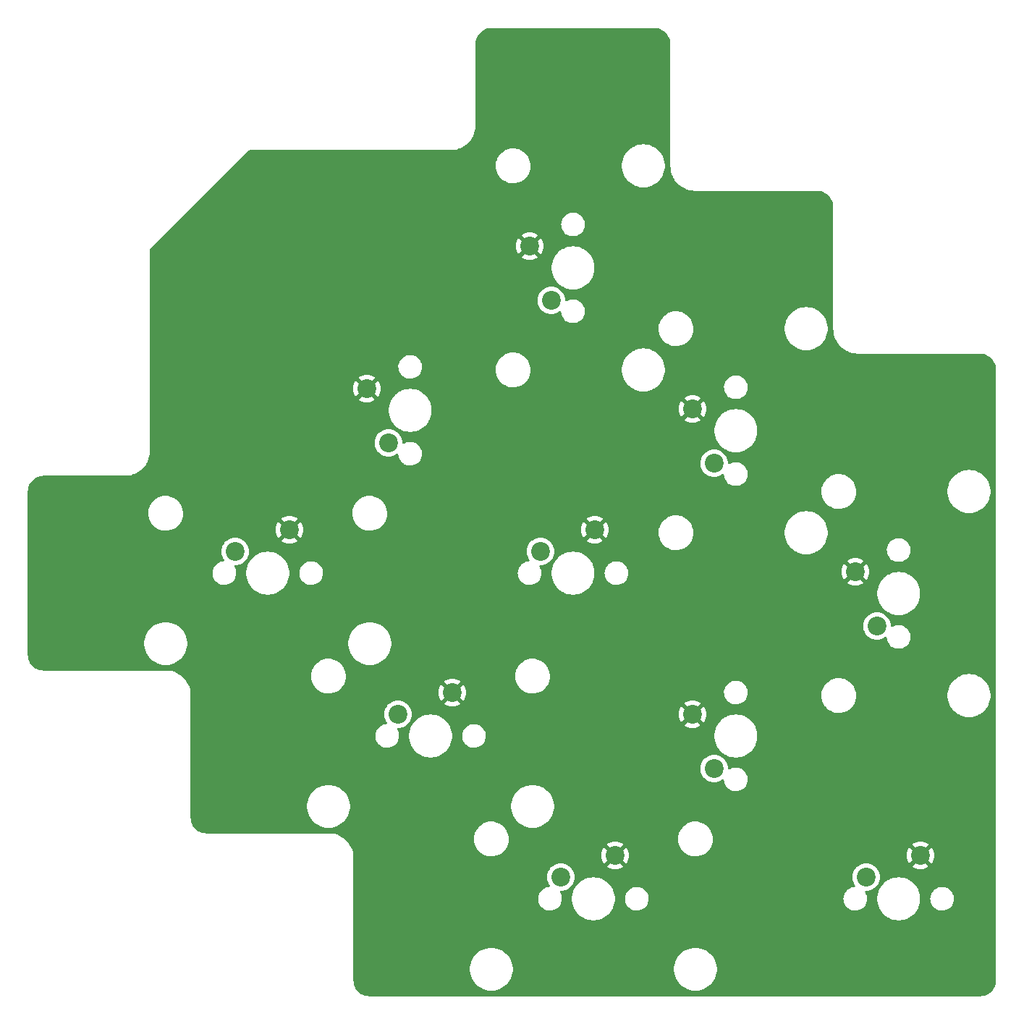
<source format=gbr>
%TF.GenerationSoftware,KiCad,Pcbnew,(6.0.1)*%
%TF.CreationDate,2022-02-09T22:22:51-05:00*%
%TF.ProjectId,herringbone_macro_pad,68657272-696e-4676-926f-6e655f6d6163,rev?*%
%TF.SameCoordinates,Original*%
%TF.FileFunction,Copper,L1,Top*%
%TF.FilePolarity,Positive*%
%FSLAX46Y46*%
G04 Gerber Fmt 4.6, Leading zero omitted, Abs format (unit mm)*
G04 Created by KiCad (PCBNEW (6.0.1)) date 2022-02-09 22:22:51*
%MOMM*%
%LPD*%
G01*
G04 APERTURE LIST*
%TA.AperFunction,ComponentPad*%
%ADD10C,2.200000*%
%TD*%
%TA.AperFunction,ViaPad*%
%ADD11C,0.800000*%
%TD*%
G04 APERTURE END LIST*
D10*
%TO.P,SW9,1,1*%
%TO.N,/SW_4*%
X197485000Y-99060056D03*
%TO.P,SW9,2,2*%
%TO.N,GND*%
X194945000Y-92710056D03*
%TD*%
%TO.P,SW8,1,1*%
%TO.N,/SW_8*%
X178435000Y-115728806D03*
%TO.P,SW8,2,2*%
%TO.N,GND*%
X175895000Y-109378806D03*
%TD*%
%TO.P,SW3,1,1*%
%TO.N,/SW_1*%
X159385058Y-60960056D03*
%TO.P,SW3,2,2*%
%TO.N,GND*%
X156845058Y-54610056D03*
%TD*%
%TO.P,SW10,1,1*%
%TO.N,/SW_9*%
X196215000Y-128428806D03*
%TO.P,SW10,2,2*%
%TO.N,GND*%
X202565000Y-125888806D03*
%TD*%
%TO.P,SW6,1,1*%
%TO.N,/SW_7*%
X178435000Y-80010000D03*
%TO.P,SW6,2,2*%
%TO.N,GND*%
X175895000Y-73660000D03*
%TD*%
%TO.P,SW1,1,1*%
%TO.N,/SW_0*%
X122396306Y-90328922D03*
%TO.P,SW1,2,2*%
%TO.N,GND*%
X128746306Y-87788922D03*
%TD*%
%TO.P,SW7,1,1*%
%TO.N,/SW_3*%
X160496250Y-128428864D03*
%TO.P,SW7,2,2*%
%TO.N,GND*%
X166846250Y-125888864D03*
%TD*%
%TO.P,SW2,1,1*%
%TO.N,/SW_5*%
X140335000Y-77628806D03*
%TO.P,SW2,2,2*%
%TO.N,GND*%
X137795000Y-71278806D03*
%TD*%
%TO.P,SW5,1,1*%
%TO.N,/SW_2*%
X158115000Y-90328806D03*
%TO.P,SW5,2,2*%
%TO.N,GND*%
X164465000Y-87788806D03*
%TD*%
%TO.P,SW4,1,1*%
%TO.N,/SW_6*%
X141446250Y-109378864D03*
%TO.P,SW4,2,2*%
%TO.N,GND*%
X147796250Y-106838864D03*
%TD*%
D11*
%TO.N,GND*%
X114860000Y-61070000D03*
%TD*%
%TA.AperFunction,Conductor*%
%TO.N,GND*%
G36*
X171420057Y-29084500D02*
G01*
X171434858Y-29086805D01*
X171434861Y-29086805D01*
X171443730Y-29088186D01*
X171459999Y-29086059D01*
X171484567Y-29085266D01*
X171686266Y-29098486D01*
X171702606Y-29100637D01*
X171926733Y-29145218D01*
X171942654Y-29149484D01*
X172159043Y-29222939D01*
X172174269Y-29229246D01*
X172379217Y-29330315D01*
X172393491Y-29338556D01*
X172583497Y-29465514D01*
X172596572Y-29475547D01*
X172768386Y-29626223D01*
X172780027Y-29637864D01*
X172929795Y-29808642D01*
X172930703Y-29809678D01*
X172940736Y-29822753D01*
X173067694Y-30012759D01*
X173075935Y-30027033D01*
X173177004Y-30231981D01*
X173183311Y-30247207D01*
X173256766Y-30463596D01*
X173261032Y-30479517D01*
X173305613Y-30703644D01*
X173307764Y-30719984D01*
X173320514Y-30914518D01*
X173319489Y-30937554D01*
X173319446Y-30941104D01*
X173318064Y-30949980D01*
X173319888Y-30963928D01*
X173322186Y-30981501D01*
X173323250Y-30997839D01*
X173323250Y-45194422D01*
X173321750Y-45213806D01*
X173318064Y-45237480D01*
X173318884Y-45243750D01*
X173318698Y-45243750D01*
X173336894Y-45567753D01*
X173391252Y-45887682D01*
X173481089Y-46199512D01*
X173482443Y-46202780D01*
X173482443Y-46202781D01*
X173516791Y-46285704D01*
X173605274Y-46499324D01*
X173606984Y-46502418D01*
X173606985Y-46502420D01*
X173643417Y-46568338D01*
X173762248Y-46783345D01*
X173764296Y-46786231D01*
X173764297Y-46786233D01*
X173820917Y-46866032D01*
X173950034Y-47048006D01*
X174007159Y-47111929D01*
X174112470Y-47229771D01*
X174166273Y-47289977D01*
X174408244Y-47506216D01*
X174672905Y-47694002D01*
X174956926Y-47850976D01*
X174960189Y-47852327D01*
X174960194Y-47852330D01*
X175220191Y-47960023D01*
X175256738Y-47975161D01*
X175568568Y-48064998D01*
X175888497Y-48119356D01*
X176182091Y-48135844D01*
X176193224Y-48137090D01*
X176195163Y-48137264D01*
X176199961Y-48138071D01*
X176206316Y-48138149D01*
X176207641Y-48138165D01*
X176207645Y-48138165D01*
X176212500Y-48138224D01*
X176240088Y-48134273D01*
X176257951Y-48133000D01*
X190450672Y-48133000D01*
X190470057Y-48134500D01*
X190484858Y-48136805D01*
X190484861Y-48136805D01*
X190493730Y-48138186D01*
X190509999Y-48136059D01*
X190534567Y-48135266D01*
X190736266Y-48148486D01*
X190752606Y-48150637D01*
X190976733Y-48195218D01*
X190992654Y-48199484D01*
X191209043Y-48272939D01*
X191224269Y-48279246D01*
X191429217Y-48380315D01*
X191443491Y-48388556D01*
X191633497Y-48515514D01*
X191646572Y-48525547D01*
X191818386Y-48676223D01*
X191830027Y-48687864D01*
X191979795Y-48858642D01*
X191980703Y-48859678D01*
X191990736Y-48872753D01*
X192117694Y-49062759D01*
X192125935Y-49077033D01*
X192227004Y-49281981D01*
X192233311Y-49297207D01*
X192306766Y-49513596D01*
X192311032Y-49529517D01*
X192355613Y-49753644D01*
X192357764Y-49769984D01*
X192370514Y-49964518D01*
X192369489Y-49987554D01*
X192369446Y-49991104D01*
X192368064Y-49999980D01*
X192370524Y-50018789D01*
X192372186Y-50031501D01*
X192373250Y-50047839D01*
X192373250Y-64244422D01*
X192371750Y-64263806D01*
X192368064Y-64287480D01*
X192368884Y-64293750D01*
X192368698Y-64293750D01*
X192386894Y-64617753D01*
X192441252Y-64937682D01*
X192531089Y-65249512D01*
X192532443Y-65252780D01*
X192532443Y-65252781D01*
X192595646Y-65405367D01*
X192655274Y-65549324D01*
X192812248Y-65833345D01*
X193000034Y-66098006D01*
X193216273Y-66339977D01*
X193458244Y-66556216D01*
X193722905Y-66744002D01*
X193726003Y-66745714D01*
X193978914Y-66885494D01*
X194006926Y-66900976D01*
X194010189Y-66902327D01*
X194010194Y-66902330D01*
X194270191Y-67010023D01*
X194306738Y-67025161D01*
X194618568Y-67114998D01*
X194938497Y-67169356D01*
X195232091Y-67185844D01*
X195243224Y-67187090D01*
X195245163Y-67187264D01*
X195249961Y-67188071D01*
X195256316Y-67188149D01*
X195257641Y-67188165D01*
X195257645Y-67188165D01*
X195262500Y-67188224D01*
X195290088Y-67184273D01*
X195307951Y-67183000D01*
X209500672Y-67183000D01*
X209520057Y-67184500D01*
X209534858Y-67186805D01*
X209534861Y-67186805D01*
X209543730Y-67188186D01*
X209559999Y-67186059D01*
X209584567Y-67185266D01*
X209786266Y-67198486D01*
X209802606Y-67200637D01*
X210026733Y-67245218D01*
X210042654Y-67249484D01*
X210259043Y-67322939D01*
X210274269Y-67329246D01*
X210479217Y-67430315D01*
X210493491Y-67438556D01*
X210683497Y-67565514D01*
X210696572Y-67575547D01*
X210868386Y-67726223D01*
X210880027Y-67737864D01*
X210966701Y-67836697D01*
X211030703Y-67909678D01*
X211040736Y-67922753D01*
X211167694Y-68112759D01*
X211175935Y-68127033D01*
X211277004Y-68331981D01*
X211283311Y-68347207D01*
X211356766Y-68563596D01*
X211361032Y-68579517D01*
X211405613Y-68803644D01*
X211407764Y-68819984D01*
X211420514Y-69014518D01*
X211419489Y-69037554D01*
X211419446Y-69041104D01*
X211418064Y-69049980D01*
X211420524Y-69068789D01*
X211422186Y-69081501D01*
X211423250Y-69097839D01*
X211423250Y-140444422D01*
X211421750Y-140463806D01*
X211418064Y-140487480D01*
X211420191Y-140503749D01*
X211420984Y-140528317D01*
X211407764Y-140730016D01*
X211405613Y-140746356D01*
X211361032Y-140970483D01*
X211356766Y-140986404D01*
X211283311Y-141202793D01*
X211277004Y-141218019D01*
X211175935Y-141422967D01*
X211167694Y-141437241D01*
X211040736Y-141627247D01*
X211030703Y-141640322D01*
X210880027Y-141812136D01*
X210868386Y-141823777D01*
X210697608Y-141973545D01*
X210696572Y-141974453D01*
X210683497Y-141984486D01*
X210493491Y-142111444D01*
X210479217Y-142119685D01*
X210274269Y-142220754D01*
X210259043Y-142227061D01*
X210042654Y-142300516D01*
X210026733Y-142304782D01*
X209802606Y-142349363D01*
X209786266Y-142351514D01*
X209591732Y-142364264D01*
X209568696Y-142363239D01*
X209565146Y-142363196D01*
X209556270Y-142361814D01*
X209527762Y-142365542D01*
X209524749Y-142365936D01*
X209508411Y-142367000D01*
X138161828Y-142367000D01*
X138142443Y-142365500D01*
X138127642Y-142363195D01*
X138127639Y-142363195D01*
X138118770Y-142361814D01*
X138102501Y-142363941D01*
X138077933Y-142364734D01*
X137876234Y-142351514D01*
X137859894Y-142349363D01*
X137635767Y-142304782D01*
X137619846Y-142300516D01*
X137403457Y-142227061D01*
X137388231Y-142220754D01*
X137183283Y-142119685D01*
X137169009Y-142111444D01*
X136979003Y-141984486D01*
X136965928Y-141974453D01*
X136964892Y-141973545D01*
X136794114Y-141823777D01*
X136782473Y-141812136D01*
X136631797Y-141640322D01*
X136621764Y-141627247D01*
X136494806Y-141437241D01*
X136486565Y-141422967D01*
X136385496Y-141218019D01*
X136379189Y-141202793D01*
X136305734Y-140986404D01*
X136301468Y-140970483D01*
X136256887Y-140746356D01*
X136254736Y-140730016D01*
X136242224Y-140539126D01*
X136243397Y-140515968D01*
X136243079Y-140515939D01*
X136243514Y-140511083D01*
X136244321Y-140506289D01*
X136244474Y-140493750D01*
X136240523Y-140466162D01*
X136239250Y-140448299D01*
X136239250Y-139366685D01*
X149859750Y-139366685D01*
X149899310Y-139679839D01*
X149977807Y-139985566D01*
X150094003Y-140279043D01*
X150095909Y-140282511D01*
X150095910Y-140282512D01*
X150236986Y-140539126D01*
X150246066Y-140555643D01*
X150431596Y-140811004D01*
X150647668Y-141041097D01*
X150890875Y-141242296D01*
X151157381Y-141411426D01*
X151160960Y-141413110D01*
X151160967Y-141413114D01*
X151439394Y-141544131D01*
X151439398Y-141544133D01*
X151442984Y-141545820D01*
X151743178Y-141643359D01*
X152053230Y-141702505D01*
X152289412Y-141717364D01*
X152447088Y-141717364D01*
X152683270Y-141702505D01*
X152993322Y-141643359D01*
X153293516Y-141545820D01*
X153297102Y-141544133D01*
X153297106Y-141544131D01*
X153575533Y-141413114D01*
X153575540Y-141413110D01*
X153579119Y-141411426D01*
X153845625Y-141242296D01*
X154088832Y-141041097D01*
X154304904Y-140811004D01*
X154490434Y-140555643D01*
X154499515Y-140539126D01*
X154640590Y-140282512D01*
X154640591Y-140282511D01*
X154642497Y-140279043D01*
X154758693Y-139985566D01*
X154837190Y-139679839D01*
X154876750Y-139366685D01*
X173735750Y-139366685D01*
X173775310Y-139679839D01*
X173853807Y-139985566D01*
X173970003Y-140279043D01*
X173971909Y-140282511D01*
X173971910Y-140282512D01*
X174112986Y-140539126D01*
X174122066Y-140555643D01*
X174307596Y-140811004D01*
X174523668Y-141041097D01*
X174766875Y-141242296D01*
X175033381Y-141411426D01*
X175036960Y-141413110D01*
X175036967Y-141413114D01*
X175315394Y-141544131D01*
X175315398Y-141544133D01*
X175318984Y-141545820D01*
X175619178Y-141643359D01*
X175929230Y-141702505D01*
X176165412Y-141717364D01*
X176323088Y-141717364D01*
X176559270Y-141702505D01*
X176869322Y-141643359D01*
X177169516Y-141545820D01*
X177173102Y-141544133D01*
X177173106Y-141544131D01*
X177451533Y-141413114D01*
X177451540Y-141413110D01*
X177455119Y-141411426D01*
X177721625Y-141242296D01*
X177964832Y-141041097D01*
X178180904Y-140811004D01*
X178366434Y-140555643D01*
X178375515Y-140539126D01*
X178516590Y-140282512D01*
X178516591Y-140282511D01*
X178518497Y-140279043D01*
X178634693Y-139985566D01*
X178713190Y-139679839D01*
X178752750Y-139366685D01*
X178752750Y-139051043D01*
X178713190Y-138737889D01*
X178634693Y-138432162D01*
X178518497Y-138138685D01*
X178366434Y-137862085D01*
X178180904Y-137606724D01*
X177964832Y-137376631D01*
X177721625Y-137175432D01*
X177455119Y-137006302D01*
X177451540Y-137004618D01*
X177451533Y-137004614D01*
X177173106Y-136873597D01*
X177173102Y-136873595D01*
X177169516Y-136871908D01*
X176869322Y-136774369D01*
X176559270Y-136715223D01*
X176323088Y-136700364D01*
X176165412Y-136700364D01*
X175929230Y-136715223D01*
X175619178Y-136774369D01*
X175318984Y-136871908D01*
X175315398Y-136873595D01*
X175315394Y-136873597D01*
X175036967Y-137004614D01*
X175036960Y-137004618D01*
X175033381Y-137006302D01*
X174766875Y-137175432D01*
X174523668Y-137376631D01*
X174307596Y-137606724D01*
X174122066Y-137862085D01*
X173970003Y-138138685D01*
X173853807Y-138432162D01*
X173775310Y-138737889D01*
X173735750Y-139051043D01*
X173735750Y-139366685D01*
X154876750Y-139366685D01*
X154876750Y-139051043D01*
X154837190Y-138737889D01*
X154758693Y-138432162D01*
X154642497Y-138138685D01*
X154490434Y-137862085D01*
X154304904Y-137606724D01*
X154088832Y-137376631D01*
X153845625Y-137175432D01*
X153579119Y-137006302D01*
X153575540Y-137004618D01*
X153575533Y-137004614D01*
X153297106Y-136873597D01*
X153297102Y-136873595D01*
X153293516Y-136871908D01*
X152993322Y-136774369D01*
X152683270Y-136715223D01*
X152447088Y-136700364D01*
X152289412Y-136700364D01*
X152053230Y-136715223D01*
X151743178Y-136774369D01*
X151442984Y-136871908D01*
X151439398Y-136873595D01*
X151439394Y-136873597D01*
X151160967Y-137004614D01*
X151160960Y-137004618D01*
X151157381Y-137006302D01*
X150890875Y-137175432D01*
X150647668Y-137376631D01*
X150431596Y-137606724D01*
X150246066Y-137862085D01*
X150094003Y-138138685D01*
X149977807Y-138432162D01*
X149899310Y-138737889D01*
X149859750Y-139051043D01*
X149859750Y-139366685D01*
X136239250Y-139366685D01*
X136239250Y-130903457D01*
X157839289Y-130903457D01*
X157848098Y-131138080D01*
X157849193Y-131143298D01*
X157874044Y-131261735D01*
X157896312Y-131367865D01*
X157982552Y-131586241D01*
X157985321Y-131590804D01*
X158054476Y-131704767D01*
X158104354Y-131786964D01*
X158258235Y-131964296D01*
X158262367Y-131967684D01*
X158435666Y-132109781D01*
X158435672Y-132109785D01*
X158439794Y-132113165D01*
X158444430Y-132115804D01*
X158444433Y-132115806D01*
X158555658Y-132179119D01*
X158643840Y-132229315D01*
X158864539Y-132309425D01*
X158869788Y-132310374D01*
X158869791Y-132310375D01*
X158916632Y-132318845D01*
X159095580Y-132351204D01*
X159099719Y-132351399D01*
X159099726Y-132351400D01*
X159118690Y-132352294D01*
X159118699Y-132352294D01*
X159120179Y-132352364D01*
X159285200Y-132352364D01*
X159366549Y-132345461D01*
X159454887Y-132337966D01*
X159454891Y-132337965D01*
X159460198Y-132337515D01*
X159465353Y-132336177D01*
X159465359Y-132336176D01*
X159682285Y-132279873D01*
X159682284Y-132279873D01*
X159687456Y-132278531D01*
X159692322Y-132276339D01*
X159692325Y-132276338D01*
X159896667Y-132184288D01*
X159896670Y-132184287D01*
X159901528Y-132182098D01*
X160096291Y-132050976D01*
X160100211Y-132047237D01*
X160262320Y-131892592D01*
X160266177Y-131888913D01*
X160406328Y-131700543D01*
X160466969Y-131581272D01*
X160510319Y-131496008D01*
X160510319Y-131496007D01*
X160512737Y-131491252D01*
X160582361Y-131267024D01*
X160599452Y-131138080D01*
X160600962Y-131126685D01*
X161797750Y-131126685D01*
X161837310Y-131439839D01*
X161915807Y-131745566D01*
X161917260Y-131749235D01*
X161917260Y-131749236D01*
X162002409Y-131964296D01*
X162032003Y-132039043D01*
X162033909Y-132042511D01*
X162033910Y-132042512D01*
X162180648Y-132309425D01*
X162184066Y-132315643D01*
X162369596Y-132571004D01*
X162585668Y-132801097D01*
X162828875Y-133002296D01*
X163095381Y-133171426D01*
X163098960Y-133173110D01*
X163098967Y-133173114D01*
X163377394Y-133304131D01*
X163377398Y-133304133D01*
X163380984Y-133305820D01*
X163681178Y-133403359D01*
X163991230Y-133462505D01*
X164227412Y-133477364D01*
X164385088Y-133477364D01*
X164621270Y-133462505D01*
X164931322Y-133403359D01*
X165231516Y-133305820D01*
X165235102Y-133304133D01*
X165235106Y-133304131D01*
X165513533Y-133173114D01*
X165513540Y-133173110D01*
X165517119Y-133171426D01*
X165783625Y-133002296D01*
X166026832Y-132801097D01*
X166242904Y-132571004D01*
X166428434Y-132315643D01*
X166431853Y-132309425D01*
X166578590Y-132042512D01*
X166578591Y-132042511D01*
X166580497Y-132039043D01*
X166610092Y-131964296D01*
X166695240Y-131749236D01*
X166695240Y-131749235D01*
X166696693Y-131745566D01*
X166775190Y-131439839D01*
X166814750Y-131126685D01*
X166814750Y-130903457D01*
X167999289Y-130903457D01*
X168008098Y-131138080D01*
X168009193Y-131143298D01*
X168034044Y-131261735D01*
X168056312Y-131367865D01*
X168142552Y-131586241D01*
X168145321Y-131590804D01*
X168214476Y-131704767D01*
X168264354Y-131786964D01*
X168418235Y-131964296D01*
X168422367Y-131967684D01*
X168595666Y-132109781D01*
X168595672Y-132109785D01*
X168599794Y-132113165D01*
X168604430Y-132115804D01*
X168604433Y-132115806D01*
X168715658Y-132179119D01*
X168803840Y-132229315D01*
X169024539Y-132309425D01*
X169029788Y-132310374D01*
X169029791Y-132310375D01*
X169076632Y-132318845D01*
X169255580Y-132351204D01*
X169259719Y-132351399D01*
X169259726Y-132351400D01*
X169278690Y-132352294D01*
X169278699Y-132352294D01*
X169280179Y-132352364D01*
X169445200Y-132352364D01*
X169526549Y-132345461D01*
X169614887Y-132337966D01*
X169614891Y-132337965D01*
X169620198Y-132337515D01*
X169625353Y-132336177D01*
X169625359Y-132336176D01*
X169842285Y-132279873D01*
X169842284Y-132279873D01*
X169847456Y-132278531D01*
X169852322Y-132276339D01*
X169852325Y-132276338D01*
X170056667Y-132184288D01*
X170056670Y-132184287D01*
X170061528Y-132182098D01*
X170256291Y-132050976D01*
X170260211Y-132047237D01*
X170422320Y-131892592D01*
X170426177Y-131888913D01*
X170566328Y-131700543D01*
X170626969Y-131581272D01*
X170670319Y-131496008D01*
X170670319Y-131496007D01*
X170672737Y-131491252D01*
X170742361Y-131267024D01*
X170759452Y-131138080D01*
X170772511Y-131039554D01*
X170772511Y-131039551D01*
X170773211Y-131034271D01*
X170768297Y-130903399D01*
X193558039Y-130903399D01*
X193566848Y-131138022D01*
X193567943Y-131143240D01*
X193594985Y-131272119D01*
X193615062Y-131367807D01*
X193701302Y-131586183D01*
X193704071Y-131590746D01*
X193795700Y-131741745D01*
X193823104Y-131786906D01*
X193976985Y-131964238D01*
X193981117Y-131967626D01*
X194154416Y-132109723D01*
X194154422Y-132109727D01*
X194158544Y-132113107D01*
X194163180Y-132115746D01*
X194163183Y-132115748D01*
X194283489Y-132184230D01*
X194362590Y-132229257D01*
X194583289Y-132309367D01*
X194588538Y-132310316D01*
X194588541Y-132310317D01*
X194669615Y-132324977D01*
X194814330Y-132351146D01*
X194818469Y-132351341D01*
X194818476Y-132351342D01*
X194837440Y-132352236D01*
X194837449Y-132352236D01*
X194838929Y-132352306D01*
X195003950Y-132352306D01*
X195085299Y-132345403D01*
X195173637Y-132337908D01*
X195173641Y-132337907D01*
X195178948Y-132337457D01*
X195184103Y-132336119D01*
X195184109Y-132336118D01*
X195401035Y-132279815D01*
X195401034Y-132279815D01*
X195406206Y-132278473D01*
X195411072Y-132276281D01*
X195411075Y-132276280D01*
X195615417Y-132184230D01*
X195615420Y-132184229D01*
X195620278Y-132182040D01*
X195815041Y-132050918D01*
X195831402Y-132035311D01*
X195910138Y-131960200D01*
X195984927Y-131888855D01*
X196125078Y-131700485D01*
X196185719Y-131581214D01*
X196229069Y-131495950D01*
X196229069Y-131495949D01*
X196231487Y-131491194D01*
X196301111Y-131266966D01*
X196304693Y-131239938D01*
X196319712Y-131126627D01*
X197516500Y-131126627D01*
X197556060Y-131439781D01*
X197634557Y-131745508D01*
X197636010Y-131749177D01*
X197636010Y-131749178D01*
X197721159Y-131964238D01*
X197750753Y-132038985D01*
X197752659Y-132042453D01*
X197752660Y-132042454D01*
X197899398Y-132309367D01*
X197902816Y-132315585D01*
X198088346Y-132570946D01*
X198304418Y-132801039D01*
X198547625Y-133002238D01*
X198814131Y-133171368D01*
X198817710Y-133173052D01*
X198817717Y-133173056D01*
X199096144Y-133304073D01*
X199096148Y-133304075D01*
X199099734Y-133305762D01*
X199399928Y-133403301D01*
X199709980Y-133462447D01*
X199946162Y-133477306D01*
X200103838Y-133477306D01*
X200340020Y-133462447D01*
X200650072Y-133403301D01*
X200950266Y-133305762D01*
X200953852Y-133304075D01*
X200953856Y-133304073D01*
X201232283Y-133173056D01*
X201232290Y-133173052D01*
X201235869Y-133171368D01*
X201502375Y-133002238D01*
X201745582Y-132801039D01*
X201961654Y-132570946D01*
X202147184Y-132315585D01*
X202150603Y-132309367D01*
X202297340Y-132042454D01*
X202297341Y-132042453D01*
X202299247Y-132038985D01*
X202328842Y-131964238D01*
X202413990Y-131749178D01*
X202413990Y-131749177D01*
X202415443Y-131745508D01*
X202493940Y-131439781D01*
X202533500Y-131126627D01*
X202533500Y-130903399D01*
X203718039Y-130903399D01*
X203726848Y-131138022D01*
X203727943Y-131143240D01*
X203754985Y-131272119D01*
X203775062Y-131367807D01*
X203861302Y-131586183D01*
X203864071Y-131590746D01*
X203955700Y-131741745D01*
X203983104Y-131786906D01*
X204136985Y-131964238D01*
X204141117Y-131967626D01*
X204314416Y-132109723D01*
X204314422Y-132109727D01*
X204318544Y-132113107D01*
X204323180Y-132115746D01*
X204323183Y-132115748D01*
X204443489Y-132184230D01*
X204522590Y-132229257D01*
X204743289Y-132309367D01*
X204748538Y-132310316D01*
X204748541Y-132310317D01*
X204829615Y-132324977D01*
X204974330Y-132351146D01*
X204978469Y-132351341D01*
X204978476Y-132351342D01*
X204997440Y-132352236D01*
X204997449Y-132352236D01*
X204998929Y-132352306D01*
X205163950Y-132352306D01*
X205245299Y-132345403D01*
X205333637Y-132337908D01*
X205333641Y-132337907D01*
X205338948Y-132337457D01*
X205344103Y-132336119D01*
X205344109Y-132336118D01*
X205561035Y-132279815D01*
X205561034Y-132279815D01*
X205566206Y-132278473D01*
X205571072Y-132276281D01*
X205571075Y-132276280D01*
X205775417Y-132184230D01*
X205775420Y-132184229D01*
X205780278Y-132182040D01*
X205975041Y-132050918D01*
X205991402Y-132035311D01*
X206070138Y-131960200D01*
X206144927Y-131888855D01*
X206285078Y-131700485D01*
X206345719Y-131581214D01*
X206389069Y-131495950D01*
X206389069Y-131495949D01*
X206391487Y-131491194D01*
X206461111Y-131266966D01*
X206464693Y-131239938D01*
X206491261Y-131039496D01*
X206491261Y-131039493D01*
X206491961Y-131034213D01*
X206483152Y-130799590D01*
X206457219Y-130675993D01*
X206436035Y-130575032D01*
X206436034Y-130575029D01*
X206434938Y-130569805D01*
X206348698Y-130351429D01*
X206279338Y-130237127D01*
X206229664Y-130155267D01*
X206229662Y-130155264D01*
X206226896Y-130150706D01*
X206073015Y-129973374D01*
X205986406Y-129902359D01*
X205895584Y-129827889D01*
X205895578Y-129827885D01*
X205891456Y-129824505D01*
X205886820Y-129821866D01*
X205886817Y-129821864D01*
X205692053Y-129710998D01*
X205687410Y-129708355D01*
X205466711Y-129628245D01*
X205461462Y-129627296D01*
X205461459Y-129627295D01*
X205380385Y-129612635D01*
X205235670Y-129586466D01*
X205231531Y-129586271D01*
X205231524Y-129586270D01*
X205212560Y-129585376D01*
X205212551Y-129585376D01*
X205211071Y-129585306D01*
X205046050Y-129585306D01*
X204964701Y-129592209D01*
X204876363Y-129599704D01*
X204876359Y-129599705D01*
X204871052Y-129600155D01*
X204865897Y-129601493D01*
X204865891Y-129601494D01*
X204688177Y-129647620D01*
X204643794Y-129659139D01*
X204638928Y-129661331D01*
X204638925Y-129661332D01*
X204434583Y-129753382D01*
X204434580Y-129753383D01*
X204429722Y-129755572D01*
X204234959Y-129886694D01*
X204231102Y-129890373D01*
X204231100Y-129890375D01*
X204218538Y-129902359D01*
X204065073Y-130048757D01*
X203924922Y-130237127D01*
X203922506Y-130241878D01*
X203922504Y-130241882D01*
X203864252Y-130356456D01*
X203818513Y-130446418D01*
X203748889Y-130670646D01*
X203748188Y-130675935D01*
X203731092Y-130804922D01*
X203718039Y-130903399D01*
X202533500Y-130903399D01*
X202533500Y-130810985D01*
X202493940Y-130497831D01*
X202415443Y-130192104D01*
X202356744Y-130043848D01*
X202300702Y-129902301D01*
X202300700Y-129902296D01*
X202299247Y-129898627D01*
X202294742Y-129890433D01*
X202149093Y-129625499D01*
X202149091Y-129625496D01*
X202147184Y-129622027D01*
X201972070Y-129381002D01*
X201963982Y-129369870D01*
X201963981Y-129369868D01*
X201961654Y-129366666D01*
X201764569Y-129156792D01*
X201748297Y-129139464D01*
X201748296Y-129139463D01*
X201745582Y-129136573D01*
X201502375Y-128935374D01*
X201235869Y-128766244D01*
X201232290Y-128764560D01*
X201232283Y-128764556D01*
X200953856Y-128633539D01*
X200953852Y-128633537D01*
X200950266Y-128631850D01*
X200650072Y-128534311D01*
X200340020Y-128475165D01*
X200103838Y-128460306D01*
X199946162Y-128460306D01*
X199709980Y-128475165D01*
X199399928Y-128534311D01*
X199099734Y-128631850D01*
X199096148Y-128633537D01*
X199096144Y-128633539D01*
X198817717Y-128764556D01*
X198817710Y-128764560D01*
X198814131Y-128766244D01*
X198547625Y-128935374D01*
X198304418Y-129136573D01*
X198301704Y-129139463D01*
X198301703Y-129139464D01*
X198285431Y-129156792D01*
X198088346Y-129366666D01*
X198086019Y-129369868D01*
X198086018Y-129369870D01*
X198077930Y-129381002D01*
X197902816Y-129622027D01*
X197900909Y-129625496D01*
X197900907Y-129625499D01*
X197755258Y-129890433D01*
X197750753Y-129898627D01*
X197749300Y-129902296D01*
X197749298Y-129902301D01*
X197693256Y-130043848D01*
X197634557Y-130192104D01*
X197556060Y-130497831D01*
X197516500Y-130810985D01*
X197516500Y-131126627D01*
X196319712Y-131126627D01*
X196331261Y-131039496D01*
X196331261Y-131039493D01*
X196331961Y-131034213D01*
X196323152Y-130799590D01*
X196297219Y-130675993D01*
X196276035Y-130575032D01*
X196276034Y-130575029D01*
X196274938Y-130569805D01*
X196188698Y-130351429D01*
X196185928Y-130346865D01*
X196185926Y-130346860D01*
X196116990Y-130233257D01*
X196098751Y-130164644D01*
X196120502Y-130097061D01*
X196175339Y-130051967D01*
X196215123Y-130043848D01*
X196215000Y-130042280D01*
X196467403Y-130022415D01*
X196472210Y-130021261D01*
X196472216Y-130021260D01*
X196654614Y-129977470D01*
X196713591Y-129963311D01*
X196718164Y-129961417D01*
X196942928Y-129868317D01*
X196942932Y-129868315D01*
X196947502Y-129866422D01*
X197163376Y-129734134D01*
X197355898Y-129569704D01*
X197520328Y-129377182D01*
X197652616Y-129161308D01*
X197663884Y-129134106D01*
X197747611Y-128931970D01*
X197747612Y-128931968D01*
X197749505Y-128927397D01*
X197788194Y-128766244D01*
X197807454Y-128686022D01*
X197807455Y-128686016D01*
X197808609Y-128681209D01*
X197828474Y-128428806D01*
X197808609Y-128176403D01*
X197749505Y-127930215D01*
X197652616Y-127696304D01*
X197520328Y-127480430D01*
X197376040Y-127311491D01*
X197359106Y-127291664D01*
X197355898Y-127287908D01*
X197246176Y-127194196D01*
X201624440Y-127194196D01*
X201630167Y-127201846D01*
X201828506Y-127323389D01*
X201837300Y-127327870D01*
X202061991Y-127420940D01*
X202071376Y-127423989D01*
X202307863Y-127480765D01*
X202317610Y-127482308D01*
X202560070Y-127501390D01*
X202569930Y-127501390D01*
X202812390Y-127482308D01*
X202822137Y-127480765D01*
X203058624Y-127423989D01*
X203068009Y-127420940D01*
X203292700Y-127327870D01*
X203301494Y-127323389D01*
X203496167Y-127204093D01*
X203505627Y-127193636D01*
X203501844Y-127184860D01*
X202577812Y-126260828D01*
X202563868Y-126253214D01*
X202562035Y-126253345D01*
X202555420Y-126257596D01*
X201631200Y-127181816D01*
X201624440Y-127194196D01*
X197246176Y-127194196D01*
X197163376Y-127123478D01*
X196947502Y-126991190D01*
X196942932Y-126989297D01*
X196942928Y-126989295D01*
X196718164Y-126896195D01*
X196718162Y-126896194D01*
X196713591Y-126894301D01*
X196628968Y-126873985D01*
X196472216Y-126836352D01*
X196472210Y-126836351D01*
X196467403Y-126835197D01*
X196215000Y-126815332D01*
X195962597Y-126835197D01*
X195957790Y-126836351D01*
X195957784Y-126836352D01*
X195801032Y-126873985D01*
X195716409Y-126894301D01*
X195711838Y-126896194D01*
X195711836Y-126896195D01*
X195487072Y-126989295D01*
X195487068Y-126989297D01*
X195482498Y-126991190D01*
X195266624Y-127123478D01*
X195074102Y-127287908D01*
X195070894Y-127291664D01*
X195053960Y-127311491D01*
X194909672Y-127480430D01*
X194777384Y-127696304D01*
X194680495Y-127930215D01*
X194621391Y-128176403D01*
X194601526Y-128428806D01*
X194621391Y-128681209D01*
X194622545Y-128686016D01*
X194622546Y-128686022D01*
X194641806Y-128766244D01*
X194680495Y-128927397D01*
X194682388Y-128931968D01*
X194682389Y-128931970D01*
X194766117Y-129134106D01*
X194777384Y-129161308D01*
X194909672Y-129377182D01*
X194912878Y-129380936D01*
X194912884Y-129380944D01*
X194914418Y-129382739D01*
X194914787Y-129383562D01*
X194915796Y-129384951D01*
X194915504Y-129385163D01*
X194943453Y-129447526D01*
X194932852Y-129517727D01*
X194885981Y-129571052D01*
X194829265Y-129590124D01*
X194716363Y-129599704D01*
X194716359Y-129599705D01*
X194711052Y-129600155D01*
X194705897Y-129601493D01*
X194705891Y-129601494D01*
X194528177Y-129647620D01*
X194483794Y-129659139D01*
X194478928Y-129661331D01*
X194478925Y-129661332D01*
X194274583Y-129753382D01*
X194274580Y-129753383D01*
X194269722Y-129755572D01*
X194074959Y-129886694D01*
X194071102Y-129890373D01*
X194071100Y-129890375D01*
X194058538Y-129902359D01*
X193905073Y-130048757D01*
X193764922Y-130237127D01*
X193762506Y-130241878D01*
X193762504Y-130241882D01*
X193704252Y-130356456D01*
X193658513Y-130446418D01*
X193588889Y-130670646D01*
X193588188Y-130675935D01*
X193571092Y-130804922D01*
X193558039Y-130903399D01*
X170768297Y-130903399D01*
X170764402Y-130799648D01*
X170746608Y-130714842D01*
X170717285Y-130575090D01*
X170717284Y-130575087D01*
X170716188Y-130569863D01*
X170629948Y-130351487D01*
X170560588Y-130237185D01*
X170510914Y-130155325D01*
X170510912Y-130155322D01*
X170508146Y-130150764D01*
X170354265Y-129973432D01*
X170339612Y-129961417D01*
X170176834Y-129827947D01*
X170176828Y-129827943D01*
X170172706Y-129824563D01*
X170168070Y-129821924D01*
X170168067Y-129821922D01*
X169973303Y-129711056D01*
X169968660Y-129708413D01*
X169747961Y-129628303D01*
X169742712Y-129627354D01*
X169742709Y-129627353D01*
X169661635Y-129612693D01*
X169516920Y-129586524D01*
X169512781Y-129586329D01*
X169512774Y-129586328D01*
X169493810Y-129585434D01*
X169493801Y-129585434D01*
X169492321Y-129585364D01*
X169327300Y-129585364D01*
X169245951Y-129592267D01*
X169157613Y-129599762D01*
X169157609Y-129599763D01*
X169152302Y-129600213D01*
X169147147Y-129601551D01*
X169147141Y-129601552D01*
X168969427Y-129647678D01*
X168925044Y-129659197D01*
X168920178Y-129661389D01*
X168920175Y-129661390D01*
X168715833Y-129753440D01*
X168715830Y-129753441D01*
X168710972Y-129755630D01*
X168516209Y-129886752D01*
X168512352Y-129890431D01*
X168512350Y-129890433D01*
X168442095Y-129957454D01*
X168346323Y-130048815D01*
X168206172Y-130237185D01*
X168203756Y-130241936D01*
X168203754Y-130241940D01*
X168102181Y-130441720D01*
X168099763Y-130446476D01*
X168030139Y-130670704D01*
X168029438Y-130675993D01*
X168011546Y-130810985D01*
X167999289Y-130903457D01*
X166814750Y-130903457D01*
X166814750Y-130811043D01*
X166775190Y-130497889D01*
X166696693Y-130192162D01*
X166637971Y-130043848D01*
X166581952Y-129902359D01*
X166581950Y-129902354D01*
X166580497Y-129898685D01*
X166578558Y-129895158D01*
X166430343Y-129625557D01*
X166430341Y-129625554D01*
X166428434Y-129622085D01*
X166255180Y-129383620D01*
X166245232Y-129369928D01*
X166245231Y-129369926D01*
X166242904Y-129366724D01*
X166050005Y-129161308D01*
X166029547Y-129139522D01*
X166029546Y-129139521D01*
X166026832Y-129136631D01*
X165783625Y-128935432D01*
X165517119Y-128766302D01*
X165513540Y-128764618D01*
X165513533Y-128764614D01*
X165235106Y-128633597D01*
X165235102Y-128633595D01*
X165231516Y-128631908D01*
X164931322Y-128534369D01*
X164621270Y-128475223D01*
X164385088Y-128460364D01*
X164227412Y-128460364D01*
X163991230Y-128475223D01*
X163681178Y-128534369D01*
X163380984Y-128631908D01*
X163377398Y-128633595D01*
X163377394Y-128633597D01*
X163098967Y-128764614D01*
X163098960Y-128764618D01*
X163095381Y-128766302D01*
X162828875Y-128935432D01*
X162585668Y-129136631D01*
X162582954Y-129139521D01*
X162582953Y-129139522D01*
X162562495Y-129161308D01*
X162369596Y-129366724D01*
X162367269Y-129369926D01*
X162367268Y-129369928D01*
X162357320Y-129383620D01*
X162184066Y-129622085D01*
X162182159Y-129625554D01*
X162182157Y-129625557D01*
X162033942Y-129895158D01*
X162032003Y-129898685D01*
X162030550Y-129902354D01*
X162030548Y-129902359D01*
X161974529Y-130043848D01*
X161915807Y-130192162D01*
X161837310Y-130497889D01*
X161797750Y-130811043D01*
X161797750Y-131126685D01*
X160600962Y-131126685D01*
X160612511Y-131039554D01*
X160612511Y-131039551D01*
X160613211Y-131034271D01*
X160604402Y-130799648D01*
X160586608Y-130714842D01*
X160557285Y-130575090D01*
X160557284Y-130575087D01*
X160556188Y-130569863D01*
X160469948Y-130351487D01*
X160467178Y-130346923D01*
X160467176Y-130346918D01*
X160398240Y-130233315D01*
X160380001Y-130164702D01*
X160401752Y-130097119D01*
X160456589Y-130052025D01*
X160496373Y-130043906D01*
X160496250Y-130042338D01*
X160748653Y-130022473D01*
X160753460Y-130021319D01*
X160753466Y-130021318D01*
X160910218Y-129983685D01*
X160994841Y-129963369D01*
X160999554Y-129961417D01*
X161224178Y-129868375D01*
X161224182Y-129868373D01*
X161228752Y-129866480D01*
X161444626Y-129734192D01*
X161637148Y-129569762D01*
X161640406Y-129565948D01*
X161741548Y-129447526D01*
X161801578Y-129377240D01*
X161933866Y-129161366D01*
X161945158Y-129134106D01*
X162028861Y-128932028D01*
X162028862Y-128932026D01*
X162030755Y-128927455D01*
X162069458Y-128766244D01*
X162088704Y-128686080D01*
X162088705Y-128686074D01*
X162089859Y-128681267D01*
X162109724Y-128428864D01*
X162089859Y-128176461D01*
X162030755Y-127930273D01*
X161933866Y-127696362D01*
X161801578Y-127480488D01*
X161637148Y-127287966D01*
X161527426Y-127194254D01*
X165905690Y-127194254D01*
X165911417Y-127201904D01*
X166109756Y-127323447D01*
X166118550Y-127327928D01*
X166343241Y-127420998D01*
X166352626Y-127424047D01*
X166589113Y-127480823D01*
X166598860Y-127482366D01*
X166841320Y-127501448D01*
X166851180Y-127501448D01*
X167093640Y-127482366D01*
X167103387Y-127480823D01*
X167339874Y-127424047D01*
X167349259Y-127420998D01*
X167573950Y-127327928D01*
X167582744Y-127323447D01*
X167777417Y-127204151D01*
X167786877Y-127193694D01*
X167783094Y-127184918D01*
X166859062Y-126260886D01*
X166845118Y-126253272D01*
X166843285Y-126253403D01*
X166836670Y-126257654D01*
X165912450Y-127181874D01*
X165905690Y-127194254D01*
X161527426Y-127194254D01*
X161444626Y-127123536D01*
X161228752Y-126991248D01*
X161224182Y-126989355D01*
X161224178Y-126989353D01*
X160999414Y-126896253D01*
X160999412Y-126896252D01*
X160994841Y-126894359D01*
X160910218Y-126874043D01*
X160753466Y-126836410D01*
X160753460Y-126836409D01*
X160748653Y-126835255D01*
X160496250Y-126815390D01*
X160243847Y-126835255D01*
X160239040Y-126836409D01*
X160239034Y-126836410D01*
X160082282Y-126874043D01*
X159997659Y-126894359D01*
X159993088Y-126896252D01*
X159993086Y-126896253D01*
X159768322Y-126989353D01*
X159768318Y-126989355D01*
X159763748Y-126991248D01*
X159547874Y-127123536D01*
X159355352Y-127287966D01*
X159190922Y-127480488D01*
X159058634Y-127696362D01*
X158961745Y-127930273D01*
X158902641Y-128176461D01*
X158882776Y-128428864D01*
X158902641Y-128681267D01*
X158903795Y-128686074D01*
X158903796Y-128686080D01*
X158923042Y-128766244D01*
X158961745Y-128927455D01*
X158963638Y-128932026D01*
X158963639Y-128932028D01*
X159047343Y-129134106D01*
X159058634Y-129161366D01*
X159190922Y-129377240D01*
X159194128Y-129380994D01*
X159194134Y-129381002D01*
X159195668Y-129382797D01*
X159196037Y-129383620D01*
X159197046Y-129385009D01*
X159196754Y-129385221D01*
X159224703Y-129447584D01*
X159214102Y-129517785D01*
X159167231Y-129571110D01*
X159110515Y-129590182D01*
X158997613Y-129599762D01*
X158997609Y-129599763D01*
X158992302Y-129600213D01*
X158987147Y-129601551D01*
X158987141Y-129601552D01*
X158809427Y-129647678D01*
X158765044Y-129659197D01*
X158760178Y-129661389D01*
X158760175Y-129661390D01*
X158555833Y-129753440D01*
X158555830Y-129753441D01*
X158550972Y-129755630D01*
X158356209Y-129886752D01*
X158352352Y-129890431D01*
X158352350Y-129890433D01*
X158282095Y-129957454D01*
X158186323Y-130048815D01*
X158046172Y-130237185D01*
X158043756Y-130241936D01*
X158043754Y-130241940D01*
X157942181Y-130441720D01*
X157939763Y-130446476D01*
X157870139Y-130670704D01*
X157869438Y-130675993D01*
X157851546Y-130810985D01*
X157839289Y-130903457D01*
X136239250Y-130903457D01*
X136239250Y-126259457D01*
X136240996Y-126238553D01*
X136243514Y-126223585D01*
X136244321Y-126218789D01*
X136244474Y-126206250D01*
X136243784Y-126201435D01*
X136243578Y-126198269D01*
X136243063Y-126193102D01*
X136240415Y-126145943D01*
X136225606Y-125882247D01*
X136171248Y-125562318D01*
X136081411Y-125250488D01*
X135972726Y-124988097D01*
X135958580Y-124953944D01*
X135958577Y-124953939D01*
X135957226Y-124950676D01*
X135800252Y-124666655D01*
X135612466Y-124401994D01*
X135396227Y-124160023D01*
X135154256Y-123943784D01*
X135089339Y-123897723D01*
X150331026Y-123897723D01*
X150331179Y-123902111D01*
X150331179Y-123902117D01*
X150340186Y-124160023D01*
X150340951Y-124181942D01*
X150341713Y-124186265D01*
X150341714Y-124186272D01*
X150368157Y-124336235D01*
X150390335Y-124462014D01*
X150391690Y-124466185D01*
X150391692Y-124466192D01*
X150456827Y-124666655D01*
X150478217Y-124732487D01*
X150602887Y-124988097D01*
X150605342Y-124991736D01*
X150605345Y-124991742D01*
X150681701Y-125104944D01*
X150761917Y-125223869D01*
X150952213Y-125435214D01*
X151170070Y-125618018D01*
X151411248Y-125768723D01*
X151671054Y-125884395D01*
X151944429Y-125962785D01*
X151948783Y-125963397D01*
X151948788Y-125963398D01*
X152119020Y-125987322D01*
X152226054Y-126002364D01*
X152439268Y-126002364D01*
X152441454Y-126002211D01*
X152441458Y-126002211D01*
X152647565Y-125987799D01*
X152647570Y-125987798D01*
X152651950Y-125987492D01*
X152930127Y-125928363D01*
X152934256Y-125926860D01*
X152934260Y-125926859D01*
X153025106Y-125893794D01*
X165233666Y-125893794D01*
X165252748Y-126136254D01*
X165254291Y-126146001D01*
X165311067Y-126382488D01*
X165314116Y-126391873D01*
X165407186Y-126616564D01*
X165411667Y-126625358D01*
X165530963Y-126820031D01*
X165541420Y-126829491D01*
X165550196Y-126825708D01*
X166474228Y-125901676D01*
X166480606Y-125889996D01*
X167210658Y-125889996D01*
X167210789Y-125891829D01*
X167215040Y-125898444D01*
X168139260Y-126822664D01*
X168151640Y-126829424D01*
X168159290Y-126823697D01*
X168280833Y-126625358D01*
X168285314Y-126616564D01*
X168378384Y-126391873D01*
X168381433Y-126382488D01*
X168438209Y-126146001D01*
X168439752Y-126136254D01*
X168458834Y-125893794D01*
X168458834Y-125883934D01*
X168439752Y-125641474D01*
X168438209Y-125631727D01*
X168381433Y-125395240D01*
X168378384Y-125385855D01*
X168285314Y-125161164D01*
X168280833Y-125152370D01*
X168161537Y-124957697D01*
X168151080Y-124948237D01*
X168142304Y-124952020D01*
X167218272Y-125876052D01*
X167210658Y-125889996D01*
X166480606Y-125889996D01*
X166481842Y-125887732D01*
X166481711Y-125885899D01*
X166477460Y-125879284D01*
X165553240Y-124955064D01*
X165540860Y-124948304D01*
X165533210Y-124954031D01*
X165411667Y-125152370D01*
X165407186Y-125161164D01*
X165314116Y-125385855D01*
X165311067Y-125395240D01*
X165254291Y-125631727D01*
X165252748Y-125641474D01*
X165233666Y-125883934D01*
X165233666Y-125893794D01*
X153025106Y-125893794D01*
X153193224Y-125832604D01*
X153193228Y-125832602D01*
X153197369Y-125831095D01*
X153201259Y-125829027D01*
X153201265Y-125829024D01*
X153444580Y-125699651D01*
X153444586Y-125699647D01*
X153448472Y-125697581D01*
X153452032Y-125694994D01*
X153452036Y-125694992D01*
X153674988Y-125533009D01*
X153674991Y-125533006D01*
X153678551Y-125530420D01*
X153689325Y-125520016D01*
X153879960Y-125335921D01*
X153879964Y-125335917D01*
X153883125Y-125332864D01*
X153947485Y-125250488D01*
X154055503Y-125112231D01*
X154058215Y-125108760D01*
X154127880Y-124988097D01*
X154198206Y-124866289D01*
X154198209Y-124866284D01*
X154200411Y-124862469D01*
X154202061Y-124858385D01*
X154202064Y-124858379D01*
X154305297Y-124602866D01*
X154306946Y-124598785D01*
X154310624Y-124584034D01*
X165905623Y-124584034D01*
X165909406Y-124592810D01*
X166833438Y-125516842D01*
X166847382Y-125524456D01*
X166849215Y-125524325D01*
X166855830Y-125520074D01*
X167780050Y-124595854D01*
X167786810Y-124583474D01*
X167781083Y-124575824D01*
X167582744Y-124454281D01*
X167573950Y-124449800D01*
X167349259Y-124356730D01*
X167339874Y-124353681D01*
X167103387Y-124296905D01*
X167093640Y-124295362D01*
X166851180Y-124276280D01*
X166841320Y-124276280D01*
X166598860Y-124295362D01*
X166589113Y-124296905D01*
X166352626Y-124353681D01*
X166343241Y-124356730D01*
X166118550Y-124449800D01*
X166109756Y-124454281D01*
X165915083Y-124573577D01*
X165905623Y-124584034D01*
X154310624Y-124584034D01*
X154310764Y-124583474D01*
X154374682Y-124327111D01*
X154375747Y-124322840D01*
X154378642Y-124295304D01*
X154405015Y-124044374D01*
X154405015Y-124044371D01*
X154405474Y-124040005D01*
X154405321Y-124035611D01*
X154400506Y-123897723D01*
X174207026Y-123897723D01*
X174207179Y-123902111D01*
X174207179Y-123902117D01*
X174216186Y-124160023D01*
X174216951Y-124181942D01*
X174217713Y-124186265D01*
X174217714Y-124186272D01*
X174244157Y-124336235D01*
X174266335Y-124462014D01*
X174267690Y-124466185D01*
X174267692Y-124466192D01*
X174332827Y-124666655D01*
X174354217Y-124732487D01*
X174478887Y-124988097D01*
X174481342Y-124991736D01*
X174481345Y-124991742D01*
X174557701Y-125104944D01*
X174637917Y-125223869D01*
X174828213Y-125435214D01*
X175046070Y-125618018D01*
X175287248Y-125768723D01*
X175547054Y-125884395D01*
X175820429Y-125962785D01*
X175824783Y-125963397D01*
X175824788Y-125963398D01*
X175995020Y-125987322D01*
X176102054Y-126002364D01*
X176315268Y-126002364D01*
X176317454Y-126002211D01*
X176317458Y-126002211D01*
X176523565Y-125987799D01*
X176523570Y-125987798D01*
X176527950Y-125987492D01*
X176806127Y-125928363D01*
X176810256Y-125926860D01*
X176810260Y-125926859D01*
X176901265Y-125893736D01*
X200952416Y-125893736D01*
X200971498Y-126136196D01*
X200973041Y-126145943D01*
X201029817Y-126382430D01*
X201032866Y-126391815D01*
X201125936Y-126616506D01*
X201130417Y-126625300D01*
X201249713Y-126819973D01*
X201260170Y-126829433D01*
X201268946Y-126825650D01*
X202192978Y-125901618D01*
X202199356Y-125889938D01*
X202929408Y-125889938D01*
X202929539Y-125891771D01*
X202933790Y-125898386D01*
X203858010Y-126822606D01*
X203870390Y-126829366D01*
X203878040Y-126823639D01*
X203999583Y-126625300D01*
X204004064Y-126616506D01*
X204097134Y-126391815D01*
X204100183Y-126382430D01*
X204156959Y-126145943D01*
X204158502Y-126136196D01*
X204177584Y-125893736D01*
X204177584Y-125883876D01*
X204158502Y-125641416D01*
X204156959Y-125631669D01*
X204100183Y-125395182D01*
X204097134Y-125385797D01*
X204004064Y-125161106D01*
X203999583Y-125152312D01*
X203880287Y-124957639D01*
X203869830Y-124948179D01*
X203861054Y-124951962D01*
X202937022Y-125875994D01*
X202929408Y-125889938D01*
X202199356Y-125889938D01*
X202200592Y-125887674D01*
X202200461Y-125885841D01*
X202196210Y-125879226D01*
X201271990Y-124955006D01*
X201259610Y-124948246D01*
X201251960Y-124953973D01*
X201130417Y-125152312D01*
X201125936Y-125161106D01*
X201032866Y-125385797D01*
X201029817Y-125395182D01*
X200973041Y-125631669D01*
X200971498Y-125641416D01*
X200952416Y-125883876D01*
X200952416Y-125893736D01*
X176901265Y-125893736D01*
X177069224Y-125832604D01*
X177069228Y-125832602D01*
X177073369Y-125831095D01*
X177077259Y-125829027D01*
X177077265Y-125829024D01*
X177320580Y-125699651D01*
X177320586Y-125699647D01*
X177324472Y-125697581D01*
X177328032Y-125694994D01*
X177328036Y-125694992D01*
X177550988Y-125533009D01*
X177550991Y-125533006D01*
X177554551Y-125530420D01*
X177565325Y-125520016D01*
X177755960Y-125335921D01*
X177755964Y-125335917D01*
X177759125Y-125332864D01*
X177823485Y-125250488D01*
X177931503Y-125112231D01*
X177934215Y-125108760D01*
X178003880Y-124988097D01*
X178074206Y-124866289D01*
X178074209Y-124866284D01*
X178076411Y-124862469D01*
X178078061Y-124858385D01*
X178078064Y-124858379D01*
X178181297Y-124602866D01*
X178182946Y-124598785D01*
X178186639Y-124583976D01*
X201624373Y-124583976D01*
X201628156Y-124592752D01*
X202552188Y-125516784D01*
X202566132Y-125524398D01*
X202567965Y-125524267D01*
X202574580Y-125520016D01*
X203498800Y-124595796D01*
X203505560Y-124583416D01*
X203499833Y-124575766D01*
X203301494Y-124454223D01*
X203292700Y-124449742D01*
X203068009Y-124356672D01*
X203058624Y-124353623D01*
X202822137Y-124296847D01*
X202812390Y-124295304D01*
X202569930Y-124276222D01*
X202560070Y-124276222D01*
X202317610Y-124295304D01*
X202307863Y-124296847D01*
X202071376Y-124353623D01*
X202061991Y-124356672D01*
X201837300Y-124449742D01*
X201828506Y-124454223D01*
X201633833Y-124573519D01*
X201624373Y-124583976D01*
X178186639Y-124583976D01*
X178186764Y-124583474D01*
X178250682Y-124327111D01*
X178251747Y-124322840D01*
X178254642Y-124295304D01*
X178281015Y-124044374D01*
X178281015Y-124044371D01*
X178281474Y-124040005D01*
X178281321Y-124035611D01*
X178271703Y-123760183D01*
X178271702Y-123760177D01*
X178271549Y-123755786D01*
X178244210Y-123600735D01*
X178222927Y-123480037D01*
X178222165Y-123475714D01*
X178220810Y-123471543D01*
X178220808Y-123471536D01*
X178135644Y-123209430D01*
X178134283Y-123205241D01*
X178119245Y-123174407D01*
X178069023Y-123071439D01*
X178009613Y-122949631D01*
X178007158Y-122945992D01*
X178007155Y-122945986D01*
X177853042Y-122717505D01*
X177850583Y-122713859D01*
X177660287Y-122502514D01*
X177442430Y-122319710D01*
X177201252Y-122169005D01*
X176941446Y-122053333D01*
X176668071Y-121974943D01*
X176663717Y-121974331D01*
X176663712Y-121974330D01*
X176490083Y-121949929D01*
X176386446Y-121935364D01*
X176173232Y-121935364D01*
X176171046Y-121935517D01*
X176171042Y-121935517D01*
X175964935Y-121949929D01*
X175964930Y-121949930D01*
X175960550Y-121950236D01*
X175682373Y-122009365D01*
X175678244Y-122010868D01*
X175678240Y-122010869D01*
X175419276Y-122105124D01*
X175419272Y-122105126D01*
X175415131Y-122106633D01*
X175411241Y-122108701D01*
X175411235Y-122108704D01*
X175167920Y-122238077D01*
X175167914Y-122238081D01*
X175164028Y-122240147D01*
X175160468Y-122242734D01*
X175160464Y-122242736D01*
X174971019Y-122380375D01*
X174933949Y-122407308D01*
X174930785Y-122410364D01*
X174930782Y-122410366D01*
X174732540Y-122601807D01*
X174732536Y-122601811D01*
X174729375Y-122604864D01*
X174726668Y-122608329D01*
X174726666Y-122608331D01*
X174691959Y-122652754D01*
X174554285Y-122828968D01*
X174552082Y-122832784D01*
X174465156Y-122983345D01*
X174412089Y-123075259D01*
X174410439Y-123079343D01*
X174410436Y-123079349D01*
X174342295Y-123248006D01*
X174305554Y-123338943D01*
X174304490Y-123343212D01*
X174304489Y-123343214D01*
X174272495Y-123471536D01*
X174236753Y-123614888D01*
X174236294Y-123619256D01*
X174236293Y-123619261D01*
X174221944Y-123755786D01*
X174207026Y-123897723D01*
X154400506Y-123897723D01*
X154395703Y-123760183D01*
X154395702Y-123760177D01*
X154395549Y-123755786D01*
X154368210Y-123600735D01*
X154346927Y-123480037D01*
X154346165Y-123475714D01*
X154344810Y-123471543D01*
X154344808Y-123471536D01*
X154259644Y-123209430D01*
X154258283Y-123205241D01*
X154243245Y-123174407D01*
X154193023Y-123071439D01*
X154133613Y-122949631D01*
X154131158Y-122945992D01*
X154131155Y-122945986D01*
X153977042Y-122717505D01*
X153974583Y-122713859D01*
X153784287Y-122502514D01*
X153566430Y-122319710D01*
X153325252Y-122169005D01*
X153065446Y-122053333D01*
X152792071Y-121974943D01*
X152787717Y-121974331D01*
X152787712Y-121974330D01*
X152614083Y-121949929D01*
X152510446Y-121935364D01*
X152297232Y-121935364D01*
X152295046Y-121935517D01*
X152295042Y-121935517D01*
X152088935Y-121949929D01*
X152088930Y-121949930D01*
X152084550Y-121950236D01*
X151806373Y-122009365D01*
X151802244Y-122010868D01*
X151802240Y-122010869D01*
X151543276Y-122105124D01*
X151543272Y-122105126D01*
X151539131Y-122106633D01*
X151535241Y-122108701D01*
X151535235Y-122108704D01*
X151291920Y-122238077D01*
X151291914Y-122238081D01*
X151288028Y-122240147D01*
X151284468Y-122242734D01*
X151284464Y-122242736D01*
X151095019Y-122380375D01*
X151057949Y-122407308D01*
X151054785Y-122410364D01*
X151054782Y-122410366D01*
X150856540Y-122601807D01*
X150856536Y-122601811D01*
X150853375Y-122604864D01*
X150850668Y-122608329D01*
X150850666Y-122608331D01*
X150815959Y-122652754D01*
X150678285Y-122828968D01*
X150676082Y-122832784D01*
X150589156Y-122983345D01*
X150536089Y-123075259D01*
X150534439Y-123079343D01*
X150534436Y-123079349D01*
X150466295Y-123248006D01*
X150429554Y-123338943D01*
X150428490Y-123343212D01*
X150428489Y-123343214D01*
X150396495Y-123471536D01*
X150360753Y-123614888D01*
X150360294Y-123619256D01*
X150360293Y-123619261D01*
X150345944Y-123755786D01*
X150331026Y-123897723D01*
X135089339Y-123897723D01*
X134889595Y-123755998D01*
X134605574Y-123599024D01*
X134602311Y-123597673D01*
X134602306Y-123597670D01*
X134309031Y-123476193D01*
X134309030Y-123476193D01*
X134305762Y-123474839D01*
X133993932Y-123385002D01*
X133674003Y-123330644D01*
X133380409Y-123314156D01*
X133369276Y-123312910D01*
X133367337Y-123312736D01*
X133362539Y-123311929D01*
X133356184Y-123311851D01*
X133354859Y-123311835D01*
X133354855Y-123311835D01*
X133350000Y-123311776D01*
X133323997Y-123315500D01*
X133322412Y-123315727D01*
X133304549Y-123317000D01*
X119111828Y-123317000D01*
X119092443Y-123315500D01*
X119077642Y-123313195D01*
X119077639Y-123313195D01*
X119068770Y-123311814D01*
X119052501Y-123313941D01*
X119027933Y-123314734D01*
X118826234Y-123301514D01*
X118809894Y-123299363D01*
X118585767Y-123254782D01*
X118569846Y-123250516D01*
X118353457Y-123177061D01*
X118338231Y-123170754D01*
X118133283Y-123069685D01*
X118119009Y-123061444D01*
X117929003Y-122934486D01*
X117915928Y-122924453D01*
X117914892Y-122923545D01*
X117744114Y-122773777D01*
X117732473Y-122762136D01*
X117581797Y-122590322D01*
X117571764Y-122577247D01*
X117444806Y-122387241D01*
X117436565Y-122372967D01*
X117335496Y-122168019D01*
X117329189Y-122152793D01*
X117255734Y-121936404D01*
X117251468Y-121920483D01*
X117206887Y-121696356D01*
X117204736Y-121680016D01*
X117192224Y-121489126D01*
X117193397Y-121465968D01*
X117193079Y-121465939D01*
X117193514Y-121461083D01*
X117194321Y-121456289D01*
X117194474Y-121443750D01*
X117190523Y-121416162D01*
X117189250Y-121398299D01*
X117189250Y-120316685D01*
X130809750Y-120316685D01*
X130849310Y-120629839D01*
X130927807Y-120935566D01*
X131044003Y-121229043D01*
X131045909Y-121232511D01*
X131045910Y-121232512D01*
X131186986Y-121489126D01*
X131196066Y-121505643D01*
X131381596Y-121761004D01*
X131597668Y-121991097D01*
X131600719Y-121993621D01*
X131600720Y-121993622D01*
X131619750Y-122009365D01*
X131840875Y-122192296D01*
X132107381Y-122361426D01*
X132110960Y-122363110D01*
X132110967Y-122363114D01*
X132389394Y-122494131D01*
X132389398Y-122494133D01*
X132392984Y-122495820D01*
X132693178Y-122593359D01*
X133003230Y-122652505D01*
X133239412Y-122667364D01*
X133397088Y-122667364D01*
X133633270Y-122652505D01*
X133943322Y-122593359D01*
X134243516Y-122495820D01*
X134247102Y-122494133D01*
X134247106Y-122494131D01*
X134525533Y-122363114D01*
X134525540Y-122363110D01*
X134529119Y-122361426D01*
X134795625Y-122192296D01*
X135016750Y-122009365D01*
X135035780Y-121993622D01*
X135035781Y-121993621D01*
X135038832Y-121991097D01*
X135254904Y-121761004D01*
X135440434Y-121505643D01*
X135449515Y-121489126D01*
X135590590Y-121232512D01*
X135590591Y-121232511D01*
X135592497Y-121229043D01*
X135708693Y-120935566D01*
X135787190Y-120629839D01*
X135826750Y-120316685D01*
X154685750Y-120316685D01*
X154725310Y-120629839D01*
X154803807Y-120935566D01*
X154920003Y-121229043D01*
X154921909Y-121232511D01*
X154921910Y-121232512D01*
X155062986Y-121489126D01*
X155072066Y-121505643D01*
X155257596Y-121761004D01*
X155473668Y-121991097D01*
X155476719Y-121993621D01*
X155476720Y-121993622D01*
X155495750Y-122009365D01*
X155716875Y-122192296D01*
X155983381Y-122361426D01*
X155986960Y-122363110D01*
X155986967Y-122363114D01*
X156265394Y-122494131D01*
X156265398Y-122494133D01*
X156268984Y-122495820D01*
X156569178Y-122593359D01*
X156879230Y-122652505D01*
X157115412Y-122667364D01*
X157273088Y-122667364D01*
X157509270Y-122652505D01*
X157819322Y-122593359D01*
X158119516Y-122495820D01*
X158123102Y-122494133D01*
X158123106Y-122494131D01*
X158401533Y-122363114D01*
X158401540Y-122363110D01*
X158405119Y-122361426D01*
X158671625Y-122192296D01*
X158892750Y-122009365D01*
X158911780Y-121993622D01*
X158911781Y-121993621D01*
X158914832Y-121991097D01*
X159130904Y-121761004D01*
X159316434Y-121505643D01*
X159325515Y-121489126D01*
X159466590Y-121232512D01*
X159466591Y-121232511D01*
X159468497Y-121229043D01*
X159584693Y-120935566D01*
X159663190Y-120629839D01*
X159702750Y-120316685D01*
X159702750Y-120001043D01*
X159663190Y-119687889D01*
X159584693Y-119382162D01*
X159468497Y-119088685D01*
X159316434Y-118812085D01*
X159130904Y-118556724D01*
X158914832Y-118326631D01*
X158671625Y-118125432D01*
X158405119Y-117956302D01*
X158401540Y-117954618D01*
X158401533Y-117954614D01*
X158123106Y-117823597D01*
X158123102Y-117823595D01*
X158119516Y-117821908D01*
X158104122Y-117816906D01*
X157989963Y-117779814D01*
X157819322Y-117724369D01*
X157509270Y-117665223D01*
X157273088Y-117650364D01*
X157115412Y-117650364D01*
X156879230Y-117665223D01*
X156569178Y-117724369D01*
X156398537Y-117779814D01*
X156284379Y-117816906D01*
X156268984Y-117821908D01*
X156265398Y-117823595D01*
X156265394Y-117823597D01*
X155986967Y-117954614D01*
X155986960Y-117954618D01*
X155983381Y-117956302D01*
X155716875Y-118125432D01*
X155473668Y-118326631D01*
X155257596Y-118556724D01*
X155072066Y-118812085D01*
X154920003Y-119088685D01*
X154803807Y-119382162D01*
X154725310Y-119687889D01*
X154685750Y-120001043D01*
X154685750Y-120316685D01*
X135826750Y-120316685D01*
X135826750Y-120001043D01*
X135787190Y-119687889D01*
X135708693Y-119382162D01*
X135592497Y-119088685D01*
X135440434Y-118812085D01*
X135254904Y-118556724D01*
X135038832Y-118326631D01*
X134795625Y-118125432D01*
X134529119Y-117956302D01*
X134525540Y-117954618D01*
X134525533Y-117954614D01*
X134247106Y-117823597D01*
X134247102Y-117823595D01*
X134243516Y-117821908D01*
X134228122Y-117816906D01*
X134113963Y-117779814D01*
X133943322Y-117724369D01*
X133633270Y-117665223D01*
X133397088Y-117650364D01*
X133239412Y-117650364D01*
X133003230Y-117665223D01*
X132693178Y-117724369D01*
X132522537Y-117779814D01*
X132408379Y-117816906D01*
X132392984Y-117821908D01*
X132389398Y-117823595D01*
X132389394Y-117823597D01*
X132110967Y-117954614D01*
X132110960Y-117954618D01*
X132107381Y-117956302D01*
X131840875Y-118125432D01*
X131597668Y-118326631D01*
X131381596Y-118556724D01*
X131196066Y-118812085D01*
X131044003Y-119088685D01*
X130927807Y-119382162D01*
X130849310Y-119687889D01*
X130809750Y-120001043D01*
X130809750Y-120316685D01*
X117189250Y-120316685D01*
X117189250Y-115728806D01*
X176821526Y-115728806D01*
X176841391Y-115981209D01*
X176842545Y-115986016D01*
X176842546Y-115986022D01*
X176880179Y-116142774D01*
X176900495Y-116227397D01*
X176997384Y-116461308D01*
X177129672Y-116677182D01*
X177294102Y-116869704D01*
X177486624Y-117034134D01*
X177702498Y-117166422D01*
X177707068Y-117168315D01*
X177707072Y-117168317D01*
X177931836Y-117261417D01*
X177936409Y-117263311D01*
X178021032Y-117283627D01*
X178177784Y-117321260D01*
X178177790Y-117321261D01*
X178182597Y-117322415D01*
X178435000Y-117342280D01*
X178687403Y-117322415D01*
X178692210Y-117321261D01*
X178692216Y-117321260D01*
X178848968Y-117283627D01*
X178933591Y-117263311D01*
X178938164Y-117261417D01*
X179162928Y-117168317D01*
X179162932Y-117168315D01*
X179167502Y-117166422D01*
X179383376Y-117034134D01*
X179387372Y-117030721D01*
X179387481Y-117030672D01*
X179391145Y-117028010D01*
X179391704Y-117028780D01*
X179452162Y-117001691D01*
X179522362Y-117012296D01*
X179575684Y-117059172D01*
X179595113Y-117121805D01*
X179596848Y-117168022D01*
X179597943Y-117173240D01*
X179622794Y-117291677D01*
X179645062Y-117397807D01*
X179731302Y-117616183D01*
X179734071Y-117620746D01*
X179797696Y-117725596D01*
X179853104Y-117816906D01*
X180006985Y-117994238D01*
X180011117Y-117997626D01*
X180184416Y-118139723D01*
X180184422Y-118139727D01*
X180188544Y-118143107D01*
X180193180Y-118145746D01*
X180193183Y-118145748D01*
X180304408Y-118209061D01*
X180392590Y-118259257D01*
X180613289Y-118339367D01*
X180618538Y-118340316D01*
X180618541Y-118340317D01*
X180699615Y-118354977D01*
X180844330Y-118381146D01*
X180848469Y-118381341D01*
X180848476Y-118381342D01*
X180867440Y-118382236D01*
X180867449Y-118382236D01*
X180868929Y-118382306D01*
X181033950Y-118382306D01*
X181115299Y-118375403D01*
X181203637Y-118367908D01*
X181203641Y-118367907D01*
X181208948Y-118367457D01*
X181214103Y-118366119D01*
X181214109Y-118366118D01*
X181431035Y-118309815D01*
X181431034Y-118309815D01*
X181436206Y-118308473D01*
X181441072Y-118306281D01*
X181441075Y-118306280D01*
X181645417Y-118214230D01*
X181645420Y-118214229D01*
X181650278Y-118212040D01*
X181845041Y-118080918D01*
X182014927Y-117918855D01*
X182155078Y-117730485D01*
X182215719Y-117611214D01*
X182259069Y-117525950D01*
X182259069Y-117525949D01*
X182261487Y-117521194D01*
X182331111Y-117296966D01*
X182348908Y-117162691D01*
X182361261Y-117069496D01*
X182361261Y-117069493D01*
X182361961Y-117064213D01*
X182353152Y-116829590D01*
X182321962Y-116680941D01*
X182306035Y-116605032D01*
X182306034Y-116605029D01*
X182304938Y-116599805D01*
X182218698Y-116381429D01*
X182096896Y-116180706D01*
X181943015Y-116003374D01*
X181909965Y-115976275D01*
X181765584Y-115857889D01*
X181765578Y-115857885D01*
X181761456Y-115854505D01*
X181756820Y-115851866D01*
X181756817Y-115851864D01*
X181562053Y-115740998D01*
X181557410Y-115738355D01*
X181336711Y-115658245D01*
X181331462Y-115657296D01*
X181331459Y-115657295D01*
X181250385Y-115642635D01*
X181105670Y-115616466D01*
X181101531Y-115616271D01*
X181101524Y-115616270D01*
X181082560Y-115615376D01*
X181082551Y-115615376D01*
X181081071Y-115615306D01*
X180916050Y-115615306D01*
X180834701Y-115622209D01*
X180746363Y-115629704D01*
X180746359Y-115629705D01*
X180741052Y-115630155D01*
X180735897Y-115631493D01*
X180735891Y-115631494D01*
X180558177Y-115677620D01*
X180513794Y-115689139D01*
X180508928Y-115691331D01*
X180508925Y-115691332D01*
X180304583Y-115783382D01*
X180304580Y-115783383D01*
X180299722Y-115785572D01*
X180295298Y-115788551D01*
X180295297Y-115788551D01*
X180244404Y-115822814D01*
X180176725Y-115844265D01*
X180108193Y-115825721D01*
X180060566Y-115773070D01*
X180048425Y-115728180D01*
X180028997Y-115481337D01*
X180028609Y-115476403D01*
X179969505Y-115230215D01*
X179872616Y-114996304D01*
X179740328Y-114780430D01*
X179575898Y-114587908D01*
X179383376Y-114423478D01*
X179167502Y-114291190D01*
X179162932Y-114289297D01*
X179162928Y-114289295D01*
X178938164Y-114196195D01*
X178938162Y-114196194D01*
X178933591Y-114194301D01*
X178848968Y-114173985D01*
X178692216Y-114136352D01*
X178692210Y-114136351D01*
X178687403Y-114135197D01*
X178435000Y-114115332D01*
X178182597Y-114135197D01*
X178177790Y-114136351D01*
X178177784Y-114136352D01*
X178021032Y-114173985D01*
X177936409Y-114194301D01*
X177931838Y-114196194D01*
X177931836Y-114196195D01*
X177707072Y-114289295D01*
X177707068Y-114289297D01*
X177702498Y-114291190D01*
X177486624Y-114423478D01*
X177294102Y-114587908D01*
X177129672Y-114780430D01*
X176997384Y-114996304D01*
X176900495Y-115230215D01*
X176841391Y-115476403D01*
X176821526Y-115728806D01*
X117189250Y-115728806D01*
X117189250Y-111853457D01*
X138789289Y-111853457D01*
X138798098Y-112088080D01*
X138799193Y-112093298D01*
X138824044Y-112211735D01*
X138846312Y-112317865D01*
X138932552Y-112536241D01*
X139054354Y-112736964D01*
X139208235Y-112914296D01*
X139212367Y-112917684D01*
X139385666Y-113059781D01*
X139385672Y-113059785D01*
X139389794Y-113063165D01*
X139394430Y-113065804D01*
X139394433Y-113065806D01*
X139505658Y-113129119D01*
X139593840Y-113179315D01*
X139814539Y-113259425D01*
X139819788Y-113260374D01*
X139819791Y-113260375D01*
X139866632Y-113268845D01*
X140045580Y-113301204D01*
X140049719Y-113301399D01*
X140049726Y-113301400D01*
X140068690Y-113302294D01*
X140068699Y-113302294D01*
X140070179Y-113302364D01*
X140235200Y-113302364D01*
X140316549Y-113295461D01*
X140404887Y-113287966D01*
X140404891Y-113287965D01*
X140410198Y-113287515D01*
X140415353Y-113286177D01*
X140415359Y-113286176D01*
X140632285Y-113229873D01*
X140632284Y-113229873D01*
X140637456Y-113228531D01*
X140642322Y-113226339D01*
X140642325Y-113226338D01*
X140846667Y-113134288D01*
X140846670Y-113134287D01*
X140851528Y-113132098D01*
X141046291Y-113000976D01*
X141055225Y-112992454D01*
X141212320Y-112842592D01*
X141216177Y-112838913D01*
X141356328Y-112650543D01*
X141416969Y-112531272D01*
X141460319Y-112446008D01*
X141460319Y-112446007D01*
X141462737Y-112441252D01*
X141532361Y-112217024D01*
X141549452Y-112088080D01*
X141550962Y-112076685D01*
X142747750Y-112076685D01*
X142787310Y-112389839D01*
X142865807Y-112695566D01*
X142867260Y-112699235D01*
X142867260Y-112699236D01*
X142952409Y-112914296D01*
X142982003Y-112989043D01*
X142983909Y-112992511D01*
X142983910Y-112992512D01*
X143130648Y-113259425D01*
X143134066Y-113265643D01*
X143319596Y-113521004D01*
X143535668Y-113751097D01*
X143778875Y-113952296D01*
X144045381Y-114121426D01*
X144048960Y-114123110D01*
X144048967Y-114123114D01*
X144327394Y-114254131D01*
X144327398Y-114254133D01*
X144330984Y-114255820D01*
X144631178Y-114353359D01*
X144941230Y-114412505D01*
X145177412Y-114427364D01*
X145335088Y-114427364D01*
X145571270Y-114412505D01*
X145881322Y-114353359D01*
X146181516Y-114255820D01*
X146185102Y-114254133D01*
X146185106Y-114254131D01*
X146463533Y-114123114D01*
X146463540Y-114123110D01*
X146467119Y-114121426D01*
X146733625Y-113952296D01*
X146976832Y-113751097D01*
X147192904Y-113521004D01*
X147378434Y-113265643D01*
X147381853Y-113259425D01*
X147528590Y-112992512D01*
X147528591Y-112992511D01*
X147530497Y-112989043D01*
X147560092Y-112914296D01*
X147645240Y-112699236D01*
X147645240Y-112699235D01*
X147646693Y-112695566D01*
X147725190Y-112389839D01*
X147764750Y-112076685D01*
X147764750Y-111853457D01*
X148949289Y-111853457D01*
X148958098Y-112088080D01*
X148959193Y-112093298D01*
X148984044Y-112211735D01*
X149006312Y-112317865D01*
X149092552Y-112536241D01*
X149214354Y-112736964D01*
X149368235Y-112914296D01*
X149372367Y-112917684D01*
X149545666Y-113059781D01*
X149545672Y-113059785D01*
X149549794Y-113063165D01*
X149554430Y-113065804D01*
X149554433Y-113065806D01*
X149665658Y-113129119D01*
X149753840Y-113179315D01*
X149974539Y-113259425D01*
X149979788Y-113260374D01*
X149979791Y-113260375D01*
X150026632Y-113268845D01*
X150205580Y-113301204D01*
X150209719Y-113301399D01*
X150209726Y-113301400D01*
X150228690Y-113302294D01*
X150228699Y-113302294D01*
X150230179Y-113302364D01*
X150395200Y-113302364D01*
X150476549Y-113295461D01*
X150564887Y-113287966D01*
X150564891Y-113287965D01*
X150570198Y-113287515D01*
X150575353Y-113286177D01*
X150575359Y-113286176D01*
X150792285Y-113229873D01*
X150792284Y-113229873D01*
X150797456Y-113228531D01*
X150802322Y-113226339D01*
X150802325Y-113226338D01*
X151006667Y-113134288D01*
X151006670Y-113134287D01*
X151011528Y-113132098D01*
X151206291Y-113000976D01*
X151215225Y-112992454D01*
X151372320Y-112842592D01*
X151376177Y-112838913D01*
X151516328Y-112650543D01*
X151576969Y-112531272D01*
X151620319Y-112446008D01*
X151620319Y-112446007D01*
X151622737Y-112441252D01*
X151692361Y-112217024D01*
X151709452Y-112088080D01*
X151710970Y-112076627D01*
X178466500Y-112076627D01*
X178506060Y-112389781D01*
X178584557Y-112695508D01*
X178586010Y-112699177D01*
X178586010Y-112699178D01*
X178669583Y-112910258D01*
X178700753Y-112988985D01*
X178702659Y-112992453D01*
X178702660Y-112992454D01*
X178831240Y-113226338D01*
X178852816Y-113265585D01*
X179038346Y-113520946D01*
X179254418Y-113751039D01*
X179497625Y-113952238D01*
X179764131Y-114121368D01*
X179767710Y-114123052D01*
X179767717Y-114123056D01*
X180046144Y-114254073D01*
X180046148Y-114254075D01*
X180049734Y-114255762D01*
X180349928Y-114353301D01*
X180659980Y-114412447D01*
X180896162Y-114427306D01*
X181053838Y-114427306D01*
X181290020Y-114412447D01*
X181600072Y-114353301D01*
X181900266Y-114255762D01*
X181903852Y-114254075D01*
X181903856Y-114254073D01*
X182182283Y-114123056D01*
X182182290Y-114123052D01*
X182185869Y-114121368D01*
X182452375Y-113952238D01*
X182695582Y-113751039D01*
X182911654Y-113520946D01*
X183097184Y-113265585D01*
X183118761Y-113226338D01*
X183247340Y-112992454D01*
X183247341Y-112992453D01*
X183249247Y-112988985D01*
X183280418Y-112910258D01*
X183363990Y-112699178D01*
X183363990Y-112699177D01*
X183365443Y-112695508D01*
X183443940Y-112389781D01*
X183483500Y-112076627D01*
X183483500Y-111760985D01*
X183443940Y-111447831D01*
X183365443Y-111142104D01*
X183306767Y-110993906D01*
X183250702Y-110852301D01*
X183250700Y-110852296D01*
X183249247Y-110848627D01*
X183164291Y-110694093D01*
X183099093Y-110575499D01*
X183099091Y-110575496D01*
X183097184Y-110572027D01*
X182922070Y-110331002D01*
X182913982Y-110319870D01*
X182913981Y-110319868D01*
X182911654Y-110316666D01*
X182722827Y-110115586D01*
X182698297Y-110089464D01*
X182698296Y-110089463D01*
X182695582Y-110086573D01*
X182452375Y-109885374D01*
X182185869Y-109716244D01*
X182182290Y-109714560D01*
X182182283Y-109714556D01*
X181903856Y-109583539D01*
X181903852Y-109583537D01*
X181900266Y-109581850D01*
X181600072Y-109484311D01*
X181290020Y-109425165D01*
X181053838Y-109410306D01*
X180896162Y-109410306D01*
X180659980Y-109425165D01*
X180349928Y-109484311D01*
X180049734Y-109581850D01*
X180046148Y-109583537D01*
X180046144Y-109583539D01*
X179767717Y-109714556D01*
X179767710Y-109714560D01*
X179764131Y-109716244D01*
X179497625Y-109885374D01*
X179254418Y-110086573D01*
X179251704Y-110089463D01*
X179251703Y-110089464D01*
X179227173Y-110115586D01*
X179038346Y-110316666D01*
X179036019Y-110319868D01*
X179036018Y-110319870D01*
X179027930Y-110331002D01*
X178852816Y-110572027D01*
X178850909Y-110575496D01*
X178850907Y-110575499D01*
X178785709Y-110694093D01*
X178700753Y-110848627D01*
X178699300Y-110852296D01*
X178699298Y-110852301D01*
X178643233Y-110993906D01*
X178584557Y-111142104D01*
X178506060Y-111447831D01*
X178466500Y-111760985D01*
X178466500Y-112076627D01*
X151710970Y-112076627D01*
X151722511Y-111989554D01*
X151722511Y-111989551D01*
X151723211Y-111984271D01*
X151714402Y-111749648D01*
X151696608Y-111664842D01*
X151667285Y-111525090D01*
X151667284Y-111525087D01*
X151666188Y-111519863D01*
X151579948Y-111301487D01*
X151485586Y-111145983D01*
X151460914Y-111105325D01*
X151460912Y-111105322D01*
X151458146Y-111100764D01*
X151304265Y-110923432D01*
X151289030Y-110910940D01*
X151126834Y-110777947D01*
X151126828Y-110777943D01*
X151122706Y-110774563D01*
X151118070Y-110771924D01*
X151118067Y-110771922D01*
X150963954Y-110684196D01*
X174954440Y-110684196D01*
X174960167Y-110691846D01*
X175158506Y-110813389D01*
X175167300Y-110817870D01*
X175391991Y-110910940D01*
X175401376Y-110913989D01*
X175637863Y-110970765D01*
X175647610Y-110972308D01*
X175890070Y-110991390D01*
X175899930Y-110991390D01*
X176142390Y-110972308D01*
X176152137Y-110970765D01*
X176388624Y-110913989D01*
X176398009Y-110910940D01*
X176622700Y-110817870D01*
X176631494Y-110813389D01*
X176826167Y-110694093D01*
X176835627Y-110683636D01*
X176831844Y-110674860D01*
X175907812Y-109750828D01*
X175893868Y-109743214D01*
X175892035Y-109743345D01*
X175885420Y-109747596D01*
X174961200Y-110671816D01*
X174954440Y-110684196D01*
X150963954Y-110684196D01*
X150923303Y-110661056D01*
X150918660Y-110658413D01*
X150697961Y-110578303D01*
X150692712Y-110577354D01*
X150692709Y-110577353D01*
X150611635Y-110562693D01*
X150466920Y-110536524D01*
X150462781Y-110536329D01*
X150462774Y-110536328D01*
X150443810Y-110535434D01*
X150443801Y-110535434D01*
X150442321Y-110535364D01*
X150277300Y-110535364D01*
X150195951Y-110542267D01*
X150107613Y-110549762D01*
X150107609Y-110549763D01*
X150102302Y-110550213D01*
X150097147Y-110551551D01*
X150097141Y-110551552D01*
X149919427Y-110597678D01*
X149875044Y-110609197D01*
X149870178Y-110611389D01*
X149870175Y-110611390D01*
X149665833Y-110703440D01*
X149665830Y-110703441D01*
X149660972Y-110705630D01*
X149466209Y-110836752D01*
X149462352Y-110840431D01*
X149462350Y-110840433D01*
X149392095Y-110907454D01*
X149296323Y-110998815D01*
X149156172Y-111187185D01*
X149153756Y-111191936D01*
X149153754Y-111191940D01*
X149052181Y-111391720D01*
X149049763Y-111396476D01*
X148980139Y-111620704D01*
X148979438Y-111625993D01*
X148961546Y-111760985D01*
X148949289Y-111853457D01*
X147764750Y-111853457D01*
X147764750Y-111761043D01*
X147725190Y-111447889D01*
X147646693Y-111142162D01*
X147587994Y-110993906D01*
X147531952Y-110852359D01*
X147531950Y-110852354D01*
X147530497Y-110848685D01*
X147528558Y-110845158D01*
X147380343Y-110575557D01*
X147380341Y-110575554D01*
X147378434Y-110572085D01*
X147192904Y-110316724D01*
X147000060Y-110111366D01*
X146979547Y-110089522D01*
X146979546Y-110089521D01*
X146976832Y-110086631D01*
X146733625Y-109885432D01*
X146467119Y-109716302D01*
X146463540Y-109714618D01*
X146463533Y-109714614D01*
X146185106Y-109583597D01*
X146185102Y-109583595D01*
X146181516Y-109581908D01*
X145881322Y-109484369D01*
X145571270Y-109425223D01*
X145335088Y-109410364D01*
X145177412Y-109410364D01*
X144941230Y-109425223D01*
X144631178Y-109484369D01*
X144330984Y-109581908D01*
X144327398Y-109583595D01*
X144327394Y-109583597D01*
X144048967Y-109714614D01*
X144048960Y-109714618D01*
X144045381Y-109716302D01*
X143778875Y-109885432D01*
X143535668Y-110086631D01*
X143532954Y-110089521D01*
X143532953Y-110089522D01*
X143512440Y-110111366D01*
X143319596Y-110316724D01*
X143134066Y-110572085D01*
X143132159Y-110575554D01*
X143132157Y-110575557D01*
X142983942Y-110845158D01*
X142982003Y-110848685D01*
X142980550Y-110852354D01*
X142980548Y-110852359D01*
X142924506Y-110993906D01*
X142865807Y-111142162D01*
X142787310Y-111447889D01*
X142747750Y-111761043D01*
X142747750Y-112076685D01*
X141550962Y-112076685D01*
X141562511Y-111989554D01*
X141562511Y-111989551D01*
X141563211Y-111984271D01*
X141554402Y-111749648D01*
X141536608Y-111664842D01*
X141507285Y-111525090D01*
X141507284Y-111525087D01*
X141506188Y-111519863D01*
X141419948Y-111301487D01*
X141417178Y-111296923D01*
X141417176Y-111296918D01*
X141348240Y-111183315D01*
X141330001Y-111114702D01*
X141351752Y-111047119D01*
X141406589Y-111002025D01*
X141446373Y-110993906D01*
X141446250Y-110992338D01*
X141698653Y-110972473D01*
X141703460Y-110971319D01*
X141703466Y-110971318D01*
X141860218Y-110933685D01*
X141944841Y-110913369D01*
X141949414Y-110911475D01*
X142174178Y-110818375D01*
X142174182Y-110818373D01*
X142178752Y-110816480D01*
X142394626Y-110684192D01*
X142587148Y-110519762D01*
X142751578Y-110327240D01*
X142883866Y-110111366D01*
X142895158Y-110084106D01*
X142978861Y-109882028D01*
X142978862Y-109882026D01*
X142980755Y-109877455D01*
X143019458Y-109716244D01*
X143038704Y-109636080D01*
X143038705Y-109636074D01*
X143039859Y-109631267D01*
X143059341Y-109383736D01*
X174282416Y-109383736D01*
X174301498Y-109626196D01*
X174303041Y-109635943D01*
X174359817Y-109872430D01*
X174362866Y-109881815D01*
X174455936Y-110106506D01*
X174460417Y-110115300D01*
X174579713Y-110309973D01*
X174590170Y-110319433D01*
X174598946Y-110315650D01*
X175522978Y-109391618D01*
X175529356Y-109379938D01*
X176259408Y-109379938D01*
X176259539Y-109381771D01*
X176263790Y-109388386D01*
X177188010Y-110312606D01*
X177200390Y-110319366D01*
X177208040Y-110313639D01*
X177329583Y-110115300D01*
X177334064Y-110106506D01*
X177427134Y-109881815D01*
X177430183Y-109872430D01*
X177486959Y-109635943D01*
X177488502Y-109626196D01*
X177507584Y-109383736D01*
X177507584Y-109373876D01*
X177488502Y-109131416D01*
X177486959Y-109121669D01*
X177430183Y-108885182D01*
X177427134Y-108875797D01*
X177334064Y-108651106D01*
X177329583Y-108642312D01*
X177210287Y-108447639D01*
X177199830Y-108438179D01*
X177191054Y-108441962D01*
X176267022Y-109365994D01*
X176259408Y-109379938D01*
X175529356Y-109379938D01*
X175530592Y-109377674D01*
X175530461Y-109375841D01*
X175526210Y-109369226D01*
X174601990Y-108445006D01*
X174589610Y-108438246D01*
X174581960Y-108443973D01*
X174460417Y-108642312D01*
X174455936Y-108651106D01*
X174362866Y-108875797D01*
X174359817Y-108885182D01*
X174303041Y-109121669D01*
X174301498Y-109131416D01*
X174282416Y-109373876D01*
X174282416Y-109383736D01*
X143059341Y-109383736D01*
X143059724Y-109378864D01*
X143039859Y-109126461D01*
X143034368Y-109103587D01*
X142988896Y-108914184D01*
X142980755Y-108880273D01*
X142962918Y-108837210D01*
X142885761Y-108650936D01*
X142885759Y-108650932D01*
X142883866Y-108646362D01*
X142751578Y-108430488D01*
X142587148Y-108237966D01*
X142477426Y-108144254D01*
X146855690Y-108144254D01*
X146861417Y-108151904D01*
X147059756Y-108273447D01*
X147068550Y-108277928D01*
X147293241Y-108370998D01*
X147302626Y-108374047D01*
X147539113Y-108430823D01*
X147548860Y-108432366D01*
X147791320Y-108451448D01*
X147801180Y-108451448D01*
X148043640Y-108432366D01*
X148053387Y-108430823D01*
X148289874Y-108374047D01*
X148299259Y-108370998D01*
X148523950Y-108277928D01*
X148532744Y-108273447D01*
X148727417Y-108154151D01*
X148736877Y-108143694D01*
X148733094Y-108134918D01*
X148672152Y-108073976D01*
X174954373Y-108073976D01*
X174958156Y-108082752D01*
X175882188Y-109006784D01*
X175896132Y-109014398D01*
X175897965Y-109014267D01*
X175904580Y-109010016D01*
X176828800Y-108085796D01*
X176835560Y-108073416D01*
X176829833Y-108065766D01*
X176631494Y-107944223D01*
X176622700Y-107939742D01*
X176398009Y-107846672D01*
X176388624Y-107843623D01*
X176152137Y-107786847D01*
X176142390Y-107785304D01*
X175899930Y-107766222D01*
X175890070Y-107766222D01*
X175647610Y-107785304D01*
X175637863Y-107786847D01*
X175401376Y-107843623D01*
X175391991Y-107846672D01*
X175167300Y-107939742D01*
X175158506Y-107944223D01*
X174963833Y-108063519D01*
X174954373Y-108073976D01*
X148672152Y-108073976D01*
X147809062Y-107210886D01*
X147795118Y-107203272D01*
X147793285Y-107203403D01*
X147786670Y-107207654D01*
X146862450Y-108131874D01*
X146855690Y-108144254D01*
X142477426Y-108144254D01*
X142394626Y-108073536D01*
X142178752Y-107941248D01*
X142174182Y-107939355D01*
X142174178Y-107939353D01*
X141949414Y-107846253D01*
X141949412Y-107846252D01*
X141944841Y-107844359D01*
X141834951Y-107817977D01*
X141703466Y-107786410D01*
X141703460Y-107786409D01*
X141698653Y-107785255D01*
X141446250Y-107765390D01*
X141193847Y-107785255D01*
X141189040Y-107786409D01*
X141189034Y-107786410D01*
X141057549Y-107817977D01*
X140947659Y-107844359D01*
X140943088Y-107846252D01*
X140943086Y-107846253D01*
X140718322Y-107939353D01*
X140718318Y-107939355D01*
X140713748Y-107941248D01*
X140497874Y-108073536D01*
X140305352Y-108237966D01*
X140140922Y-108430488D01*
X140008634Y-108646362D01*
X140006741Y-108650932D01*
X140006739Y-108650936D01*
X139929582Y-108837210D01*
X139911745Y-108880273D01*
X139903604Y-108914184D01*
X139858133Y-109103587D01*
X139852641Y-109126461D01*
X139832776Y-109378864D01*
X139852641Y-109631267D01*
X139853795Y-109636074D01*
X139853796Y-109636080D01*
X139873042Y-109716244D01*
X139911745Y-109877455D01*
X139913638Y-109882026D01*
X139913639Y-109882028D01*
X139997343Y-110084106D01*
X140008634Y-110111366D01*
X140140922Y-110327240D01*
X140144128Y-110330994D01*
X140144134Y-110331002D01*
X140145668Y-110332797D01*
X140146037Y-110333620D01*
X140147046Y-110335009D01*
X140146754Y-110335221D01*
X140174703Y-110397584D01*
X140164102Y-110467785D01*
X140117231Y-110521110D01*
X140060515Y-110540182D01*
X139947613Y-110549762D01*
X139947609Y-110549763D01*
X139942302Y-110550213D01*
X139937147Y-110551551D01*
X139937141Y-110551552D01*
X139759427Y-110597678D01*
X139715044Y-110609197D01*
X139710178Y-110611389D01*
X139710175Y-110611390D01*
X139505833Y-110703440D01*
X139505830Y-110703441D01*
X139500972Y-110705630D01*
X139306209Y-110836752D01*
X139302352Y-110840431D01*
X139302350Y-110840433D01*
X139232095Y-110907454D01*
X139136323Y-110998815D01*
X138996172Y-111187185D01*
X138993756Y-111191936D01*
X138993754Y-111191940D01*
X138892181Y-111391720D01*
X138889763Y-111396476D01*
X138820139Y-111620704D01*
X138819438Y-111625993D01*
X138801546Y-111760985D01*
X138789289Y-111853457D01*
X117189250Y-111853457D01*
X117189250Y-107209457D01*
X117190996Y-107188553D01*
X117193514Y-107173585D01*
X117194321Y-107168789D01*
X117194474Y-107156250D01*
X117193784Y-107151435D01*
X117193578Y-107148269D01*
X117193063Y-107143102D01*
X117193005Y-107142061D01*
X117175606Y-106832247D01*
X117121248Y-106512318D01*
X117031411Y-106200488D01*
X116922726Y-105938097D01*
X116908580Y-105903944D01*
X116908577Y-105903939D01*
X116907226Y-105900676D01*
X116866796Y-105827523D01*
X116808312Y-105721706D01*
X116750252Y-105616655D01*
X116562466Y-105351994D01*
X116346227Y-105110023D01*
X116104256Y-104893784D01*
X116039339Y-104847723D01*
X131281026Y-104847723D01*
X131281179Y-104852111D01*
X131281179Y-104852117D01*
X131290186Y-105110023D01*
X131290951Y-105131942D01*
X131291713Y-105136265D01*
X131291714Y-105136272D01*
X131318157Y-105286235D01*
X131340335Y-105412014D01*
X131341690Y-105416185D01*
X131341692Y-105416192D01*
X131409724Y-105625572D01*
X131428217Y-105682487D01*
X131430145Y-105686440D01*
X131430147Y-105686445D01*
X131447345Y-105721706D01*
X131552887Y-105938097D01*
X131555342Y-105941736D01*
X131555345Y-105941742D01*
X131605886Y-106016672D01*
X131711917Y-106173869D01*
X131902213Y-106385214D01*
X132120070Y-106568018D01*
X132361248Y-106718723D01*
X132621054Y-106834395D01*
X132894429Y-106912785D01*
X132898783Y-106913397D01*
X132898788Y-106913398D01*
X133069020Y-106937322D01*
X133176054Y-106952364D01*
X133389268Y-106952364D01*
X133391454Y-106952211D01*
X133391458Y-106952211D01*
X133597565Y-106937799D01*
X133597570Y-106937798D01*
X133601950Y-106937492D01*
X133880127Y-106878363D01*
X133884256Y-106876860D01*
X133884260Y-106876859D01*
X133975106Y-106843794D01*
X146183666Y-106843794D01*
X146202748Y-107086254D01*
X146204291Y-107096001D01*
X146261067Y-107332488D01*
X146264116Y-107341873D01*
X146357186Y-107566564D01*
X146361667Y-107575358D01*
X146480963Y-107770031D01*
X146491420Y-107779491D01*
X146500196Y-107775708D01*
X147424228Y-106851676D01*
X147430606Y-106839996D01*
X148160658Y-106839996D01*
X148160789Y-106841829D01*
X148165040Y-106848444D01*
X149089260Y-107772664D01*
X149101640Y-107779424D01*
X149109290Y-107773697D01*
X149230833Y-107575358D01*
X149235314Y-107566564D01*
X149328384Y-107341873D01*
X149331433Y-107332488D01*
X149388209Y-107096001D01*
X149389752Y-107086254D01*
X149408834Y-106843794D01*
X149408834Y-106833934D01*
X149389752Y-106591474D01*
X149388209Y-106581727D01*
X149331433Y-106345240D01*
X149328384Y-106335855D01*
X149235314Y-106111164D01*
X149230833Y-106102370D01*
X149111537Y-105907697D01*
X149101080Y-105898237D01*
X149092304Y-105902020D01*
X148168272Y-106826052D01*
X148160658Y-106839996D01*
X147430606Y-106839996D01*
X147431842Y-106837732D01*
X147431711Y-106835899D01*
X147427460Y-106829284D01*
X146503240Y-105905064D01*
X146490860Y-105898304D01*
X146483210Y-105904031D01*
X146361667Y-106102370D01*
X146357186Y-106111164D01*
X146264116Y-106335855D01*
X146261067Y-106345240D01*
X146204291Y-106581727D01*
X146202748Y-106591474D01*
X146183666Y-106833934D01*
X146183666Y-106843794D01*
X133975106Y-106843794D01*
X134143224Y-106782604D01*
X134143228Y-106782602D01*
X134147369Y-106781095D01*
X134151259Y-106779027D01*
X134151265Y-106779024D01*
X134394580Y-106649651D01*
X134394586Y-106649647D01*
X134398472Y-106647581D01*
X134402032Y-106644994D01*
X134402036Y-106644992D01*
X134624988Y-106483009D01*
X134624991Y-106483006D01*
X134628551Y-106480420D01*
X134639265Y-106470074D01*
X134829960Y-106285921D01*
X134829964Y-106285917D01*
X134833125Y-106282864D01*
X134881124Y-106221429D01*
X134959157Y-106121551D01*
X135008215Y-106058760D01*
X135078688Y-105936697D01*
X135148206Y-105816289D01*
X135148209Y-105816284D01*
X135150411Y-105812469D01*
X135152061Y-105808385D01*
X135152064Y-105808379D01*
X135255297Y-105552866D01*
X135256946Y-105548785D01*
X135260624Y-105534034D01*
X146855623Y-105534034D01*
X146859406Y-105542810D01*
X147783438Y-106466842D01*
X147797382Y-106474456D01*
X147799215Y-106474325D01*
X147805830Y-106470074D01*
X148730050Y-105545854D01*
X148736810Y-105533474D01*
X148731083Y-105525824D01*
X148532744Y-105404281D01*
X148523950Y-105399800D01*
X148299259Y-105306730D01*
X148289874Y-105303681D01*
X148053387Y-105246905D01*
X148043640Y-105245362D01*
X147801180Y-105226280D01*
X147791320Y-105226280D01*
X147548860Y-105245362D01*
X147539113Y-105246905D01*
X147302626Y-105303681D01*
X147293241Y-105306730D01*
X147068550Y-105399800D01*
X147059756Y-105404281D01*
X146865083Y-105523577D01*
X146855623Y-105534034D01*
X135260624Y-105534034D01*
X135260764Y-105533474D01*
X135305293Y-105354878D01*
X135325747Y-105272840D01*
X135330244Y-105230061D01*
X135355015Y-104994374D01*
X135355015Y-104994371D01*
X135355474Y-104990005D01*
X135355321Y-104985611D01*
X135350506Y-104847723D01*
X155157026Y-104847723D01*
X155157179Y-104852111D01*
X155157179Y-104852117D01*
X155166186Y-105110023D01*
X155166951Y-105131942D01*
X155167713Y-105136265D01*
X155167714Y-105136272D01*
X155194157Y-105286235D01*
X155216335Y-105412014D01*
X155217690Y-105416185D01*
X155217692Y-105416192D01*
X155285724Y-105625572D01*
X155304217Y-105682487D01*
X155306145Y-105686440D01*
X155306147Y-105686445D01*
X155323345Y-105721706D01*
X155428887Y-105938097D01*
X155431342Y-105941736D01*
X155431345Y-105941742D01*
X155481886Y-106016672D01*
X155587917Y-106173869D01*
X155778213Y-106385214D01*
X155996070Y-106568018D01*
X156237248Y-106718723D01*
X156497054Y-106834395D01*
X156770429Y-106912785D01*
X156774783Y-106913397D01*
X156774788Y-106913398D01*
X156945020Y-106937322D01*
X157052054Y-106952364D01*
X157265268Y-106952364D01*
X157267454Y-106952211D01*
X157267458Y-106952211D01*
X157473565Y-106937799D01*
X157473570Y-106937798D01*
X157477950Y-106937492D01*
X157756127Y-106878363D01*
X157760256Y-106876860D01*
X157760260Y-106876859D01*
X158019224Y-106782604D01*
X158019228Y-106782602D01*
X158023369Y-106781095D01*
X158027259Y-106779027D01*
X158027265Y-106779024D01*
X158037844Y-106773399D01*
X179588039Y-106773399D01*
X179588239Y-106778728D01*
X179588239Y-106778729D01*
X179590016Y-106826052D01*
X179596848Y-107008022D01*
X179613263Y-107086254D01*
X179639114Y-107209457D01*
X179645062Y-107237807D01*
X179731302Y-107456183D01*
X179853104Y-107656906D01*
X180006985Y-107834238D01*
X180011117Y-107837626D01*
X180184416Y-107979723D01*
X180184422Y-107979727D01*
X180188544Y-107983107D01*
X180193180Y-107985746D01*
X180193183Y-107985748D01*
X180304408Y-108049061D01*
X180392590Y-108099257D01*
X180613289Y-108179367D01*
X180618538Y-108180316D01*
X180618541Y-108180317D01*
X180699615Y-108194977D01*
X180844330Y-108221146D01*
X180848469Y-108221341D01*
X180848476Y-108221342D01*
X180867440Y-108222236D01*
X180867449Y-108222236D01*
X180868929Y-108222306D01*
X181033950Y-108222306D01*
X181115299Y-108215403D01*
X181203637Y-108207908D01*
X181203641Y-108207907D01*
X181208948Y-108207457D01*
X181214103Y-108206119D01*
X181214109Y-108206118D01*
X181414329Y-108154151D01*
X181436206Y-108148473D01*
X181441072Y-108146281D01*
X181441075Y-108146280D01*
X181645417Y-108054230D01*
X181645420Y-108054229D01*
X181650278Y-108052040D01*
X181845041Y-107920918D01*
X182014927Y-107758855D01*
X182155078Y-107570485D01*
X182169545Y-107542032D01*
X182259069Y-107365950D01*
X182259069Y-107365949D01*
X182261487Y-107361194D01*
X182331111Y-107136966D01*
X182333769Y-107116915D01*
X190987776Y-107116915D01*
X190987929Y-107121303D01*
X190987929Y-107121309D01*
X190995909Y-107349809D01*
X190997701Y-107401134D01*
X190998463Y-107405457D01*
X190998464Y-107405464D01*
X191008212Y-107460746D01*
X191047085Y-107681206D01*
X191048440Y-107685377D01*
X191048442Y-107685384D01*
X191100712Y-107846253D01*
X191134967Y-107951679D01*
X191136895Y-107955632D01*
X191136897Y-107955637D01*
X191182464Y-108049061D01*
X191259637Y-108207289D01*
X191262092Y-108210928D01*
X191262095Y-108210934D01*
X191338451Y-108324136D01*
X191418667Y-108443061D01*
X191421611Y-108446330D01*
X191421612Y-108446332D01*
X191460894Y-108489959D01*
X191608963Y-108654406D01*
X191826820Y-108837210D01*
X192067998Y-108987915D01*
X192327804Y-109103587D01*
X192601179Y-109181977D01*
X192605533Y-109182589D01*
X192605538Y-109182590D01*
X192775770Y-109206514D01*
X192882804Y-109221556D01*
X193096018Y-109221556D01*
X193098204Y-109221403D01*
X193098208Y-109221403D01*
X193304315Y-109206991D01*
X193304320Y-109206990D01*
X193308700Y-109206684D01*
X193586877Y-109147555D01*
X193591006Y-109146052D01*
X193591010Y-109146051D01*
X193849974Y-109051796D01*
X193849978Y-109051794D01*
X193854119Y-109050287D01*
X193858009Y-109048219D01*
X193858015Y-109048216D01*
X194101330Y-108918843D01*
X194101336Y-108918839D01*
X194105222Y-108916773D01*
X194108782Y-108914186D01*
X194108786Y-108914184D01*
X194331738Y-108752201D01*
X194331741Y-108752198D01*
X194335301Y-108749612D01*
X194430960Y-108657235D01*
X194536710Y-108555113D01*
X194536714Y-108555109D01*
X194539875Y-108552056D01*
X194633388Y-108432366D01*
X194712253Y-108331423D01*
X194714965Y-108327952D01*
X194776516Y-108221342D01*
X194854956Y-108085481D01*
X194854959Y-108085476D01*
X194857161Y-108081661D01*
X194858811Y-108077577D01*
X194858814Y-108077571D01*
X194957126Y-107834238D01*
X194963696Y-107817977D01*
X194976808Y-107765390D01*
X195031432Y-107546303D01*
X195032497Y-107542032D01*
X195041041Y-107460746D01*
X195053114Y-107345877D01*
X205756500Y-107345877D01*
X205796060Y-107659031D01*
X205874557Y-107964758D01*
X205876010Y-107968427D01*
X205876010Y-107968428D01*
X205981458Y-108234758D01*
X205990753Y-108258235D01*
X205992659Y-108261703D01*
X205992660Y-108261704D01*
X206092363Y-108443061D01*
X206142816Y-108534835D01*
X206328346Y-108790196D01*
X206544418Y-109020289D01*
X206787625Y-109221488D01*
X207015330Y-109365994D01*
X207033735Y-109377674D01*
X207054131Y-109390618D01*
X207057710Y-109392302D01*
X207057717Y-109392306D01*
X207336144Y-109523323D01*
X207336148Y-109523325D01*
X207339734Y-109525012D01*
X207639928Y-109622551D01*
X207949980Y-109681697D01*
X208186162Y-109696556D01*
X208343838Y-109696556D01*
X208580020Y-109681697D01*
X208890072Y-109622551D01*
X209190266Y-109525012D01*
X209193852Y-109523325D01*
X209193856Y-109523323D01*
X209472283Y-109392306D01*
X209472290Y-109392302D01*
X209475869Y-109390618D01*
X209496266Y-109377674D01*
X209514670Y-109365994D01*
X209742375Y-109221488D01*
X209985582Y-109020289D01*
X210201654Y-108790196D01*
X210387184Y-108534835D01*
X210437638Y-108443061D01*
X210537340Y-108261704D01*
X210537341Y-108261703D01*
X210539247Y-108258235D01*
X210548543Y-108234758D01*
X210653990Y-107968428D01*
X210653990Y-107968427D01*
X210655443Y-107964758D01*
X210733940Y-107659031D01*
X210773500Y-107345877D01*
X210773500Y-107030235D01*
X210733940Y-106717081D01*
X210655443Y-106411354D01*
X210646214Y-106388043D01*
X210540702Y-106121551D01*
X210540700Y-106121546D01*
X210539247Y-106117877D01*
X210535951Y-106111882D01*
X210389093Y-105844749D01*
X210389091Y-105844746D01*
X210387184Y-105841277D01*
X210201654Y-105585916D01*
X209985582Y-105355823D01*
X209916927Y-105299026D01*
X209789394Y-105193522D01*
X209742375Y-105154624D01*
X209475869Y-104985494D01*
X209472290Y-104983810D01*
X209472283Y-104983806D01*
X209193856Y-104852789D01*
X209193852Y-104852787D01*
X209190266Y-104851100D01*
X208890072Y-104753561D01*
X208580020Y-104694415D01*
X208343838Y-104679556D01*
X208186162Y-104679556D01*
X207949980Y-104694415D01*
X207639928Y-104753561D01*
X207339734Y-104851100D01*
X207336148Y-104852787D01*
X207336144Y-104852789D01*
X207057717Y-104983806D01*
X207057710Y-104983810D01*
X207054131Y-104985494D01*
X206787625Y-105154624D01*
X206740606Y-105193522D01*
X206613074Y-105299026D01*
X206544418Y-105355823D01*
X206328346Y-105585916D01*
X206142816Y-105841277D01*
X206140909Y-105844746D01*
X206140907Y-105844749D01*
X205994049Y-106111882D01*
X205990753Y-106117877D01*
X205989300Y-106121546D01*
X205989298Y-106121551D01*
X205883786Y-106388043D01*
X205874557Y-106411354D01*
X205796060Y-106717081D01*
X205756500Y-107030235D01*
X205756500Y-107345877D01*
X195053114Y-107345877D01*
X195061765Y-107263566D01*
X195061765Y-107263563D01*
X195062224Y-107259197D01*
X195060537Y-107210886D01*
X195052453Y-106979375D01*
X195052452Y-106979369D01*
X195052299Y-106974978D01*
X195045744Y-106937799D01*
X195007430Y-106720512D01*
X195002915Y-106694906D01*
X195001560Y-106690735D01*
X195001558Y-106690728D01*
X194916394Y-106428622D01*
X194915033Y-106424433D01*
X194897285Y-106388043D01*
X194818444Y-106226398D01*
X194790363Y-106168823D01*
X194787908Y-106165184D01*
X194787905Y-106165178D01*
X194637195Y-105941742D01*
X194631333Y-105933051D01*
X194441037Y-105721706D01*
X194223180Y-105538902D01*
X193982002Y-105388197D01*
X193722196Y-105272525D01*
X193448821Y-105194135D01*
X193444467Y-105193523D01*
X193444462Y-105193522D01*
X193270833Y-105169121D01*
X193167196Y-105154556D01*
X192953982Y-105154556D01*
X192951796Y-105154709D01*
X192951792Y-105154709D01*
X192745685Y-105169121D01*
X192745680Y-105169122D01*
X192741300Y-105169428D01*
X192463123Y-105228557D01*
X192458994Y-105230060D01*
X192458990Y-105230061D01*
X192200026Y-105324316D01*
X192200022Y-105324318D01*
X192195881Y-105325825D01*
X192191991Y-105327893D01*
X192191985Y-105327896D01*
X191948670Y-105457269D01*
X191948664Y-105457273D01*
X191944778Y-105459339D01*
X191941218Y-105461926D01*
X191941214Y-105461928D01*
X191718262Y-105623911D01*
X191714699Y-105626500D01*
X191711535Y-105629556D01*
X191711532Y-105629558D01*
X191513290Y-105820999D01*
X191513286Y-105821003D01*
X191510125Y-105824056D01*
X191507418Y-105827521D01*
X191507416Y-105827523D01*
X191436136Y-105918757D01*
X191335035Y-106048160D01*
X191332832Y-106051976D01*
X191197764Y-106285921D01*
X191192839Y-106294451D01*
X191191189Y-106298535D01*
X191191186Y-106298541D01*
X191136120Y-106434835D01*
X191086304Y-106558135D01*
X191017503Y-106834080D01*
X191017044Y-106838448D01*
X191017043Y-106838453D01*
X190989974Y-107096001D01*
X190987776Y-107116915D01*
X182333769Y-107116915D01*
X182348202Y-107008022D01*
X182361261Y-106909496D01*
X182361261Y-106909493D01*
X182361961Y-106904213D01*
X182360991Y-106878363D01*
X182357250Y-106778729D01*
X182353152Y-106669590D01*
X182328910Y-106554054D01*
X182306035Y-106445032D01*
X182306034Y-106445029D01*
X182304938Y-106439805D01*
X182218698Y-106221429D01*
X182184564Y-106165178D01*
X182099664Y-106025267D01*
X182099662Y-106025264D01*
X182096896Y-106020706D01*
X181943015Y-105843374D01*
X181915727Y-105820999D01*
X181765584Y-105697889D01*
X181765578Y-105697885D01*
X181761456Y-105694505D01*
X181756820Y-105691866D01*
X181756817Y-105691864D01*
X181562053Y-105580998D01*
X181557410Y-105578355D01*
X181336711Y-105498245D01*
X181331462Y-105497296D01*
X181331459Y-105497295D01*
X181250385Y-105482635D01*
X181105670Y-105456466D01*
X181101531Y-105456271D01*
X181101524Y-105456270D01*
X181082560Y-105455376D01*
X181082551Y-105455376D01*
X181081071Y-105455306D01*
X180916050Y-105455306D01*
X180838009Y-105461928D01*
X180746363Y-105469704D01*
X180746359Y-105469705D01*
X180741052Y-105470155D01*
X180735897Y-105471493D01*
X180735891Y-105471494D01*
X180558177Y-105517620D01*
X180513794Y-105529139D01*
X180508928Y-105531331D01*
X180508925Y-105531332D01*
X180304583Y-105623382D01*
X180304580Y-105623383D01*
X180299722Y-105625572D01*
X180104959Y-105756694D01*
X179935073Y-105918757D01*
X179794922Y-106107127D01*
X179792506Y-106111878D01*
X179792504Y-106111882D01*
X179697602Y-106298541D01*
X179688513Y-106316418D01*
X179618889Y-106540646D01*
X179618188Y-106545935D01*
X179595504Y-106717081D01*
X179588039Y-106773399D01*
X158037844Y-106773399D01*
X158270580Y-106649651D01*
X158270586Y-106649647D01*
X158274472Y-106647581D01*
X158278032Y-106644994D01*
X158278036Y-106644992D01*
X158500988Y-106483009D01*
X158500991Y-106483006D01*
X158504551Y-106480420D01*
X158515265Y-106470074D01*
X158705960Y-106285921D01*
X158705964Y-106285917D01*
X158709125Y-106282864D01*
X158757124Y-106221429D01*
X158835157Y-106121551D01*
X158884215Y-106058760D01*
X158954688Y-105936697D01*
X159024206Y-105816289D01*
X159024209Y-105816284D01*
X159026411Y-105812469D01*
X159028061Y-105808385D01*
X159028064Y-105808379D01*
X159131297Y-105552866D01*
X159132946Y-105548785D01*
X159136764Y-105533474D01*
X159181293Y-105354878D01*
X159201747Y-105272840D01*
X159206244Y-105230061D01*
X159231015Y-104994374D01*
X159231015Y-104994371D01*
X159231474Y-104990005D01*
X159231321Y-104985611D01*
X159221703Y-104710183D01*
X159221702Y-104710177D01*
X159221549Y-104705786D01*
X159219676Y-104695159D01*
X159172927Y-104430037D01*
X159172165Y-104425714D01*
X159170810Y-104421543D01*
X159170808Y-104421536D01*
X159085644Y-104159430D01*
X159084283Y-104155241D01*
X159069245Y-104124407D01*
X159019023Y-104021439D01*
X158959613Y-103899631D01*
X158957158Y-103895992D01*
X158957155Y-103895986D01*
X158803042Y-103667505D01*
X158800583Y-103663859D01*
X158610287Y-103452514D01*
X158392430Y-103269710D01*
X158151252Y-103119005D01*
X157891446Y-103003333D01*
X157618071Y-102924943D01*
X157613717Y-102924331D01*
X157613712Y-102924330D01*
X157440083Y-102899929D01*
X157336446Y-102885364D01*
X157123232Y-102885364D01*
X157121046Y-102885517D01*
X157121042Y-102885517D01*
X156914935Y-102899929D01*
X156914930Y-102899930D01*
X156910550Y-102900236D01*
X156632373Y-102959365D01*
X156628244Y-102960868D01*
X156628240Y-102960869D01*
X156369276Y-103055124D01*
X156369272Y-103055126D01*
X156365131Y-103056633D01*
X156361241Y-103058701D01*
X156361235Y-103058704D01*
X156117920Y-103188077D01*
X156117914Y-103188081D01*
X156114028Y-103190147D01*
X156110468Y-103192734D01*
X156110464Y-103192736D01*
X155921019Y-103330375D01*
X155883949Y-103357308D01*
X155880785Y-103360364D01*
X155880782Y-103360366D01*
X155682540Y-103551807D01*
X155682536Y-103551811D01*
X155679375Y-103554864D01*
X155676668Y-103558329D01*
X155676666Y-103558331D01*
X155630499Y-103617422D01*
X155504285Y-103778968D01*
X155502082Y-103782784D01*
X155415156Y-103933345D01*
X155362089Y-104025259D01*
X155360439Y-104029343D01*
X155360436Y-104029349D01*
X155292295Y-104198006D01*
X155255554Y-104288943D01*
X155254490Y-104293212D01*
X155254489Y-104293214D01*
X155222495Y-104421536D01*
X155186753Y-104564888D01*
X155186294Y-104569256D01*
X155186293Y-104569261D01*
X155171944Y-104705786D01*
X155157026Y-104847723D01*
X135350506Y-104847723D01*
X135345703Y-104710183D01*
X135345702Y-104710177D01*
X135345549Y-104705786D01*
X135343676Y-104695159D01*
X135296927Y-104430037D01*
X135296165Y-104425714D01*
X135294810Y-104421543D01*
X135294808Y-104421536D01*
X135209644Y-104159430D01*
X135208283Y-104155241D01*
X135193245Y-104124407D01*
X135143023Y-104021439D01*
X135083613Y-103899631D01*
X135081158Y-103895992D01*
X135081155Y-103895986D01*
X134927042Y-103667505D01*
X134924583Y-103663859D01*
X134734287Y-103452514D01*
X134516430Y-103269710D01*
X134275252Y-103119005D01*
X134015446Y-103003333D01*
X133742071Y-102924943D01*
X133737717Y-102924331D01*
X133737712Y-102924330D01*
X133564083Y-102899929D01*
X133460446Y-102885364D01*
X133247232Y-102885364D01*
X133245046Y-102885517D01*
X133245042Y-102885517D01*
X133038935Y-102899929D01*
X133038930Y-102899930D01*
X133034550Y-102900236D01*
X132756373Y-102959365D01*
X132752244Y-102960868D01*
X132752240Y-102960869D01*
X132493276Y-103055124D01*
X132493272Y-103055126D01*
X132489131Y-103056633D01*
X132485241Y-103058701D01*
X132485235Y-103058704D01*
X132241920Y-103188077D01*
X132241914Y-103188081D01*
X132238028Y-103190147D01*
X132234468Y-103192734D01*
X132234464Y-103192736D01*
X132045019Y-103330375D01*
X132007949Y-103357308D01*
X132004785Y-103360364D01*
X132004782Y-103360366D01*
X131806540Y-103551807D01*
X131806536Y-103551811D01*
X131803375Y-103554864D01*
X131800668Y-103558329D01*
X131800666Y-103558331D01*
X131754499Y-103617422D01*
X131628285Y-103778968D01*
X131626082Y-103782784D01*
X131539156Y-103933345D01*
X131486089Y-104025259D01*
X131484439Y-104029343D01*
X131484436Y-104029349D01*
X131416295Y-104198006D01*
X131379554Y-104288943D01*
X131378490Y-104293212D01*
X131378489Y-104293214D01*
X131346495Y-104421536D01*
X131310753Y-104564888D01*
X131310294Y-104569256D01*
X131310293Y-104569261D01*
X131295944Y-104705786D01*
X131281026Y-104847723D01*
X116039339Y-104847723D01*
X115839595Y-104705998D01*
X115555574Y-104549024D01*
X115552311Y-104547673D01*
X115552306Y-104547670D01*
X115259031Y-104426193D01*
X115259030Y-104426193D01*
X115255762Y-104424839D01*
X114943932Y-104335002D01*
X114624003Y-104280644D01*
X114330409Y-104264156D01*
X114319276Y-104262910D01*
X114317337Y-104262736D01*
X114312539Y-104261929D01*
X114306184Y-104261851D01*
X114304859Y-104261835D01*
X114304855Y-104261835D01*
X114300000Y-104261776D01*
X114273997Y-104265500D01*
X114272412Y-104265727D01*
X114254549Y-104267000D01*
X100061828Y-104267000D01*
X100042443Y-104265500D01*
X100027642Y-104263195D01*
X100027639Y-104263195D01*
X100018770Y-104261814D01*
X100002501Y-104263941D01*
X99977933Y-104264734D01*
X99776234Y-104251514D01*
X99759894Y-104249363D01*
X99535767Y-104204782D01*
X99519846Y-104200516D01*
X99303457Y-104127061D01*
X99288231Y-104120754D01*
X99083283Y-104019685D01*
X99069009Y-104011444D01*
X98879003Y-103884486D01*
X98865928Y-103874453D01*
X98864892Y-103873545D01*
X98694114Y-103723777D01*
X98682473Y-103712136D01*
X98531797Y-103540322D01*
X98521764Y-103527247D01*
X98394806Y-103337241D01*
X98386565Y-103322967D01*
X98285496Y-103118019D01*
X98279189Y-103102793D01*
X98205734Y-102886404D01*
X98201468Y-102870483D01*
X98156887Y-102646356D01*
X98154736Y-102630016D01*
X98142224Y-102439126D01*
X98143397Y-102415968D01*
X98143079Y-102415939D01*
X98143514Y-102411083D01*
X98144321Y-102406289D01*
X98144474Y-102393750D01*
X98140523Y-102366162D01*
X98139250Y-102348299D01*
X98139250Y-101266743D01*
X111759806Y-101266743D01*
X111799366Y-101579897D01*
X111877863Y-101885624D01*
X111994059Y-102179101D01*
X111995965Y-102182569D01*
X111995966Y-102182570D01*
X112124263Y-102415939D01*
X112146122Y-102455701D01*
X112331652Y-102711062D01*
X112547724Y-102941155D01*
X112790931Y-103142354D01*
X113057437Y-103311484D01*
X113061016Y-103313168D01*
X113061023Y-103313172D01*
X113339450Y-103444189D01*
X113339454Y-103444191D01*
X113343040Y-103445878D01*
X113643234Y-103543417D01*
X113953286Y-103602563D01*
X114189468Y-103617422D01*
X114347144Y-103617422D01*
X114583326Y-103602563D01*
X114893378Y-103543417D01*
X115193572Y-103445878D01*
X115197158Y-103444191D01*
X115197162Y-103444189D01*
X115475589Y-103313172D01*
X115475596Y-103313168D01*
X115479175Y-103311484D01*
X115745681Y-103142354D01*
X115988888Y-102941155D01*
X116204960Y-102711062D01*
X116390490Y-102455701D01*
X116412350Y-102415939D01*
X116540646Y-102182570D01*
X116540647Y-102182569D01*
X116542553Y-102179101D01*
X116658749Y-101885624D01*
X116737246Y-101579897D01*
X116776806Y-101266743D01*
X135635806Y-101266743D01*
X135675366Y-101579897D01*
X135753863Y-101885624D01*
X135870059Y-102179101D01*
X135871965Y-102182569D01*
X135871966Y-102182570D01*
X136000263Y-102415939D01*
X136022122Y-102455701D01*
X136207652Y-102711062D01*
X136423724Y-102941155D01*
X136666931Y-103142354D01*
X136933437Y-103311484D01*
X136937016Y-103313168D01*
X136937023Y-103313172D01*
X137215450Y-103444189D01*
X137215454Y-103444191D01*
X137219040Y-103445878D01*
X137519234Y-103543417D01*
X137829286Y-103602563D01*
X138065468Y-103617422D01*
X138223144Y-103617422D01*
X138459326Y-103602563D01*
X138769378Y-103543417D01*
X139069572Y-103445878D01*
X139073158Y-103444191D01*
X139073162Y-103444189D01*
X139351589Y-103313172D01*
X139351596Y-103313168D01*
X139355175Y-103311484D01*
X139621681Y-103142354D01*
X139864888Y-102941155D01*
X140080960Y-102711062D01*
X140266490Y-102455701D01*
X140288350Y-102415939D01*
X140416646Y-102182570D01*
X140416647Y-102182569D01*
X140418553Y-102179101D01*
X140534749Y-101885624D01*
X140613246Y-101579897D01*
X140652806Y-101266743D01*
X140652806Y-100951101D01*
X140613246Y-100637947D01*
X140534749Y-100332220D01*
X140481290Y-100197198D01*
X140420008Y-100042417D01*
X140420006Y-100042412D01*
X140418553Y-100038743D01*
X140359351Y-99931055D01*
X140268399Y-99765615D01*
X140268397Y-99765612D01*
X140266490Y-99762143D01*
X140080960Y-99506782D01*
X139864888Y-99276689D01*
X139830142Y-99247944D01*
X139624733Y-99078015D01*
X139621681Y-99075490D01*
X139597361Y-99060056D01*
X195871526Y-99060056D01*
X195891391Y-99312459D01*
X195892545Y-99317266D01*
X195892546Y-99317272D01*
X195930179Y-99474024D01*
X195950495Y-99558647D01*
X195952388Y-99563218D01*
X195952389Y-99563220D01*
X196036224Y-99765615D01*
X196047384Y-99792558D01*
X196179672Y-100008432D01*
X196344102Y-100200954D01*
X196536624Y-100365384D01*
X196752498Y-100497672D01*
X196757068Y-100499565D01*
X196757072Y-100499567D01*
X196981836Y-100592667D01*
X196986409Y-100594561D01*
X197071032Y-100614877D01*
X197227784Y-100652510D01*
X197227790Y-100652511D01*
X197232597Y-100653665D01*
X197485000Y-100673530D01*
X197737403Y-100653665D01*
X197742210Y-100652511D01*
X197742216Y-100652510D01*
X197898968Y-100614877D01*
X197983591Y-100594561D01*
X197988164Y-100592667D01*
X198212928Y-100499567D01*
X198212932Y-100499565D01*
X198217502Y-100497672D01*
X198433376Y-100365384D01*
X198437372Y-100361971D01*
X198437481Y-100361922D01*
X198441145Y-100359260D01*
X198441704Y-100360030D01*
X198502162Y-100332941D01*
X198572362Y-100343546D01*
X198625684Y-100390422D01*
X198645113Y-100453055D01*
X198646848Y-100499272D01*
X198647943Y-100504490D01*
X198672794Y-100622927D01*
X198695062Y-100729057D01*
X198781302Y-100947433D01*
X198903104Y-101148156D01*
X199056985Y-101325488D01*
X199061117Y-101328876D01*
X199234416Y-101470973D01*
X199234422Y-101470977D01*
X199238544Y-101474357D01*
X199243180Y-101476996D01*
X199243183Y-101476998D01*
X199354408Y-101540311D01*
X199442590Y-101590507D01*
X199663289Y-101670617D01*
X199668538Y-101671566D01*
X199668541Y-101671567D01*
X199749615Y-101686227D01*
X199894330Y-101712396D01*
X199898469Y-101712591D01*
X199898476Y-101712592D01*
X199917440Y-101713486D01*
X199917449Y-101713486D01*
X199918929Y-101713556D01*
X200083950Y-101713556D01*
X200165299Y-101706653D01*
X200253637Y-101699158D01*
X200253641Y-101699157D01*
X200258948Y-101698707D01*
X200264103Y-101697369D01*
X200264109Y-101697368D01*
X200481035Y-101641065D01*
X200481034Y-101641065D01*
X200486206Y-101639723D01*
X200491072Y-101637531D01*
X200491075Y-101637530D01*
X200695417Y-101545480D01*
X200695420Y-101545479D01*
X200700278Y-101543290D01*
X200895041Y-101412168D01*
X201064927Y-101250105D01*
X201205078Y-101061735D01*
X201259315Y-100955060D01*
X201309069Y-100857200D01*
X201309069Y-100857199D01*
X201311487Y-100852444D01*
X201381111Y-100628216D01*
X201398908Y-100493941D01*
X201411261Y-100400746D01*
X201411261Y-100400743D01*
X201411961Y-100395463D01*
X201403152Y-100160840D01*
X201377533Y-100038743D01*
X201356035Y-99936282D01*
X201356034Y-99936279D01*
X201354938Y-99931055D01*
X201268698Y-99712679D01*
X201146896Y-99511956D01*
X200993015Y-99334624D01*
X200919279Y-99274164D01*
X200815584Y-99189139D01*
X200815578Y-99189135D01*
X200811456Y-99185755D01*
X200806820Y-99183116D01*
X200806817Y-99183114D01*
X200612053Y-99072248D01*
X200607410Y-99069605D01*
X200386711Y-98989495D01*
X200381462Y-98988546D01*
X200381459Y-98988545D01*
X200300385Y-98973885D01*
X200155670Y-98947716D01*
X200151531Y-98947521D01*
X200151524Y-98947520D01*
X200132560Y-98946626D01*
X200132551Y-98946626D01*
X200131071Y-98946556D01*
X199966050Y-98946556D01*
X199884701Y-98953459D01*
X199796363Y-98960954D01*
X199796359Y-98960955D01*
X199791052Y-98961405D01*
X199785897Y-98962743D01*
X199785891Y-98962744D01*
X199608177Y-99008870D01*
X199563794Y-99020389D01*
X199558928Y-99022581D01*
X199558925Y-99022582D01*
X199354583Y-99114632D01*
X199354580Y-99114633D01*
X199349722Y-99116822D01*
X199345298Y-99119801D01*
X199345297Y-99119801D01*
X199294404Y-99154064D01*
X199226725Y-99175515D01*
X199158193Y-99156971D01*
X199110566Y-99104320D01*
X199098425Y-99059430D01*
X199086545Y-98908484D01*
X199078609Y-98807653D01*
X199070042Y-98771966D01*
X199039821Y-98646088D01*
X199019505Y-98561465D01*
X198922616Y-98327554D01*
X198790328Y-98111680D01*
X198625898Y-97919158D01*
X198433376Y-97754728D01*
X198217502Y-97622440D01*
X198212932Y-97620547D01*
X198212928Y-97620545D01*
X197988164Y-97527445D01*
X197988162Y-97527444D01*
X197983591Y-97525551D01*
X197898968Y-97505235D01*
X197742216Y-97467602D01*
X197742210Y-97467601D01*
X197737403Y-97466447D01*
X197485000Y-97446582D01*
X197232597Y-97466447D01*
X197227790Y-97467601D01*
X197227784Y-97467602D01*
X197071032Y-97505235D01*
X196986409Y-97525551D01*
X196981838Y-97527444D01*
X196981836Y-97527445D01*
X196757072Y-97620545D01*
X196757068Y-97620547D01*
X196752498Y-97622440D01*
X196536624Y-97754728D01*
X196344102Y-97919158D01*
X196179672Y-98111680D01*
X196047384Y-98327554D01*
X195950495Y-98561465D01*
X195930179Y-98646088D01*
X195899959Y-98771966D01*
X195891391Y-98807653D01*
X195871526Y-99060056D01*
X139597361Y-99060056D01*
X139355175Y-98906360D01*
X139351596Y-98904676D01*
X139351589Y-98904672D01*
X139073162Y-98773655D01*
X139073158Y-98773653D01*
X139069572Y-98771966D01*
X138769378Y-98674427D01*
X138459326Y-98615281D01*
X138223144Y-98600422D01*
X138065468Y-98600422D01*
X137829286Y-98615281D01*
X137519234Y-98674427D01*
X137219040Y-98771966D01*
X137215454Y-98773653D01*
X137215450Y-98773655D01*
X136937023Y-98904672D01*
X136937016Y-98904676D01*
X136933437Y-98906360D01*
X136666931Y-99075490D01*
X136663879Y-99078015D01*
X136458471Y-99247944D01*
X136423724Y-99276689D01*
X136207652Y-99506782D01*
X136022122Y-99762143D01*
X136020215Y-99765612D01*
X136020213Y-99765615D01*
X135929261Y-99931055D01*
X135870059Y-100038743D01*
X135868606Y-100042412D01*
X135868604Y-100042417D01*
X135807322Y-100197198D01*
X135753863Y-100332220D01*
X135675366Y-100637947D01*
X135635806Y-100951101D01*
X135635806Y-101266743D01*
X116776806Y-101266743D01*
X116776806Y-100951101D01*
X116737246Y-100637947D01*
X116658749Y-100332220D01*
X116605290Y-100197198D01*
X116544008Y-100042417D01*
X116544006Y-100042412D01*
X116542553Y-100038743D01*
X116483351Y-99931055D01*
X116392399Y-99765615D01*
X116392397Y-99765612D01*
X116390490Y-99762143D01*
X116204960Y-99506782D01*
X115988888Y-99276689D01*
X115954142Y-99247944D01*
X115748733Y-99078015D01*
X115745681Y-99075490D01*
X115479175Y-98906360D01*
X115475596Y-98904676D01*
X115475589Y-98904672D01*
X115197162Y-98773655D01*
X115197158Y-98773653D01*
X115193572Y-98771966D01*
X114893378Y-98674427D01*
X114583326Y-98615281D01*
X114347144Y-98600422D01*
X114189468Y-98600422D01*
X113953286Y-98615281D01*
X113643234Y-98674427D01*
X113343040Y-98771966D01*
X113339454Y-98773653D01*
X113339450Y-98773655D01*
X113061023Y-98904672D01*
X113061016Y-98904676D01*
X113057437Y-98906360D01*
X112790931Y-99075490D01*
X112787879Y-99078015D01*
X112582471Y-99247944D01*
X112547724Y-99276689D01*
X112331652Y-99506782D01*
X112146122Y-99762143D01*
X112144215Y-99765612D01*
X112144213Y-99765615D01*
X112053261Y-99931055D01*
X111994059Y-100038743D01*
X111992606Y-100042412D01*
X111992604Y-100042417D01*
X111931322Y-100197198D01*
X111877863Y-100332220D01*
X111799366Y-100637947D01*
X111759806Y-100951101D01*
X111759806Y-101266743D01*
X98139250Y-101266743D01*
X98139250Y-95407877D01*
X197516500Y-95407877D01*
X197556060Y-95721031D01*
X197634557Y-96026758D01*
X197750753Y-96320235D01*
X197902816Y-96596835D01*
X198088346Y-96852196D01*
X198304418Y-97082289D01*
X198547625Y-97283488D01*
X198814131Y-97452618D01*
X198817710Y-97454302D01*
X198817717Y-97454306D01*
X199096144Y-97585323D01*
X199096148Y-97585325D01*
X199099734Y-97587012D01*
X199399928Y-97684551D01*
X199709980Y-97743697D01*
X199946162Y-97758556D01*
X200103838Y-97758556D01*
X200340020Y-97743697D01*
X200650072Y-97684551D01*
X200950266Y-97587012D01*
X200953852Y-97585325D01*
X200953856Y-97585323D01*
X201232283Y-97454306D01*
X201232290Y-97454302D01*
X201235869Y-97452618D01*
X201502375Y-97283488D01*
X201745582Y-97082289D01*
X201961654Y-96852196D01*
X202147184Y-96596835D01*
X202299247Y-96320235D01*
X202415443Y-96026758D01*
X202493940Y-95721031D01*
X202533500Y-95407877D01*
X202533500Y-95092235D01*
X202493940Y-94779081D01*
X202415443Y-94473354D01*
X202327542Y-94251342D01*
X202300702Y-94183551D01*
X202300700Y-94183546D01*
X202299247Y-94179877D01*
X202245524Y-94082156D01*
X202149093Y-93906749D01*
X202149091Y-93906746D01*
X202147184Y-93903277D01*
X201961654Y-93647916D01*
X201782423Y-93457055D01*
X201748297Y-93420714D01*
X201748296Y-93420713D01*
X201745582Y-93417823D01*
X201719283Y-93396066D01*
X201505427Y-93219149D01*
X201502375Y-93216624D01*
X201235869Y-93047494D01*
X201232290Y-93045810D01*
X201232283Y-93045806D01*
X200953856Y-92914789D01*
X200953852Y-92914787D01*
X200950266Y-92913100D01*
X200650072Y-92815561D01*
X200340020Y-92756415D01*
X200103838Y-92741556D01*
X199946162Y-92741556D01*
X199709980Y-92756415D01*
X199399928Y-92815561D01*
X199099734Y-92913100D01*
X199096148Y-92914787D01*
X199096144Y-92914789D01*
X198817717Y-93045806D01*
X198817710Y-93045810D01*
X198814131Y-93047494D01*
X198547625Y-93216624D01*
X198544573Y-93219149D01*
X198330718Y-93396066D01*
X198304418Y-93417823D01*
X198301704Y-93420713D01*
X198301703Y-93420714D01*
X198267577Y-93457055D01*
X198088346Y-93647916D01*
X197902816Y-93903277D01*
X197900909Y-93906746D01*
X197900907Y-93906749D01*
X197804476Y-94082156D01*
X197750753Y-94179877D01*
X197749300Y-94183546D01*
X197749298Y-94183551D01*
X197722458Y-94251342D01*
X197634557Y-94473354D01*
X197556060Y-94779081D01*
X197516500Y-95092235D01*
X197516500Y-95407877D01*
X98139250Y-95407877D01*
X98139250Y-92803515D01*
X119739345Y-92803515D01*
X119748154Y-93038138D01*
X119757374Y-93082078D01*
X119784858Y-93213065D01*
X119796368Y-93267923D01*
X119882608Y-93486299D01*
X119885377Y-93490862D01*
X119981446Y-93649178D01*
X120004410Y-93687022D01*
X120158291Y-93864354D01*
X120162423Y-93867742D01*
X120335722Y-94009839D01*
X120335728Y-94009843D01*
X120339850Y-94013223D01*
X120344486Y-94015862D01*
X120344489Y-94015864D01*
X120455714Y-94079177D01*
X120543896Y-94129373D01*
X120764595Y-94209483D01*
X120769844Y-94210432D01*
X120769847Y-94210433D01*
X120816688Y-94218903D01*
X120995636Y-94251262D01*
X120999775Y-94251457D01*
X120999782Y-94251458D01*
X121018746Y-94252352D01*
X121018755Y-94252352D01*
X121020235Y-94252422D01*
X121185256Y-94252422D01*
X121269909Y-94245239D01*
X121354943Y-94238024D01*
X121354947Y-94238023D01*
X121360254Y-94237573D01*
X121365409Y-94236235D01*
X121365415Y-94236234D01*
X121582341Y-94179931D01*
X121582340Y-94179931D01*
X121587512Y-94178589D01*
X121592378Y-94176397D01*
X121592381Y-94176396D01*
X121796723Y-94084346D01*
X121796726Y-94084345D01*
X121801584Y-94082156D01*
X121996347Y-93951034D01*
X122000328Y-93947237D01*
X122162376Y-93792650D01*
X122166233Y-93788971D01*
X122306384Y-93600601D01*
X122367025Y-93481330D01*
X122410375Y-93396066D01*
X122410375Y-93396065D01*
X122412793Y-93391310D01*
X122482417Y-93167082D01*
X122498268Y-93047494D01*
X122501018Y-93026743D01*
X123697806Y-93026743D01*
X123737366Y-93339897D01*
X123815863Y-93645624D01*
X123817316Y-93649293D01*
X123817316Y-93649294D01*
X123902465Y-93864354D01*
X123932059Y-93939101D01*
X123933965Y-93942569D01*
X123933966Y-93942570D01*
X124080704Y-94209483D01*
X124084122Y-94215701D01*
X124269652Y-94471062D01*
X124485724Y-94701155D01*
X124728931Y-94902354D01*
X124995437Y-95071484D01*
X124999016Y-95073168D01*
X124999023Y-95073172D01*
X125277450Y-95204189D01*
X125277454Y-95204191D01*
X125281040Y-95205878D01*
X125581234Y-95303417D01*
X125891286Y-95362563D01*
X126127468Y-95377422D01*
X126285144Y-95377422D01*
X126521326Y-95362563D01*
X126831378Y-95303417D01*
X127131572Y-95205878D01*
X127135158Y-95204191D01*
X127135162Y-95204189D01*
X127413589Y-95073172D01*
X127413596Y-95073168D01*
X127417175Y-95071484D01*
X127683681Y-94902354D01*
X127926888Y-94701155D01*
X128142960Y-94471062D01*
X128328490Y-94215701D01*
X128331909Y-94209483D01*
X128478646Y-93942570D01*
X128478647Y-93942569D01*
X128480553Y-93939101D01*
X128510148Y-93864354D01*
X128595296Y-93649294D01*
X128595296Y-93649293D01*
X128596749Y-93645624D01*
X128675246Y-93339897D01*
X128714806Y-93026743D01*
X128714806Y-92803515D01*
X129899345Y-92803515D01*
X129908154Y-93038138D01*
X129917374Y-93082078D01*
X129944858Y-93213065D01*
X129956368Y-93267923D01*
X130042608Y-93486299D01*
X130045377Y-93490862D01*
X130141446Y-93649178D01*
X130164410Y-93687022D01*
X130318291Y-93864354D01*
X130322423Y-93867742D01*
X130495722Y-94009839D01*
X130495728Y-94009843D01*
X130499850Y-94013223D01*
X130504486Y-94015862D01*
X130504489Y-94015864D01*
X130615714Y-94079177D01*
X130703896Y-94129373D01*
X130924595Y-94209483D01*
X130929844Y-94210432D01*
X130929847Y-94210433D01*
X130976688Y-94218903D01*
X131155636Y-94251262D01*
X131159775Y-94251457D01*
X131159782Y-94251458D01*
X131178746Y-94252352D01*
X131178755Y-94252352D01*
X131180235Y-94252422D01*
X131345256Y-94252422D01*
X131429909Y-94245239D01*
X131514943Y-94238024D01*
X131514947Y-94238023D01*
X131520254Y-94237573D01*
X131525409Y-94236235D01*
X131525415Y-94236234D01*
X131742341Y-94179931D01*
X131742340Y-94179931D01*
X131747512Y-94178589D01*
X131752378Y-94176397D01*
X131752381Y-94176396D01*
X131956723Y-94084346D01*
X131956726Y-94084345D01*
X131961584Y-94082156D01*
X132156347Y-93951034D01*
X132160328Y-93947237D01*
X132322376Y-93792650D01*
X132326233Y-93788971D01*
X132466384Y-93600601D01*
X132527025Y-93481330D01*
X132570375Y-93396066D01*
X132570375Y-93396065D01*
X132572793Y-93391310D01*
X132642417Y-93167082D01*
X132658268Y-93047494D01*
X132672567Y-92939612D01*
X132672567Y-92939609D01*
X132673267Y-92934329D01*
X132668351Y-92803399D01*
X155458039Y-92803399D01*
X155466848Y-93038022D01*
X155469281Y-93049618D01*
X155504323Y-93216624D01*
X155515062Y-93267807D01*
X155601302Y-93486183D01*
X155604071Y-93490746D01*
X155701083Y-93650616D01*
X155723104Y-93686906D01*
X155876985Y-93864238D01*
X155881117Y-93867626D01*
X156054416Y-94009723D01*
X156054422Y-94009727D01*
X156058544Y-94013107D01*
X156063180Y-94015746D01*
X156063183Y-94015748D01*
X156183489Y-94084230D01*
X156262590Y-94129257D01*
X156483289Y-94209367D01*
X156488538Y-94210316D01*
X156488541Y-94210317D01*
X156569615Y-94224977D01*
X156714330Y-94251146D01*
X156718469Y-94251341D01*
X156718476Y-94251342D01*
X156737440Y-94252236D01*
X156737449Y-94252236D01*
X156738929Y-94252306D01*
X156903950Y-94252306D01*
X156987236Y-94245239D01*
X157073637Y-94237908D01*
X157073641Y-94237907D01*
X157078948Y-94237457D01*
X157084103Y-94236119D01*
X157084109Y-94236118D01*
X157286641Y-94183551D01*
X157306206Y-94178473D01*
X157311072Y-94176281D01*
X157311075Y-94176280D01*
X157515417Y-94084230D01*
X157515420Y-94084229D01*
X157520278Y-94082040D01*
X157715041Y-93950918D01*
X157727429Y-93939101D01*
X157802354Y-93867626D01*
X157884927Y-93788855D01*
X158025078Y-93600485D01*
X158085719Y-93481214D01*
X158129069Y-93395950D01*
X158129069Y-93395949D01*
X158131487Y-93391194D01*
X158201111Y-93166966D01*
X158218893Y-93032806D01*
X158219712Y-93026627D01*
X159416500Y-93026627D01*
X159456060Y-93339781D01*
X159534557Y-93645508D01*
X159536010Y-93649177D01*
X159536010Y-93649178D01*
X159621159Y-93864238D01*
X159650753Y-93938985D01*
X159652659Y-93942453D01*
X159652660Y-93942454D01*
X159799984Y-94210433D01*
X159802816Y-94215585D01*
X159988346Y-94470946D01*
X160204418Y-94701039D01*
X160447625Y-94902238D01*
X160714131Y-95071368D01*
X160717710Y-95073052D01*
X160717717Y-95073056D01*
X160996144Y-95204073D01*
X160996148Y-95204075D01*
X160999734Y-95205762D01*
X161299928Y-95303301D01*
X161609980Y-95362447D01*
X161846162Y-95377306D01*
X162003838Y-95377306D01*
X162240020Y-95362447D01*
X162550072Y-95303301D01*
X162850266Y-95205762D01*
X162853852Y-95204075D01*
X162853856Y-95204073D01*
X163132283Y-95073056D01*
X163132290Y-95073052D01*
X163135869Y-95071368D01*
X163402375Y-94902238D01*
X163645582Y-94701039D01*
X163861654Y-94470946D01*
X164047184Y-94215585D01*
X164050017Y-94210433D01*
X164197340Y-93942454D01*
X164197341Y-93942453D01*
X164199247Y-93938985D01*
X164228842Y-93864238D01*
X164313990Y-93649178D01*
X164313990Y-93649177D01*
X164315443Y-93645508D01*
X164393940Y-93339781D01*
X164433500Y-93026627D01*
X164433500Y-92803399D01*
X165618039Y-92803399D01*
X165626848Y-93038022D01*
X165629281Y-93049618D01*
X165664323Y-93216624D01*
X165675062Y-93267807D01*
X165761302Y-93486183D01*
X165764071Y-93490746D01*
X165861083Y-93650616D01*
X165883104Y-93686906D01*
X166036985Y-93864238D01*
X166041117Y-93867626D01*
X166214416Y-94009723D01*
X166214422Y-94009727D01*
X166218544Y-94013107D01*
X166223180Y-94015746D01*
X166223183Y-94015748D01*
X166343489Y-94084230D01*
X166422590Y-94129257D01*
X166643289Y-94209367D01*
X166648538Y-94210316D01*
X166648541Y-94210317D01*
X166729615Y-94224977D01*
X166874330Y-94251146D01*
X166878469Y-94251341D01*
X166878476Y-94251342D01*
X166897440Y-94252236D01*
X166897449Y-94252236D01*
X166898929Y-94252306D01*
X167063950Y-94252306D01*
X167147236Y-94245239D01*
X167233637Y-94237908D01*
X167233641Y-94237907D01*
X167238948Y-94237457D01*
X167244103Y-94236119D01*
X167244109Y-94236118D01*
X167446641Y-94183551D01*
X167466206Y-94178473D01*
X167471072Y-94176281D01*
X167471075Y-94176280D01*
X167675417Y-94084230D01*
X167675420Y-94084229D01*
X167680278Y-94082040D01*
X167779194Y-94015446D01*
X194004440Y-94015446D01*
X194010167Y-94023096D01*
X194208506Y-94144639D01*
X194217300Y-94149120D01*
X194441991Y-94242190D01*
X194451376Y-94245239D01*
X194687863Y-94302015D01*
X194697610Y-94303558D01*
X194940070Y-94322640D01*
X194949930Y-94322640D01*
X195192390Y-94303558D01*
X195202137Y-94302015D01*
X195438624Y-94245239D01*
X195448009Y-94242190D01*
X195672700Y-94149120D01*
X195681494Y-94144639D01*
X195876167Y-94025343D01*
X195885627Y-94014886D01*
X195881844Y-94006110D01*
X194957812Y-93082078D01*
X194943868Y-93074464D01*
X194942035Y-93074595D01*
X194935420Y-93078846D01*
X194011200Y-94003066D01*
X194004440Y-94015446D01*
X167779194Y-94015446D01*
X167875041Y-93950918D01*
X167887429Y-93939101D01*
X167962354Y-93867626D01*
X168044927Y-93788855D01*
X168185078Y-93600485D01*
X168245719Y-93481214D01*
X168289069Y-93395950D01*
X168289069Y-93395949D01*
X168291487Y-93391194D01*
X168361111Y-93166966D01*
X168378893Y-93032806D01*
X168391261Y-92939496D01*
X168391261Y-92939493D01*
X168391961Y-92934213D01*
X168383730Y-92714986D01*
X193332416Y-92714986D01*
X193351498Y-92957446D01*
X193353041Y-92967193D01*
X193409817Y-93203680D01*
X193412866Y-93213065D01*
X193505936Y-93437756D01*
X193510417Y-93446550D01*
X193629713Y-93641223D01*
X193640170Y-93650683D01*
X193648946Y-93646900D01*
X194572978Y-92722868D01*
X194579356Y-92711188D01*
X195309408Y-92711188D01*
X195309539Y-92713021D01*
X195313790Y-92719636D01*
X196238010Y-93643856D01*
X196250390Y-93650616D01*
X196258040Y-93644889D01*
X196379583Y-93446550D01*
X196384064Y-93437756D01*
X196477134Y-93213065D01*
X196480183Y-93203680D01*
X196536959Y-92967193D01*
X196538502Y-92957446D01*
X196557584Y-92714986D01*
X196557584Y-92705126D01*
X196538502Y-92462666D01*
X196536959Y-92452919D01*
X196480183Y-92216432D01*
X196477134Y-92207047D01*
X196384064Y-91982356D01*
X196379583Y-91973562D01*
X196260287Y-91778889D01*
X196249830Y-91769429D01*
X196241054Y-91773212D01*
X195317022Y-92697244D01*
X195309408Y-92711188D01*
X194579356Y-92711188D01*
X194580592Y-92708924D01*
X194580461Y-92707091D01*
X194576210Y-92700476D01*
X193651990Y-91776256D01*
X193639610Y-91769496D01*
X193631960Y-91775223D01*
X193510417Y-91973562D01*
X193505936Y-91982356D01*
X193412866Y-92207047D01*
X193409817Y-92216432D01*
X193353041Y-92452919D01*
X193351498Y-92462666D01*
X193332416Y-92705126D01*
X193332416Y-92714986D01*
X168383730Y-92714986D01*
X168383152Y-92699590D01*
X168357231Y-92576051D01*
X168336035Y-92475032D01*
X168336034Y-92475029D01*
X168334938Y-92469805D01*
X168248698Y-92251429D01*
X168218269Y-92201284D01*
X168129664Y-92055267D01*
X168129662Y-92055264D01*
X168126896Y-92050706D01*
X167973015Y-91873374D01*
X167886477Y-91802417D01*
X167795584Y-91727889D01*
X167795578Y-91727885D01*
X167791456Y-91724505D01*
X167786820Y-91721866D01*
X167786817Y-91721864D01*
X167592053Y-91610998D01*
X167587410Y-91608355D01*
X167366711Y-91528245D01*
X167361462Y-91527296D01*
X167361459Y-91527295D01*
X167269227Y-91510617D01*
X167135670Y-91486466D01*
X167131531Y-91486271D01*
X167131524Y-91486270D01*
X167112560Y-91485376D01*
X167112551Y-91485376D01*
X167111071Y-91485306D01*
X166946050Y-91485306D01*
X166864701Y-91492209D01*
X166776363Y-91499704D01*
X166776359Y-91499705D01*
X166771052Y-91500155D01*
X166765897Y-91501493D01*
X166765891Y-91501494D01*
X166627675Y-91537368D01*
X166543794Y-91559139D01*
X166538928Y-91561331D01*
X166538925Y-91561332D01*
X166334583Y-91653382D01*
X166334580Y-91653383D01*
X166329722Y-91655572D01*
X166134959Y-91786694D01*
X166131102Y-91790373D01*
X166131100Y-91790375D01*
X166118477Y-91802417D01*
X165965073Y-91948757D01*
X165824922Y-92137127D01*
X165822506Y-92141878D01*
X165822504Y-92141882D01*
X165722776Y-92338034D01*
X165718513Y-92346418D01*
X165648889Y-92570646D01*
X165648188Y-92575935D01*
X165629758Y-92714986D01*
X165618039Y-92803399D01*
X164433500Y-92803399D01*
X164433500Y-92710985D01*
X164393940Y-92397831D01*
X164315443Y-92092104D01*
X164256744Y-91943848D01*
X164200702Y-91802301D01*
X164200700Y-91802296D01*
X164199247Y-91798627D01*
X164194774Y-91790491D01*
X164049093Y-91525499D01*
X164049091Y-91525496D01*
X164047184Y-91522027D01*
X163962323Y-91405226D01*
X194004373Y-91405226D01*
X194008156Y-91414002D01*
X194932188Y-92338034D01*
X194946132Y-92345648D01*
X194947965Y-92345517D01*
X194954580Y-92341266D01*
X195878800Y-91417046D01*
X195885560Y-91404666D01*
X195879833Y-91397016D01*
X195681494Y-91275473D01*
X195672700Y-91270992D01*
X195448009Y-91177922D01*
X195438624Y-91174873D01*
X195202137Y-91118097D01*
X195192390Y-91116554D01*
X194949930Y-91097472D01*
X194940070Y-91097472D01*
X194697610Y-91116554D01*
X194687863Y-91118097D01*
X194451376Y-91174873D01*
X194441991Y-91177922D01*
X194217300Y-91270992D01*
X194208506Y-91275473D01*
X194013833Y-91394769D01*
X194004373Y-91405226D01*
X163962323Y-91405226D01*
X163861654Y-91266666D01*
X163664623Y-91056850D01*
X163648297Y-91039464D01*
X163648296Y-91039463D01*
X163645582Y-91036573D01*
X163402375Y-90835374D01*
X163135869Y-90666244D01*
X163132290Y-90664560D01*
X163132283Y-90664556D01*
X162853856Y-90533539D01*
X162853852Y-90533537D01*
X162850266Y-90531850D01*
X162550072Y-90434311D01*
X162240020Y-90375165D01*
X162003838Y-90360306D01*
X161846162Y-90360306D01*
X161609980Y-90375165D01*
X161299928Y-90434311D01*
X160999734Y-90531850D01*
X160996148Y-90533537D01*
X160996144Y-90533539D01*
X160717717Y-90664556D01*
X160717710Y-90664560D01*
X160714131Y-90666244D01*
X160447625Y-90835374D01*
X160204418Y-91036573D01*
X160201704Y-91039463D01*
X160201703Y-91039464D01*
X160185377Y-91056850D01*
X159988346Y-91266666D01*
X159802816Y-91522027D01*
X159800909Y-91525496D01*
X159800907Y-91525499D01*
X159655226Y-91790491D01*
X159650753Y-91798627D01*
X159649300Y-91802296D01*
X159649298Y-91802301D01*
X159593256Y-91943848D01*
X159534557Y-92092104D01*
X159456060Y-92397831D01*
X159416500Y-92710985D01*
X159416500Y-93026627D01*
X158219712Y-93026627D01*
X158231261Y-92939496D01*
X158231261Y-92939493D01*
X158231961Y-92934213D01*
X158223152Y-92699590D01*
X158197231Y-92576051D01*
X158176035Y-92475032D01*
X158176034Y-92475029D01*
X158174938Y-92469805D01*
X158088698Y-92251429D01*
X158085928Y-92246865D01*
X158085926Y-92246860D01*
X158016990Y-92133257D01*
X157998751Y-92064644D01*
X158020502Y-91997061D01*
X158075339Y-91951967D01*
X158115123Y-91943848D01*
X158115000Y-91942280D01*
X158367403Y-91922415D01*
X158372210Y-91921261D01*
X158372216Y-91921260D01*
X158554372Y-91877528D01*
X158613591Y-91863311D01*
X158618164Y-91861417D01*
X158842928Y-91768317D01*
X158842932Y-91768315D01*
X158847502Y-91766422D01*
X159063376Y-91634134D01*
X159255898Y-91469704D01*
X159420328Y-91277182D01*
X159552616Y-91061308D01*
X159563860Y-91034164D01*
X159647611Y-90831970D01*
X159647612Y-90831968D01*
X159649505Y-90827397D01*
X159683127Y-90687349D01*
X159707454Y-90586022D01*
X159707455Y-90586016D01*
X159708609Y-90581209D01*
X159728474Y-90328806D01*
X159708609Y-90076403D01*
X159703410Y-90054744D01*
X159650660Y-89835027D01*
X159649505Y-89830215D01*
X159596457Y-89702145D01*
X159554511Y-89600878D01*
X159554509Y-89600874D01*
X159552616Y-89596304D01*
X159420328Y-89380430D01*
X159255898Y-89187908D01*
X159240345Y-89174624D01*
X159157899Y-89104209D01*
X159146175Y-89094196D01*
X163524440Y-89094196D01*
X163530167Y-89101846D01*
X163728506Y-89223389D01*
X163737300Y-89227870D01*
X163961991Y-89320940D01*
X163971376Y-89323989D01*
X164207863Y-89380765D01*
X164217610Y-89382308D01*
X164460070Y-89401390D01*
X164469930Y-89401390D01*
X164712390Y-89382308D01*
X164722137Y-89380765D01*
X164958624Y-89323989D01*
X164968009Y-89320940D01*
X165192700Y-89227870D01*
X165201494Y-89223389D01*
X165396167Y-89104093D01*
X165405627Y-89093636D01*
X165401844Y-89084860D01*
X164477812Y-88160828D01*
X164463868Y-88153214D01*
X164462035Y-88153345D01*
X164455420Y-88157596D01*
X163531200Y-89081816D01*
X163524440Y-89094196D01*
X159146175Y-89094196D01*
X159063376Y-89023478D01*
X158847502Y-88891190D01*
X158842932Y-88889297D01*
X158842928Y-88889295D01*
X158618164Y-88796195D01*
X158618162Y-88796194D01*
X158613591Y-88794301D01*
X158520708Y-88772002D01*
X158372216Y-88736352D01*
X158372210Y-88736351D01*
X158367403Y-88735197D01*
X158115000Y-88715332D01*
X157862597Y-88735197D01*
X157857790Y-88736351D01*
X157857784Y-88736352D01*
X157709292Y-88772002D01*
X157616409Y-88794301D01*
X157611838Y-88796194D01*
X157611836Y-88796195D01*
X157387072Y-88889295D01*
X157387068Y-88889297D01*
X157382498Y-88891190D01*
X157166624Y-89023478D01*
X157072101Y-89104209D01*
X156989656Y-89174624D01*
X156974102Y-89187908D01*
X156809672Y-89380430D01*
X156677384Y-89596304D01*
X156675491Y-89600874D01*
X156675489Y-89600878D01*
X156633543Y-89702145D01*
X156580495Y-89830215D01*
X156579340Y-89835027D01*
X156526591Y-90054744D01*
X156521391Y-90076403D01*
X156501526Y-90328806D01*
X156521391Y-90581209D01*
X156522545Y-90586016D01*
X156522546Y-90586022D01*
X156546873Y-90687349D01*
X156580495Y-90827397D01*
X156582388Y-90831968D01*
X156582389Y-90831970D01*
X156666141Y-91034164D01*
X156677384Y-91061308D01*
X156809672Y-91277182D01*
X156812878Y-91280936D01*
X156812884Y-91280944D01*
X156814418Y-91282739D01*
X156814787Y-91283562D01*
X156815796Y-91284951D01*
X156815504Y-91285163D01*
X156843453Y-91347526D01*
X156832852Y-91417727D01*
X156785981Y-91471052D01*
X156729265Y-91490124D01*
X156616363Y-91499704D01*
X156616359Y-91499705D01*
X156611052Y-91500155D01*
X156605897Y-91501493D01*
X156605891Y-91501494D01*
X156467675Y-91537368D01*
X156383794Y-91559139D01*
X156378928Y-91561331D01*
X156378925Y-91561332D01*
X156174583Y-91653382D01*
X156174580Y-91653383D01*
X156169722Y-91655572D01*
X155974959Y-91786694D01*
X155971102Y-91790373D01*
X155971100Y-91790375D01*
X155958477Y-91802417D01*
X155805073Y-91948757D01*
X155664922Y-92137127D01*
X155662506Y-92141878D01*
X155662504Y-92141882D01*
X155562776Y-92338034D01*
X155558513Y-92346418D01*
X155488889Y-92570646D01*
X155488188Y-92575935D01*
X155469758Y-92714986D01*
X155458039Y-92803399D01*
X132668351Y-92803399D01*
X132664458Y-92699706D01*
X132646664Y-92614900D01*
X132617341Y-92475148D01*
X132617340Y-92475145D01*
X132616244Y-92469921D01*
X132530004Y-92251545D01*
X132416660Y-92064760D01*
X132410970Y-92055383D01*
X132410968Y-92055380D01*
X132408202Y-92050822D01*
X132254321Y-91873490D01*
X132239597Y-91861417D01*
X132076890Y-91728005D01*
X132076884Y-91728001D01*
X132072762Y-91724621D01*
X132068126Y-91721982D01*
X132068123Y-91721980D01*
X131873359Y-91611114D01*
X131868716Y-91608471D01*
X131648017Y-91528361D01*
X131642768Y-91527412D01*
X131642765Y-91527411D01*
X131539821Y-91508796D01*
X131416976Y-91486582D01*
X131412837Y-91486387D01*
X131412830Y-91486386D01*
X131393866Y-91485492D01*
X131393857Y-91485492D01*
X131392377Y-91485422D01*
X131227356Y-91485422D01*
X131146007Y-91492325D01*
X131057669Y-91499820D01*
X131057665Y-91499821D01*
X131052358Y-91500271D01*
X131047203Y-91501609D01*
X131047197Y-91501610D01*
X130902531Y-91539158D01*
X130825100Y-91559255D01*
X130820234Y-91561447D01*
X130820231Y-91561448D01*
X130615889Y-91653498D01*
X130615886Y-91653499D01*
X130611028Y-91655688D01*
X130416265Y-91786810D01*
X130412408Y-91790489D01*
X130412406Y-91790491D01*
X130342151Y-91857512D01*
X130246379Y-91948873D01*
X130106228Y-92137243D01*
X130103812Y-92141994D01*
X130103810Y-92141998D01*
X130004141Y-92338034D01*
X129999819Y-92346534D01*
X129930195Y-92570762D01*
X129929494Y-92576051D01*
X129900061Y-92798116D01*
X129899345Y-92803515D01*
X128714806Y-92803515D01*
X128714806Y-92711101D01*
X128675246Y-92397947D01*
X128596749Y-92092220D01*
X128580358Y-92050822D01*
X128482008Y-91802417D01*
X128482006Y-91802412D01*
X128480553Y-91798743D01*
X128478582Y-91795158D01*
X128330399Y-91525615D01*
X128330397Y-91525612D01*
X128328490Y-91522143D01*
X128154638Y-91282855D01*
X128145288Y-91269986D01*
X128145287Y-91269984D01*
X128142960Y-91266782D01*
X127950007Y-91061308D01*
X127929603Y-91039580D01*
X127929602Y-91039579D01*
X127926888Y-91036689D01*
X127683681Y-90835490D01*
X127417175Y-90666360D01*
X127413596Y-90664676D01*
X127413589Y-90664672D01*
X127135162Y-90533655D01*
X127135158Y-90533653D01*
X127131572Y-90531966D01*
X126831378Y-90434427D01*
X126521326Y-90375281D01*
X126285144Y-90360422D01*
X126127468Y-90360422D01*
X125891286Y-90375281D01*
X125581234Y-90434427D01*
X125281040Y-90531966D01*
X125277454Y-90533653D01*
X125277450Y-90533655D01*
X124999023Y-90664672D01*
X124999016Y-90664676D01*
X124995437Y-90666360D01*
X124728931Y-90835490D01*
X124485724Y-91036689D01*
X124483010Y-91039579D01*
X124483009Y-91039580D01*
X124462605Y-91061308D01*
X124269652Y-91266782D01*
X124267325Y-91269984D01*
X124267324Y-91269986D01*
X124257974Y-91282855D01*
X124084122Y-91522143D01*
X124082215Y-91525612D01*
X124082213Y-91525615D01*
X123934030Y-91795158D01*
X123932059Y-91798743D01*
X123930606Y-91802412D01*
X123930604Y-91802417D01*
X123832254Y-92050822D01*
X123815863Y-92092220D01*
X123737366Y-92397947D01*
X123697806Y-92711101D01*
X123697806Y-93026743D01*
X122501018Y-93026743D01*
X122512567Y-92939612D01*
X122512567Y-92939609D01*
X122513267Y-92934329D01*
X122504458Y-92699706D01*
X122486664Y-92614900D01*
X122457341Y-92475148D01*
X122457340Y-92475145D01*
X122456244Y-92469921D01*
X122370004Y-92251545D01*
X122367234Y-92246981D01*
X122367232Y-92246976D01*
X122298296Y-92133373D01*
X122280057Y-92064760D01*
X122301808Y-91997177D01*
X122356645Y-91952083D01*
X122396429Y-91943964D01*
X122396306Y-91942396D01*
X122648709Y-91922531D01*
X122653516Y-91921377D01*
X122653522Y-91921376D01*
X122810274Y-91883743D01*
X122894897Y-91863427D01*
X122899750Y-91861417D01*
X123124234Y-91768433D01*
X123124238Y-91768431D01*
X123128808Y-91766538D01*
X123344682Y-91634250D01*
X123537204Y-91469820D01*
X123701634Y-91277298D01*
X123833922Y-91061424D01*
X123845214Y-91034164D01*
X123928917Y-90832086D01*
X123928918Y-90832084D01*
X123930811Y-90827513D01*
X123969528Y-90666244D01*
X123988760Y-90586138D01*
X123988761Y-90586132D01*
X123989915Y-90581325D01*
X124009780Y-90328922D01*
X123989915Y-90076519D01*
X123984688Y-90054744D01*
X123951127Y-89914954D01*
X123930811Y-89830331D01*
X123928869Y-89825642D01*
X123835817Y-89600994D01*
X123835815Y-89600990D01*
X123833922Y-89596420D01*
X123701634Y-89380546D01*
X123537204Y-89188024D01*
X123427482Y-89094312D01*
X127805746Y-89094312D01*
X127811473Y-89101962D01*
X128009812Y-89223505D01*
X128018606Y-89227986D01*
X128243297Y-89321056D01*
X128252682Y-89324105D01*
X128489169Y-89380881D01*
X128498916Y-89382424D01*
X128741376Y-89401506D01*
X128751236Y-89401506D01*
X128993696Y-89382424D01*
X129003443Y-89380881D01*
X129239930Y-89324105D01*
X129249315Y-89321056D01*
X129474006Y-89227986D01*
X129482800Y-89223505D01*
X129677473Y-89104209D01*
X129686933Y-89093752D01*
X129683150Y-89084976D01*
X128759118Y-88160944D01*
X128745174Y-88153330D01*
X128743341Y-88153461D01*
X128736726Y-88157712D01*
X127812506Y-89081932D01*
X127805746Y-89094312D01*
X123427482Y-89094312D01*
X123344682Y-89023594D01*
X123128808Y-88891306D01*
X123124238Y-88889413D01*
X123124234Y-88889411D01*
X122899470Y-88796311D01*
X122899468Y-88796310D01*
X122894897Y-88794417D01*
X122801531Y-88772002D01*
X122653522Y-88736468D01*
X122653516Y-88736467D01*
X122648709Y-88735313D01*
X122396306Y-88715448D01*
X122143903Y-88735313D01*
X122139096Y-88736467D01*
X122139090Y-88736468D01*
X121991081Y-88772002D01*
X121897715Y-88794417D01*
X121893144Y-88796310D01*
X121893142Y-88796311D01*
X121668378Y-88889411D01*
X121668374Y-88889413D01*
X121663804Y-88891306D01*
X121447930Y-89023594D01*
X121255408Y-89188024D01*
X121090978Y-89380546D01*
X120958690Y-89596420D01*
X120956797Y-89600990D01*
X120956795Y-89600994D01*
X120863743Y-89825642D01*
X120861801Y-89830331D01*
X120841485Y-89914954D01*
X120807925Y-90054744D01*
X120802697Y-90076519D01*
X120782832Y-90328922D01*
X120802697Y-90581325D01*
X120803851Y-90586132D01*
X120803852Y-90586138D01*
X120823084Y-90666244D01*
X120861801Y-90827513D01*
X120863694Y-90832084D01*
X120863695Y-90832086D01*
X120947399Y-91034164D01*
X120958690Y-91061424D01*
X121090978Y-91277298D01*
X121094184Y-91281052D01*
X121094190Y-91281060D01*
X121095724Y-91282855D01*
X121096093Y-91283678D01*
X121097102Y-91285067D01*
X121096810Y-91285279D01*
X121124759Y-91347642D01*
X121114158Y-91417843D01*
X121067287Y-91471168D01*
X121010571Y-91490240D01*
X120897669Y-91499820D01*
X120897665Y-91499821D01*
X120892358Y-91500271D01*
X120887203Y-91501609D01*
X120887197Y-91501610D01*
X120742531Y-91539158D01*
X120665100Y-91559255D01*
X120660234Y-91561447D01*
X120660231Y-91561448D01*
X120455889Y-91653498D01*
X120455886Y-91653499D01*
X120451028Y-91655688D01*
X120256265Y-91786810D01*
X120252408Y-91790489D01*
X120252406Y-91790491D01*
X120182151Y-91857512D01*
X120086379Y-91948873D01*
X119946228Y-92137243D01*
X119943812Y-92141994D01*
X119943810Y-92141998D01*
X119844141Y-92338034D01*
X119839819Y-92346534D01*
X119770195Y-92570762D01*
X119769494Y-92576051D01*
X119740061Y-92798116D01*
X119739345Y-92803515D01*
X98139250Y-92803515D01*
X98139250Y-85797781D01*
X112231082Y-85797781D01*
X112231235Y-85802169D01*
X112231235Y-85802175D01*
X112236051Y-85940063D01*
X112241007Y-86082000D01*
X112241769Y-86086323D01*
X112241770Y-86086330D01*
X112261278Y-86196963D01*
X112290391Y-86362072D01*
X112291746Y-86366243D01*
X112291748Y-86366250D01*
X112345920Y-86532974D01*
X112378273Y-86632545D01*
X112502943Y-86888155D01*
X112505398Y-86891794D01*
X112505401Y-86891800D01*
X112574763Y-86994633D01*
X112661973Y-87123927D01*
X112852269Y-87335272D01*
X113070126Y-87518076D01*
X113311304Y-87668781D01*
X113571110Y-87784453D01*
X113844485Y-87862843D01*
X113848839Y-87863455D01*
X113848844Y-87863456D01*
X114019076Y-87887380D01*
X114126110Y-87902422D01*
X114339324Y-87902422D01*
X114341510Y-87902269D01*
X114341514Y-87902269D01*
X114547621Y-87887857D01*
X114547626Y-87887856D01*
X114552006Y-87887550D01*
X114830183Y-87828421D01*
X114834312Y-87826918D01*
X114834316Y-87826917D01*
X114925162Y-87793852D01*
X127133722Y-87793852D01*
X127152804Y-88036312D01*
X127154347Y-88046059D01*
X127211123Y-88282546D01*
X127214172Y-88291931D01*
X127307242Y-88516622D01*
X127311723Y-88525416D01*
X127431019Y-88720089D01*
X127441476Y-88729549D01*
X127450252Y-88725766D01*
X128374284Y-87801734D01*
X128380662Y-87790054D01*
X129110714Y-87790054D01*
X129110845Y-87791887D01*
X129115096Y-87798502D01*
X130039316Y-88722722D01*
X130051696Y-88729482D01*
X130059346Y-88723755D01*
X130180889Y-88525416D01*
X130185370Y-88516622D01*
X130278440Y-88291931D01*
X130281489Y-88282546D01*
X130338265Y-88046059D01*
X130339808Y-88036312D01*
X130358890Y-87793852D01*
X130358890Y-87783992D01*
X130339808Y-87541532D01*
X130338265Y-87531785D01*
X130281489Y-87295298D01*
X130278440Y-87285913D01*
X130185370Y-87061222D01*
X130180889Y-87052428D01*
X130061593Y-86857755D01*
X130051136Y-86848295D01*
X130042360Y-86852078D01*
X129118328Y-87776110D01*
X129110714Y-87790054D01*
X128380662Y-87790054D01*
X128381898Y-87787790D01*
X128381767Y-87785957D01*
X128377516Y-87779342D01*
X127453296Y-86855122D01*
X127440916Y-86848362D01*
X127433266Y-86854089D01*
X127311723Y-87052428D01*
X127307242Y-87061222D01*
X127214172Y-87285913D01*
X127211123Y-87295298D01*
X127154347Y-87531785D01*
X127152804Y-87541532D01*
X127133722Y-87783992D01*
X127133722Y-87793852D01*
X114925162Y-87793852D01*
X115093280Y-87732662D01*
X115093284Y-87732660D01*
X115097425Y-87731153D01*
X115101315Y-87729085D01*
X115101321Y-87729082D01*
X115344636Y-87599709D01*
X115344642Y-87599705D01*
X115348528Y-87597639D01*
X115352088Y-87595052D01*
X115352092Y-87595050D01*
X115575044Y-87433067D01*
X115575047Y-87433064D01*
X115578607Y-87430478D01*
X115589441Y-87420016D01*
X115780016Y-87235979D01*
X115780020Y-87235975D01*
X115783181Y-87232922D01*
X115958271Y-87008818D01*
X116028810Y-86886641D01*
X116098262Y-86766347D01*
X116098265Y-86766342D01*
X116100467Y-86762527D01*
X116102117Y-86758443D01*
X116102120Y-86758437D01*
X116205353Y-86502924D01*
X116207002Y-86498843D01*
X116208790Y-86491674D01*
X116210680Y-86484092D01*
X127805679Y-86484092D01*
X127809462Y-86492868D01*
X128733494Y-87416900D01*
X128747438Y-87424514D01*
X128749271Y-87424383D01*
X128755886Y-87420132D01*
X129680106Y-86495912D01*
X129686866Y-86483532D01*
X129681139Y-86475882D01*
X129482800Y-86354339D01*
X129474006Y-86349858D01*
X129249315Y-86256788D01*
X129239930Y-86253739D01*
X129003443Y-86196963D01*
X128993696Y-86195420D01*
X128751236Y-86176338D01*
X128741376Y-86176338D01*
X128498916Y-86195420D01*
X128489169Y-86196963D01*
X128252682Y-86253739D01*
X128243297Y-86256788D01*
X128018606Y-86349858D01*
X128009812Y-86354339D01*
X127815139Y-86473635D01*
X127805679Y-86484092D01*
X116210680Y-86484092D01*
X116274738Y-86227169D01*
X116275803Y-86222898D01*
X116278704Y-86195304D01*
X116305071Y-85944432D01*
X116305071Y-85944429D01*
X116305530Y-85940063D01*
X116305377Y-85935669D01*
X116300562Y-85797781D01*
X136107082Y-85797781D01*
X136107235Y-85802169D01*
X136107235Y-85802175D01*
X136112051Y-85940063D01*
X136117007Y-86082000D01*
X136117769Y-86086323D01*
X136117770Y-86086330D01*
X136137278Y-86196963D01*
X136166391Y-86362072D01*
X136167746Y-86366243D01*
X136167748Y-86366250D01*
X136221920Y-86532974D01*
X136254273Y-86632545D01*
X136378943Y-86888155D01*
X136381398Y-86891794D01*
X136381401Y-86891800D01*
X136450763Y-86994633D01*
X136537973Y-87123927D01*
X136728269Y-87335272D01*
X136946126Y-87518076D01*
X137187304Y-87668781D01*
X137447110Y-87784453D01*
X137720485Y-87862843D01*
X137724839Y-87863455D01*
X137724844Y-87863456D01*
X137895076Y-87887380D01*
X138002110Y-87902422D01*
X138215324Y-87902422D01*
X138217510Y-87902269D01*
X138217514Y-87902269D01*
X138423621Y-87887857D01*
X138423626Y-87887856D01*
X138428006Y-87887550D01*
X138706183Y-87828421D01*
X138710312Y-87826918D01*
X138710316Y-87826917D01*
X138801480Y-87793736D01*
X162852416Y-87793736D01*
X162871498Y-88036196D01*
X162873041Y-88045943D01*
X162929817Y-88282430D01*
X162932866Y-88291815D01*
X163025936Y-88516506D01*
X163030417Y-88525300D01*
X163149713Y-88719973D01*
X163160170Y-88729433D01*
X163168946Y-88725650D01*
X164092978Y-87801618D01*
X164099356Y-87789938D01*
X164829408Y-87789938D01*
X164829539Y-87791771D01*
X164833790Y-87798386D01*
X165758010Y-88722606D01*
X165770390Y-88729366D01*
X165778040Y-88723639D01*
X165899583Y-88525300D01*
X165904064Y-88516506D01*
X165997134Y-88291815D01*
X166000183Y-88282430D01*
X166051937Y-88066859D01*
X171937776Y-88066859D01*
X171937929Y-88071247D01*
X171937929Y-88071253D01*
X171945909Y-88299753D01*
X171947701Y-88351078D01*
X171997085Y-88631150D01*
X171998440Y-88635321D01*
X171998442Y-88635328D01*
X172061531Y-88829495D01*
X172084967Y-88901623D01*
X172209637Y-89157233D01*
X172212092Y-89160872D01*
X172212095Y-89160878D01*
X172254338Y-89223505D01*
X172368667Y-89393005D01*
X172558963Y-89604350D01*
X172776820Y-89787154D01*
X173017998Y-89937859D01*
X173277804Y-90053531D01*
X173551179Y-90131921D01*
X173555533Y-90132533D01*
X173555538Y-90132534D01*
X173725770Y-90156458D01*
X173832804Y-90171500D01*
X174046018Y-90171500D01*
X174048204Y-90171347D01*
X174048208Y-90171347D01*
X174254315Y-90156935D01*
X174254320Y-90156934D01*
X174258700Y-90156628D01*
X174536877Y-90097499D01*
X174541006Y-90095996D01*
X174541010Y-90095995D01*
X174799974Y-90001740D01*
X174799978Y-90001738D01*
X174804119Y-90000231D01*
X174808009Y-89998163D01*
X174808015Y-89998160D01*
X175051330Y-89868787D01*
X175051336Y-89868783D01*
X175055222Y-89866717D01*
X175058782Y-89864130D01*
X175058786Y-89864128D01*
X175281738Y-89702145D01*
X175281741Y-89702142D01*
X175285301Y-89699556D01*
X175288468Y-89696498D01*
X175486710Y-89505057D01*
X175486714Y-89505053D01*
X175489875Y-89502000D01*
X175542929Y-89434095D01*
X175628953Y-89323989D01*
X175664965Y-89277896D01*
X175734630Y-89157233D01*
X175804956Y-89035425D01*
X175804959Y-89035420D01*
X175807161Y-89031605D01*
X175808811Y-89027521D01*
X175808814Y-89027515D01*
X175902226Y-88796311D01*
X175913696Y-88767921D01*
X175924207Y-88725766D01*
X175981432Y-88496247D01*
X175982497Y-88491976D01*
X176002701Y-88299753D01*
X176003114Y-88295821D01*
X186706500Y-88295821D01*
X186746060Y-88608975D01*
X186824557Y-88914702D01*
X186826010Y-88918371D01*
X186826010Y-88918372D01*
X186927468Y-89174624D01*
X186940753Y-89208179D01*
X186942659Y-89211647D01*
X186942660Y-89211648D01*
X187042363Y-89393005D01*
X187092816Y-89484779D01*
X187278346Y-89740140D01*
X187494418Y-89970233D01*
X187737625Y-90171432D01*
X187973175Y-90320917D01*
X187985607Y-90328806D01*
X188004131Y-90340562D01*
X188007710Y-90342246D01*
X188007717Y-90342250D01*
X188286144Y-90473267D01*
X188286148Y-90473269D01*
X188289734Y-90474956D01*
X188589928Y-90572495D01*
X188899980Y-90631641D01*
X189136162Y-90646500D01*
X189293838Y-90646500D01*
X189530020Y-90631641D01*
X189840072Y-90572495D01*
X190140266Y-90474956D01*
X190143852Y-90473269D01*
X190143856Y-90473267D01*
X190422283Y-90342250D01*
X190422290Y-90342246D01*
X190425869Y-90340562D01*
X190444394Y-90328806D01*
X190456825Y-90320917D01*
X190692375Y-90171432D01*
X190773102Y-90104649D01*
X198638039Y-90104649D01*
X198646848Y-90339272D01*
X198654535Y-90375909D01*
X198687610Y-90533539D01*
X198695062Y-90569057D01*
X198781302Y-90787433D01*
X198903104Y-90988156D01*
X199056985Y-91165488D01*
X199061117Y-91168876D01*
X199234416Y-91310973D01*
X199234422Y-91310977D01*
X199238544Y-91314357D01*
X199243180Y-91316996D01*
X199243183Y-91316998D01*
X199296813Y-91347526D01*
X199442590Y-91430507D01*
X199663289Y-91510617D01*
X199668538Y-91511566D01*
X199668541Y-91511567D01*
X199746229Y-91525615D01*
X199894330Y-91552396D01*
X199898469Y-91552591D01*
X199898476Y-91552592D01*
X199917440Y-91553486D01*
X199917449Y-91553486D01*
X199918929Y-91553556D01*
X200083950Y-91553556D01*
X200165299Y-91546653D01*
X200253637Y-91539158D01*
X200253641Y-91539157D01*
X200258948Y-91538707D01*
X200264103Y-91537369D01*
X200264109Y-91537368D01*
X200441823Y-91491242D01*
X200486206Y-91479723D01*
X200491072Y-91477531D01*
X200491075Y-91477530D01*
X200695417Y-91385480D01*
X200695420Y-91385479D01*
X200700278Y-91383290D01*
X200895041Y-91252168D01*
X201064927Y-91090105D01*
X201083127Y-91065644D01*
X201201892Y-90906017D01*
X201205078Y-90901735D01*
X201240490Y-90832086D01*
X201309069Y-90697200D01*
X201309069Y-90697199D01*
X201311487Y-90692444D01*
X201381111Y-90468216D01*
X201395397Y-90360432D01*
X201411261Y-90240746D01*
X201411261Y-90240743D01*
X201411961Y-90235463D01*
X201409560Y-90171500D01*
X201407250Y-90109979D01*
X201403152Y-90000840D01*
X201385358Y-89916034D01*
X201356035Y-89776282D01*
X201356034Y-89776279D01*
X201354938Y-89771055D01*
X201268698Y-89552679D01*
X201176964Y-89401506D01*
X201149664Y-89356517D01*
X201149662Y-89356514D01*
X201146896Y-89351956D01*
X200993015Y-89174624D01*
X200907138Y-89104209D01*
X200815584Y-89029139D01*
X200815578Y-89029135D01*
X200811456Y-89025755D01*
X200806820Y-89023116D01*
X200806817Y-89023114D01*
X200612053Y-88912248D01*
X200607410Y-88909605D01*
X200386711Y-88829495D01*
X200381462Y-88828546D01*
X200381459Y-88828545D01*
X200300385Y-88813885D01*
X200155670Y-88787716D01*
X200151531Y-88787521D01*
X200151524Y-88787520D01*
X200132560Y-88786626D01*
X200132551Y-88786626D01*
X200131071Y-88786556D01*
X199966050Y-88786556D01*
X199888386Y-88793146D01*
X199796363Y-88800954D01*
X199796359Y-88800955D01*
X199791052Y-88801405D01*
X199785897Y-88802743D01*
X199785891Y-88802744D01*
X199608177Y-88848870D01*
X199563794Y-88860389D01*
X199558928Y-88862581D01*
X199558925Y-88862582D01*
X199354583Y-88954632D01*
X199354580Y-88954633D01*
X199349722Y-88956822D01*
X199154959Y-89087944D01*
X199151102Y-89091623D01*
X199151100Y-89091625D01*
X199140386Y-89101846D01*
X198985073Y-89250007D01*
X198981891Y-89254284D01*
X198981890Y-89254285D01*
X198932297Y-89320940D01*
X198844922Y-89438377D01*
X198842506Y-89443128D01*
X198842504Y-89443132D01*
X198766773Y-89592084D01*
X198738513Y-89647668D01*
X198668889Y-89871896D01*
X198668188Y-89877185D01*
X198638866Y-90098412D01*
X198638039Y-90104649D01*
X190773102Y-90104649D01*
X190935582Y-89970233D01*
X191151654Y-89740140D01*
X191337184Y-89484779D01*
X191387638Y-89393005D01*
X191487340Y-89211648D01*
X191487341Y-89211647D01*
X191489247Y-89208179D01*
X191502533Y-89174624D01*
X191603990Y-88918372D01*
X191603990Y-88918371D01*
X191605443Y-88914702D01*
X191683940Y-88608975D01*
X191723500Y-88295821D01*
X191723500Y-87980179D01*
X191683940Y-87667025D01*
X191605443Y-87361298D01*
X191510983Y-87122719D01*
X191490702Y-87071495D01*
X191490700Y-87071490D01*
X191489247Y-87067821D01*
X191454712Y-87005002D01*
X191339093Y-86794693D01*
X191339091Y-86794690D01*
X191337184Y-86791221D01*
X191151654Y-86535860D01*
X190935582Y-86305767D01*
X190692375Y-86104568D01*
X190425869Y-85935438D01*
X190422290Y-85933754D01*
X190422283Y-85933750D01*
X190143856Y-85802733D01*
X190143852Y-85802731D01*
X190140266Y-85801044D01*
X189840072Y-85703505D01*
X189530020Y-85644359D01*
X189293838Y-85629500D01*
X189136162Y-85629500D01*
X188899980Y-85644359D01*
X188589928Y-85703505D01*
X188289734Y-85801044D01*
X188286148Y-85802731D01*
X188286144Y-85802733D01*
X188007717Y-85933750D01*
X188007710Y-85933754D01*
X188004131Y-85935438D01*
X187737625Y-86104568D01*
X187494418Y-86305767D01*
X187278346Y-86535860D01*
X187092816Y-86791221D01*
X187090909Y-86794690D01*
X187090907Y-86794693D01*
X186975288Y-87005002D01*
X186940753Y-87067821D01*
X186939300Y-87071490D01*
X186939298Y-87071495D01*
X186919017Y-87122719D01*
X186824557Y-87361298D01*
X186746060Y-87667025D01*
X186706500Y-87980179D01*
X186706500Y-88295821D01*
X176003114Y-88295821D01*
X176011765Y-88213510D01*
X176011765Y-88213507D01*
X176012224Y-88209141D01*
X176010537Y-88160828D01*
X176002453Y-87929319D01*
X176002452Y-87929313D01*
X176002299Y-87924922D01*
X175995764Y-87887857D01*
X175957450Y-87670570D01*
X175952915Y-87644850D01*
X175951560Y-87640679D01*
X175951558Y-87640672D01*
X175866394Y-87378566D01*
X175865033Y-87374377D01*
X175826464Y-87295298D01*
X175744475Y-87127198D01*
X175740363Y-87118767D01*
X175737908Y-87115128D01*
X175737905Y-87115122D01*
X175583792Y-86886641D01*
X175581333Y-86882995D01*
X175555202Y-86853973D01*
X175480441Y-86770943D01*
X175391037Y-86671650D01*
X175173180Y-86488846D01*
X174932002Y-86338141D01*
X174672196Y-86222469D01*
X174398821Y-86144079D01*
X174394467Y-86143467D01*
X174394462Y-86143466D01*
X174220833Y-86119065D01*
X174117196Y-86104500D01*
X173903982Y-86104500D01*
X173901796Y-86104653D01*
X173901792Y-86104653D01*
X173695685Y-86119065D01*
X173695680Y-86119066D01*
X173691300Y-86119372D01*
X173413123Y-86178501D01*
X173408994Y-86180004D01*
X173408990Y-86180005D01*
X173150026Y-86274260D01*
X173150022Y-86274262D01*
X173145881Y-86275769D01*
X173141991Y-86277837D01*
X173141985Y-86277840D01*
X172898670Y-86407213D01*
X172898664Y-86407217D01*
X172894778Y-86409283D01*
X172891218Y-86411870D01*
X172891214Y-86411872D01*
X172668262Y-86573855D01*
X172664699Y-86576444D01*
X172661535Y-86579500D01*
X172661532Y-86579502D01*
X172463290Y-86770943D01*
X172463286Y-86770947D01*
X172460125Y-86774000D01*
X172457418Y-86777465D01*
X172457416Y-86777467D01*
X172397643Y-86853973D01*
X172285035Y-86998104D01*
X172278849Y-87008818D01*
X172149463Y-87232922D01*
X172142839Y-87244395D01*
X172141189Y-87248479D01*
X172141186Y-87248485D01*
X172073189Y-87416784D01*
X172036304Y-87508079D01*
X172035240Y-87512348D01*
X172035239Y-87512350D01*
X172033811Y-87518076D01*
X171967503Y-87784024D01*
X171967044Y-87788392D01*
X171967043Y-87788397D01*
X171939974Y-88045943D01*
X171937776Y-88066859D01*
X166051937Y-88066859D01*
X166056959Y-88045943D01*
X166058502Y-88036196D01*
X166077584Y-87793736D01*
X166077584Y-87783876D01*
X166058502Y-87541416D01*
X166056959Y-87531669D01*
X166000183Y-87295182D01*
X165997134Y-87285797D01*
X165904064Y-87061106D01*
X165899583Y-87052312D01*
X165780287Y-86857639D01*
X165769830Y-86848179D01*
X165761054Y-86851962D01*
X164837022Y-87775994D01*
X164829408Y-87789938D01*
X164099356Y-87789938D01*
X164100592Y-87787674D01*
X164100461Y-87785841D01*
X164096210Y-87779226D01*
X163171990Y-86855006D01*
X163159610Y-86848246D01*
X163151960Y-86853973D01*
X163030417Y-87052312D01*
X163025936Y-87061106D01*
X162932866Y-87285797D01*
X162929817Y-87295182D01*
X162873041Y-87531669D01*
X162871498Y-87541416D01*
X162852416Y-87783876D01*
X162852416Y-87793736D01*
X138801480Y-87793736D01*
X138969280Y-87732662D01*
X138969284Y-87732660D01*
X138973425Y-87731153D01*
X138977315Y-87729085D01*
X138977321Y-87729082D01*
X139220636Y-87599709D01*
X139220642Y-87599705D01*
X139224528Y-87597639D01*
X139228088Y-87595052D01*
X139228092Y-87595050D01*
X139451044Y-87433067D01*
X139451047Y-87433064D01*
X139454607Y-87430478D01*
X139465441Y-87420016D01*
X139656016Y-87235979D01*
X139656020Y-87235975D01*
X139659181Y-87232922D01*
X139834271Y-87008818D01*
X139904810Y-86886641D01*
X139974262Y-86766347D01*
X139974265Y-86766342D01*
X139976467Y-86762527D01*
X139978117Y-86758443D01*
X139978120Y-86758437D01*
X140081353Y-86502924D01*
X140083002Y-86498843D01*
X140084790Y-86491674D01*
X140086709Y-86483976D01*
X163524373Y-86483976D01*
X163528156Y-86492752D01*
X164452188Y-87416784D01*
X164466132Y-87424398D01*
X164467965Y-87424267D01*
X164474580Y-87420016D01*
X165398800Y-86495796D01*
X165405560Y-86483416D01*
X165399833Y-86475766D01*
X165201494Y-86354223D01*
X165192700Y-86349742D01*
X164968009Y-86256672D01*
X164958624Y-86253623D01*
X164722137Y-86196847D01*
X164712390Y-86195304D01*
X164469930Y-86176222D01*
X164460070Y-86176222D01*
X164217610Y-86195304D01*
X164207863Y-86196847D01*
X163971376Y-86253623D01*
X163961991Y-86256672D01*
X163737300Y-86349742D01*
X163728506Y-86354223D01*
X163533833Y-86473519D01*
X163524373Y-86483976D01*
X140086709Y-86483976D01*
X140150738Y-86227169D01*
X140151803Y-86222898D01*
X140154704Y-86195304D01*
X140181071Y-85944432D01*
X140181071Y-85944429D01*
X140181530Y-85940063D01*
X140181377Y-85935669D01*
X140171759Y-85660241D01*
X140171758Y-85660235D01*
X140171605Y-85655844D01*
X140170401Y-85649012D01*
X140122983Y-85380095D01*
X140122221Y-85375772D01*
X140120866Y-85371601D01*
X140120864Y-85371594D01*
X140035700Y-85109488D01*
X140034339Y-85105299D01*
X140002868Y-85040773D01*
X139941131Y-84914196D01*
X139909669Y-84849689D01*
X139907214Y-84846050D01*
X139907211Y-84846044D01*
X139783096Y-84662037D01*
X139750639Y-84613917D01*
X139560343Y-84402572D01*
X139342486Y-84219768D01*
X139101308Y-84069063D01*
X138841502Y-83953391D01*
X138568127Y-83875001D01*
X138563773Y-83874389D01*
X138563768Y-83874388D01*
X138390139Y-83849987D01*
X138286502Y-83835422D01*
X138073288Y-83835422D01*
X138071102Y-83835575D01*
X138071098Y-83835575D01*
X137864991Y-83849987D01*
X137864986Y-83849988D01*
X137860606Y-83850294D01*
X137582429Y-83909423D01*
X137578300Y-83910926D01*
X137578296Y-83910927D01*
X137319332Y-84005182D01*
X137319328Y-84005184D01*
X137315187Y-84006691D01*
X137311297Y-84008759D01*
X137311291Y-84008762D01*
X137067976Y-84138135D01*
X137067970Y-84138139D01*
X137064084Y-84140205D01*
X137060524Y-84142792D01*
X137060520Y-84142794D01*
X136837568Y-84304777D01*
X136834005Y-84307366D01*
X136830841Y-84310422D01*
X136830838Y-84310424D01*
X136632596Y-84501865D01*
X136632592Y-84501869D01*
X136629431Y-84504922D01*
X136454341Y-84729026D01*
X136424198Y-84781235D01*
X136320290Y-84961210D01*
X136312145Y-84975317D01*
X136310495Y-84979401D01*
X136310492Y-84979407D01*
X136257898Y-85109584D01*
X136205610Y-85239001D01*
X136136809Y-85514946D01*
X136136350Y-85519314D01*
X136136349Y-85519319D01*
X136116862Y-85704732D01*
X136107082Y-85797781D01*
X116300562Y-85797781D01*
X116295759Y-85660241D01*
X116295758Y-85660235D01*
X116295605Y-85655844D01*
X116294401Y-85649012D01*
X116246983Y-85380095D01*
X116246221Y-85375772D01*
X116244866Y-85371601D01*
X116244864Y-85371594D01*
X116159700Y-85109488D01*
X116158339Y-85105299D01*
X116126868Y-85040773D01*
X116065131Y-84914196D01*
X116033669Y-84849689D01*
X116031214Y-84846050D01*
X116031211Y-84846044D01*
X115907096Y-84662037D01*
X115874639Y-84613917D01*
X115684343Y-84402572D01*
X115466486Y-84219768D01*
X115225308Y-84069063D01*
X114965502Y-83953391D01*
X114692127Y-83875001D01*
X114687773Y-83874389D01*
X114687768Y-83874388D01*
X114514139Y-83849987D01*
X114410502Y-83835422D01*
X114197288Y-83835422D01*
X114195102Y-83835575D01*
X114195098Y-83835575D01*
X113988991Y-83849987D01*
X113988986Y-83849988D01*
X113984606Y-83850294D01*
X113706429Y-83909423D01*
X113702300Y-83910926D01*
X113702296Y-83910927D01*
X113443332Y-84005182D01*
X113443328Y-84005184D01*
X113439187Y-84006691D01*
X113435297Y-84008759D01*
X113435291Y-84008762D01*
X113191976Y-84138135D01*
X113191970Y-84138139D01*
X113188084Y-84140205D01*
X113184524Y-84142792D01*
X113184520Y-84142794D01*
X112961568Y-84304777D01*
X112958005Y-84307366D01*
X112954841Y-84310422D01*
X112954838Y-84310424D01*
X112756596Y-84501865D01*
X112756592Y-84501869D01*
X112753431Y-84504922D01*
X112578341Y-84729026D01*
X112548198Y-84781235D01*
X112444290Y-84961210D01*
X112436145Y-84975317D01*
X112434495Y-84979401D01*
X112434492Y-84979407D01*
X112381898Y-85109584D01*
X112329610Y-85239001D01*
X112260809Y-85514946D01*
X112260350Y-85519314D01*
X112260349Y-85519319D01*
X112240862Y-85704732D01*
X112231082Y-85797781D01*
X98139250Y-85797781D01*
X98139250Y-83396957D01*
X98140996Y-83376053D01*
X98143514Y-83361085D01*
X98144321Y-83356289D01*
X98144474Y-83343750D01*
X98142752Y-83331725D01*
X98141749Y-83305621D01*
X98145990Y-83240915D01*
X190987776Y-83240915D01*
X190987929Y-83245303D01*
X190987929Y-83245309D01*
X190995909Y-83473809D01*
X190997701Y-83525134D01*
X191047085Y-83805206D01*
X191048440Y-83809377D01*
X191048442Y-83809384D01*
X191094839Y-83952178D01*
X191134967Y-84075679D01*
X191136895Y-84079632D01*
X191136897Y-84079637D01*
X191167701Y-84142794D01*
X191259637Y-84331289D01*
X191262092Y-84334928D01*
X191262095Y-84334934D01*
X191307718Y-84402572D01*
X191418667Y-84567061D01*
X191608963Y-84778406D01*
X191826820Y-84961210D01*
X192067998Y-85111915D01*
X192327804Y-85227587D01*
X192601179Y-85305977D01*
X192605533Y-85306589D01*
X192605538Y-85306590D01*
X192775770Y-85330514D01*
X192882804Y-85345556D01*
X193096018Y-85345556D01*
X193098204Y-85345403D01*
X193098208Y-85345403D01*
X193304315Y-85330991D01*
X193304320Y-85330990D01*
X193308700Y-85330684D01*
X193586877Y-85271555D01*
X193591006Y-85270052D01*
X193591010Y-85270051D01*
X193849974Y-85175796D01*
X193849978Y-85175794D01*
X193854119Y-85174287D01*
X193858009Y-85172219D01*
X193858015Y-85172216D01*
X194101330Y-85042843D01*
X194101336Y-85042839D01*
X194105222Y-85040773D01*
X194108782Y-85038186D01*
X194108786Y-85038184D01*
X194331738Y-84876201D01*
X194331741Y-84876198D01*
X194335301Y-84873612D01*
X194338468Y-84870554D01*
X194536710Y-84679113D01*
X194536714Y-84679109D01*
X194539875Y-84676056D01*
X194714965Y-84451952D01*
X194784630Y-84331289D01*
X194854956Y-84209481D01*
X194854959Y-84209476D01*
X194857161Y-84205661D01*
X194858811Y-84201577D01*
X194858814Y-84201571D01*
X194959084Y-83953391D01*
X194963696Y-83941977D01*
X195032497Y-83666032D01*
X195052701Y-83473809D01*
X195053114Y-83469877D01*
X205756500Y-83469877D01*
X205796060Y-83783031D01*
X205874557Y-84088758D01*
X205876010Y-84092427D01*
X205876010Y-84092428D01*
X205926428Y-84219768D01*
X205990753Y-84382235D01*
X205992659Y-84385703D01*
X205992660Y-84385704D01*
X206092363Y-84567061D01*
X206142816Y-84658835D01*
X206328346Y-84914196D01*
X206544418Y-85144289D01*
X206787625Y-85345488D01*
X207054131Y-85514618D01*
X207057710Y-85516302D01*
X207057717Y-85516306D01*
X207336144Y-85647323D01*
X207336148Y-85647325D01*
X207339734Y-85649012D01*
X207639928Y-85746551D01*
X207949980Y-85805697D01*
X208186162Y-85820556D01*
X208343838Y-85820556D01*
X208580020Y-85805697D01*
X208890072Y-85746551D01*
X209190266Y-85649012D01*
X209193852Y-85647325D01*
X209193856Y-85647323D01*
X209472283Y-85516306D01*
X209472290Y-85516302D01*
X209475869Y-85514618D01*
X209742375Y-85345488D01*
X209985582Y-85144289D01*
X210201654Y-84914196D01*
X210387184Y-84658835D01*
X210437638Y-84567061D01*
X210537340Y-84385704D01*
X210537341Y-84385703D01*
X210539247Y-84382235D01*
X210603573Y-84219768D01*
X210653990Y-84092428D01*
X210653990Y-84092427D01*
X210655443Y-84088758D01*
X210733940Y-83783031D01*
X210773500Y-83469877D01*
X210773500Y-83154235D01*
X210733940Y-82841081D01*
X210655443Y-82535354D01*
X210639634Y-82495424D01*
X210540702Y-82245551D01*
X210540700Y-82245546D01*
X210539247Y-82241877D01*
X210537340Y-82238408D01*
X210389093Y-81968749D01*
X210389091Y-81968746D01*
X210387184Y-81965277D01*
X210201654Y-81709916D01*
X210014303Y-81510408D01*
X209988297Y-81482714D01*
X209988296Y-81482713D01*
X209985582Y-81479823D01*
X209974313Y-81470500D01*
X209830641Y-81351644D01*
X209742375Y-81278624D01*
X209475869Y-81109494D01*
X209472290Y-81107810D01*
X209472283Y-81107806D01*
X209193856Y-80976789D01*
X209193852Y-80976787D01*
X209190266Y-80975100D01*
X209125826Y-80954162D01*
X208893848Y-80878788D01*
X208893850Y-80878788D01*
X208890072Y-80877561D01*
X208580020Y-80818415D01*
X208343838Y-80803556D01*
X208186162Y-80803556D01*
X207949980Y-80818415D01*
X207639928Y-80877561D01*
X207636150Y-80878788D01*
X207636152Y-80878788D01*
X207404175Y-80954162D01*
X207339734Y-80975100D01*
X207336148Y-80976787D01*
X207336144Y-80976789D01*
X207057717Y-81107806D01*
X207057710Y-81107810D01*
X207054131Y-81109494D01*
X206787625Y-81278624D01*
X206699359Y-81351644D01*
X206555688Y-81470500D01*
X206544418Y-81479823D01*
X206541704Y-81482713D01*
X206541703Y-81482714D01*
X206515697Y-81510408D01*
X206328346Y-81709916D01*
X206142816Y-81965277D01*
X206140909Y-81968746D01*
X206140907Y-81968749D01*
X205992660Y-82238408D01*
X205990753Y-82241877D01*
X205989300Y-82245546D01*
X205989298Y-82245551D01*
X205890366Y-82495424D01*
X205874557Y-82535354D01*
X205796060Y-82841081D01*
X205756500Y-83154235D01*
X205756500Y-83469877D01*
X195053114Y-83469877D01*
X195061765Y-83387566D01*
X195061765Y-83387563D01*
X195062224Y-83383197D01*
X195062071Y-83378803D01*
X195052453Y-83103375D01*
X195052452Y-83103369D01*
X195052299Y-83098978D01*
X195002915Y-82818906D01*
X195001560Y-82814735D01*
X195001558Y-82814728D01*
X194916394Y-82552622D01*
X194915033Y-82548433D01*
X194790363Y-82292823D01*
X194787908Y-82289184D01*
X194787905Y-82289178D01*
X194633792Y-82060697D01*
X194631333Y-82057051D01*
X194441037Y-81845706D01*
X194223180Y-81662902D01*
X193982002Y-81512197D01*
X193722196Y-81396525D01*
X193448821Y-81318135D01*
X193444467Y-81317523D01*
X193444462Y-81317522D01*
X193270833Y-81293121D01*
X193167196Y-81278556D01*
X192953982Y-81278556D01*
X192951796Y-81278709D01*
X192951792Y-81278709D01*
X192745685Y-81293121D01*
X192745680Y-81293122D01*
X192741300Y-81293428D01*
X192463123Y-81352557D01*
X192458994Y-81354060D01*
X192458990Y-81354061D01*
X192200026Y-81448316D01*
X192200022Y-81448318D01*
X192195881Y-81449825D01*
X192191991Y-81451893D01*
X192191985Y-81451896D01*
X191948670Y-81581269D01*
X191948664Y-81581273D01*
X191944778Y-81583339D01*
X191941218Y-81585926D01*
X191941214Y-81585928D01*
X191718262Y-81747911D01*
X191714699Y-81750500D01*
X191711535Y-81753556D01*
X191711532Y-81753558D01*
X191513290Y-81944999D01*
X191513286Y-81945003D01*
X191510125Y-81948056D01*
X191507418Y-81951521D01*
X191507416Y-81951523D01*
X191454571Y-82019162D01*
X191335035Y-82172160D01*
X191332832Y-82175976D01*
X191210427Y-82387988D01*
X191192839Y-82418451D01*
X191191189Y-82422535D01*
X191191186Y-82422541D01*
X191124549Y-82587474D01*
X191086304Y-82682135D01*
X191017503Y-82958080D01*
X191017044Y-82962448D01*
X191017043Y-82962453D01*
X190996886Y-83154235D01*
X190987776Y-83240915D01*
X98145990Y-83240915D01*
X98154736Y-83107484D01*
X98156887Y-83091144D01*
X98201468Y-82867017D01*
X98205734Y-82851096D01*
X98279189Y-82634707D01*
X98285496Y-82619481D01*
X98386565Y-82414533D01*
X98394806Y-82400259D01*
X98521764Y-82210253D01*
X98531797Y-82197178D01*
X98533031Y-82195771D01*
X98682473Y-82025364D01*
X98694114Y-82013723D01*
X98865928Y-81863047D01*
X98879003Y-81853014D01*
X99069009Y-81726056D01*
X99083283Y-81717815D01*
X99288231Y-81616746D01*
X99303457Y-81610439D01*
X99519846Y-81536984D01*
X99535767Y-81532718D01*
X99759894Y-81488137D01*
X99776234Y-81485986D01*
X99970768Y-81473236D01*
X99993804Y-81474261D01*
X99997354Y-81474304D01*
X100006230Y-81475686D01*
X100037752Y-81471564D01*
X100054089Y-81470500D01*
X109484293Y-81470500D01*
X109505197Y-81472246D01*
X109524961Y-81475571D01*
X109531037Y-81475645D01*
X109532631Y-81475665D01*
X109532636Y-81475665D01*
X109537500Y-81475724D01*
X109542315Y-81475034D01*
X109545481Y-81474828D01*
X109550644Y-81474313D01*
X109861503Y-81456856D01*
X110181432Y-81402498D01*
X110493262Y-81312661D01*
X110537491Y-81294341D01*
X110789806Y-81189830D01*
X110789811Y-81189827D01*
X110793074Y-81188476D01*
X111077095Y-81031502D01*
X111158315Y-80973874D01*
X111292326Y-80878788D01*
X111341756Y-80843716D01*
X111583727Y-80627477D01*
X111799966Y-80385506D01*
X111977213Y-80135699D01*
X111985703Y-80123733D01*
X111985704Y-80123731D01*
X111987752Y-80120845D01*
X112144726Y-79836824D01*
X112192727Y-79720940D01*
X112267557Y-79540281D01*
X112267557Y-79540280D01*
X112268911Y-79537012D01*
X112358748Y-79225182D01*
X112413106Y-78905253D01*
X112429594Y-78611659D01*
X112430840Y-78600526D01*
X112431014Y-78598587D01*
X112431821Y-78593789D01*
X112431974Y-78581250D01*
X112428023Y-78553662D01*
X112426750Y-78535799D01*
X112426750Y-77628806D01*
X138721526Y-77628806D01*
X138741391Y-77881209D01*
X138742545Y-77886016D01*
X138742546Y-77886022D01*
X138776954Y-78029342D01*
X138800495Y-78127397D01*
X138802388Y-78131968D01*
X138802389Y-78131970D01*
X138845297Y-78235558D01*
X138897384Y-78361308D01*
X139029672Y-78577182D01*
X139194102Y-78769704D01*
X139386624Y-78934134D01*
X139602498Y-79066422D01*
X139607068Y-79068315D01*
X139607072Y-79068317D01*
X139831836Y-79161417D01*
X139836409Y-79163311D01*
X139921032Y-79183627D01*
X140077784Y-79221260D01*
X140077790Y-79221261D01*
X140082597Y-79222415D01*
X140335000Y-79242280D01*
X140587403Y-79222415D01*
X140592210Y-79221261D01*
X140592216Y-79221260D01*
X140748968Y-79183627D01*
X140833591Y-79163311D01*
X140838164Y-79161417D01*
X141062928Y-79068317D01*
X141062932Y-79068315D01*
X141067502Y-79066422D01*
X141283376Y-78934134D01*
X141287372Y-78930721D01*
X141287481Y-78930672D01*
X141291145Y-78928010D01*
X141291704Y-78928780D01*
X141352162Y-78901691D01*
X141422362Y-78912296D01*
X141475684Y-78959172D01*
X141495113Y-79021805D01*
X141496848Y-79068022D01*
X141497943Y-79073240D01*
X141540801Y-79277498D01*
X141545062Y-79297807D01*
X141631302Y-79516183D01*
X141753104Y-79716906D01*
X141906985Y-79894238D01*
X141911117Y-79897626D01*
X142084416Y-80039723D01*
X142084422Y-80039727D01*
X142088544Y-80043107D01*
X142093180Y-80045746D01*
X142093183Y-80045748D01*
X142246565Y-80133058D01*
X142292590Y-80159257D01*
X142513289Y-80239367D01*
X142518538Y-80240316D01*
X142518541Y-80240317D01*
X142599615Y-80254977D01*
X142744330Y-80281146D01*
X142748469Y-80281341D01*
X142748476Y-80281342D01*
X142767440Y-80282236D01*
X142767449Y-80282236D01*
X142768929Y-80282306D01*
X142933950Y-80282306D01*
X143015299Y-80275403D01*
X143103637Y-80267908D01*
X143103641Y-80267907D01*
X143108948Y-80267457D01*
X143114103Y-80266119D01*
X143114109Y-80266118D01*
X143331035Y-80209815D01*
X143331034Y-80209815D01*
X143336206Y-80208473D01*
X143341072Y-80206281D01*
X143341075Y-80206280D01*
X143545417Y-80114230D01*
X143545420Y-80114229D01*
X143550278Y-80112040D01*
X143557891Y-80106915D01*
X143652668Y-80043107D01*
X143701844Y-80010000D01*
X176821526Y-80010000D01*
X176841391Y-80262403D01*
X176842545Y-80267210D01*
X176842546Y-80267216D01*
X176872185Y-80390671D01*
X176900495Y-80508591D01*
X176902388Y-80513162D01*
X176902389Y-80513164D01*
X176994908Y-80736524D01*
X176997384Y-80742502D01*
X177129672Y-80958376D01*
X177294102Y-81150898D01*
X177486624Y-81315328D01*
X177702498Y-81447616D01*
X177707068Y-81449509D01*
X177707072Y-81449511D01*
X177924311Y-81539494D01*
X177936409Y-81544505D01*
X178021032Y-81564821D01*
X178177784Y-81602454D01*
X178177790Y-81602455D01*
X178182597Y-81603609D01*
X178435000Y-81623474D01*
X178687403Y-81603609D01*
X178692210Y-81602455D01*
X178692216Y-81602454D01*
X178848968Y-81564821D01*
X178933591Y-81544505D01*
X178945689Y-81539494D01*
X179162928Y-81449511D01*
X179162932Y-81449509D01*
X179167502Y-81447616D01*
X179383376Y-81315328D01*
X179387372Y-81311915D01*
X179387481Y-81311866D01*
X179391145Y-81309204D01*
X179391704Y-81309974D01*
X179452162Y-81282885D01*
X179522362Y-81293490D01*
X179575684Y-81340366D01*
X179595113Y-81402999D01*
X179596848Y-81449216D01*
X179609687Y-81510408D01*
X179632000Y-81616746D01*
X179645062Y-81679001D01*
X179731302Y-81897377D01*
X179853104Y-82098100D01*
X180006985Y-82275432D01*
X180011117Y-82278820D01*
X180184416Y-82420917D01*
X180184422Y-82420921D01*
X180188544Y-82424301D01*
X180193180Y-82426940D01*
X180193183Y-82426942D01*
X180304408Y-82490255D01*
X180392590Y-82540451D01*
X180613289Y-82620561D01*
X180618538Y-82621510D01*
X180618541Y-82621511D01*
X180691517Y-82634707D01*
X180844330Y-82662340D01*
X180848469Y-82662535D01*
X180848476Y-82662536D01*
X180867440Y-82663430D01*
X180867449Y-82663430D01*
X180868929Y-82663500D01*
X181033950Y-82663500D01*
X181115299Y-82656597D01*
X181203637Y-82649102D01*
X181203641Y-82649101D01*
X181208948Y-82648651D01*
X181214103Y-82647313D01*
X181214109Y-82647312D01*
X181431035Y-82591009D01*
X181431034Y-82591009D01*
X181436206Y-82589667D01*
X181441072Y-82587475D01*
X181441075Y-82587474D01*
X181645417Y-82495424D01*
X181645420Y-82495423D01*
X181650278Y-82493234D01*
X181845041Y-82362112D01*
X182014927Y-82200049D01*
X182038260Y-82168689D01*
X182144891Y-82025371D01*
X182155078Y-82011679D01*
X182215719Y-81892408D01*
X182259069Y-81807144D01*
X182259069Y-81807143D01*
X182261487Y-81802388D01*
X182331111Y-81578160D01*
X182354316Y-81403089D01*
X182361261Y-81350690D01*
X182361261Y-81350687D01*
X182361961Y-81345407D01*
X182353152Y-81110784D01*
X182325037Y-80976789D01*
X182306035Y-80886226D01*
X182306034Y-80886223D01*
X182304938Y-80880999D01*
X182218698Y-80662623D01*
X182096896Y-80461900D01*
X181943015Y-80284568D01*
X181889047Y-80240317D01*
X181765584Y-80139083D01*
X181765578Y-80139079D01*
X181761456Y-80135699D01*
X181756820Y-80133060D01*
X181756817Y-80133058D01*
X181562053Y-80022192D01*
X181557410Y-80019549D01*
X181336711Y-79939439D01*
X181331462Y-79938490D01*
X181331459Y-79938489D01*
X181250385Y-79923829D01*
X181105670Y-79897660D01*
X181101531Y-79897465D01*
X181101524Y-79897464D01*
X181082560Y-79896570D01*
X181082551Y-79896570D01*
X181081071Y-79896500D01*
X180916050Y-79896500D01*
X180834701Y-79903403D01*
X180746363Y-79910898D01*
X180746359Y-79910899D01*
X180741052Y-79911349D01*
X180735897Y-79912687D01*
X180735891Y-79912688D01*
X180558177Y-79958814D01*
X180513794Y-79970333D01*
X180508928Y-79972525D01*
X180508925Y-79972526D01*
X180304583Y-80064576D01*
X180304580Y-80064577D01*
X180299722Y-80066766D01*
X180295298Y-80069745D01*
X180295297Y-80069745D01*
X180244404Y-80104008D01*
X180176725Y-80125459D01*
X180108193Y-80106915D01*
X180060566Y-80054264D01*
X180048425Y-80009374D01*
X180033430Y-79818855D01*
X180028609Y-79757597D01*
X179999121Y-79634767D01*
X179976436Y-79540281D01*
X179969505Y-79511409D01*
X179932137Y-79421194D01*
X179874511Y-79282072D01*
X179874509Y-79282068D01*
X179872616Y-79277498D01*
X179740328Y-79061624D01*
X179575898Y-78869102D01*
X179383376Y-78704672D01*
X179167502Y-78572384D01*
X179162932Y-78570491D01*
X179162928Y-78570489D01*
X178938164Y-78477389D01*
X178938162Y-78477388D01*
X178933591Y-78475495D01*
X178848968Y-78455179D01*
X178692216Y-78417546D01*
X178692210Y-78417545D01*
X178687403Y-78416391D01*
X178435000Y-78396526D01*
X178182597Y-78416391D01*
X178177790Y-78417545D01*
X178177784Y-78417546D01*
X178021032Y-78455179D01*
X177936409Y-78475495D01*
X177931838Y-78477388D01*
X177931836Y-78477389D01*
X177707072Y-78570489D01*
X177707068Y-78570491D01*
X177702498Y-78572384D01*
X177486624Y-78704672D01*
X177294102Y-78869102D01*
X177129672Y-79061624D01*
X176997384Y-79277498D01*
X176995491Y-79282068D01*
X176995489Y-79282072D01*
X176937863Y-79421194D01*
X176900495Y-79511409D01*
X176893564Y-79540281D01*
X176870880Y-79634767D01*
X176841391Y-79757597D01*
X176821526Y-80010000D01*
X143701844Y-80010000D01*
X143745041Y-79980918D01*
X143914927Y-79818855D01*
X144055078Y-79630485D01*
X144115620Y-79511409D01*
X144159069Y-79425950D01*
X144159069Y-79425949D01*
X144161487Y-79421194D01*
X144231111Y-79196966D01*
X144249548Y-79057865D01*
X144261261Y-78969496D01*
X144261261Y-78969493D01*
X144261961Y-78964213D01*
X144253152Y-78729590D01*
X144223638Y-78588927D01*
X144206035Y-78505032D01*
X144206034Y-78505029D01*
X144204938Y-78499805D01*
X144118698Y-78281429D01*
X143996896Y-78080706D01*
X143843015Y-77903374D01*
X143809965Y-77876275D01*
X143665584Y-77757889D01*
X143665578Y-77757885D01*
X143661456Y-77754505D01*
X143656820Y-77751866D01*
X143656817Y-77751864D01*
X143462053Y-77640998D01*
X143457410Y-77638355D01*
X143236711Y-77558245D01*
X143231462Y-77557296D01*
X143231459Y-77557295D01*
X143150385Y-77542635D01*
X143005670Y-77516466D01*
X143001531Y-77516271D01*
X143001524Y-77516270D01*
X142982560Y-77515376D01*
X142982551Y-77515376D01*
X142981071Y-77515306D01*
X142816050Y-77515306D01*
X142734701Y-77522209D01*
X142646363Y-77529704D01*
X142646359Y-77529705D01*
X142641052Y-77530155D01*
X142635897Y-77531493D01*
X142635891Y-77531494D01*
X142458177Y-77577620D01*
X142413794Y-77589139D01*
X142408928Y-77591331D01*
X142408925Y-77591332D01*
X142204583Y-77683382D01*
X142204580Y-77683383D01*
X142199722Y-77685572D01*
X142195298Y-77688551D01*
X142195297Y-77688551D01*
X142144404Y-77722814D01*
X142076725Y-77744265D01*
X142008193Y-77725721D01*
X141960566Y-77673070D01*
X141948425Y-77628180D01*
X141928997Y-77381337D01*
X141928609Y-77376403D01*
X141869505Y-77130215D01*
X141805918Y-76976702D01*
X141774511Y-76900878D01*
X141774509Y-76900874D01*
X141772616Y-76896304D01*
X141640328Y-76680430D01*
X141475898Y-76487908D01*
X141323586Y-76357821D01*
X178466500Y-76357821D01*
X178506060Y-76670975D01*
X178584557Y-76976702D01*
X178586010Y-76980371D01*
X178586010Y-76980372D01*
X178643527Y-77125642D01*
X178700753Y-77270179D01*
X178852816Y-77546779D01*
X179038346Y-77802140D01*
X179254418Y-78032233D01*
X179257469Y-78034757D01*
X179257470Y-78034758D01*
X179318525Y-78085267D01*
X179497625Y-78233432D01*
X179764131Y-78402562D01*
X179767710Y-78404246D01*
X179767717Y-78404250D01*
X180046144Y-78535267D01*
X180046148Y-78535269D01*
X180049734Y-78536956D01*
X180349928Y-78634495D01*
X180659980Y-78693641D01*
X180896162Y-78708500D01*
X181053838Y-78708500D01*
X181290020Y-78693641D01*
X181600072Y-78634495D01*
X181900266Y-78536956D01*
X181903852Y-78535269D01*
X181903856Y-78535267D01*
X182182283Y-78404250D01*
X182182290Y-78404246D01*
X182185869Y-78402562D01*
X182452375Y-78233432D01*
X182631475Y-78085267D01*
X182692530Y-78034758D01*
X182692531Y-78034757D01*
X182695582Y-78032233D01*
X182911654Y-77802140D01*
X183097184Y-77546779D01*
X183249247Y-77270179D01*
X183306474Y-77125642D01*
X183363990Y-76980372D01*
X183363990Y-76980371D01*
X183365443Y-76976702D01*
X183443940Y-76670975D01*
X183483500Y-76357821D01*
X183483500Y-76042179D01*
X183443940Y-75729025D01*
X183365443Y-75423298D01*
X183263407Y-75165585D01*
X183250702Y-75133495D01*
X183250700Y-75133490D01*
X183249247Y-75129821D01*
X183164291Y-74975287D01*
X183099093Y-74856693D01*
X183099091Y-74856690D01*
X183097184Y-74853221D01*
X182911654Y-74597860D01*
X182732423Y-74406999D01*
X182698297Y-74370658D01*
X182698296Y-74370657D01*
X182695582Y-74367767D01*
X182452375Y-74166568D01*
X182185869Y-73997438D01*
X182182290Y-73995754D01*
X182182283Y-73995750D01*
X181903856Y-73864733D01*
X181903852Y-73864731D01*
X181900266Y-73863044D01*
X181600072Y-73765505D01*
X181290020Y-73706359D01*
X181053838Y-73691500D01*
X180896162Y-73691500D01*
X180659980Y-73706359D01*
X180349928Y-73765505D01*
X180049734Y-73863044D01*
X180046148Y-73864731D01*
X180046144Y-73864733D01*
X179767717Y-73995750D01*
X179767710Y-73995754D01*
X179764131Y-73997438D01*
X179497625Y-74166568D01*
X179254418Y-74367767D01*
X179251704Y-74370657D01*
X179251703Y-74370658D01*
X179217577Y-74406999D01*
X179038346Y-74597860D01*
X178852816Y-74853221D01*
X178850909Y-74856690D01*
X178850907Y-74856693D01*
X178785709Y-74975287D01*
X178700753Y-75129821D01*
X178699300Y-75133490D01*
X178699298Y-75133495D01*
X178686593Y-75165585D01*
X178584557Y-75423298D01*
X178506060Y-75729025D01*
X178466500Y-76042179D01*
X178466500Y-76357821D01*
X141323586Y-76357821D01*
X141283376Y-76323478D01*
X141067502Y-76191190D01*
X141062932Y-76189297D01*
X141062928Y-76189295D01*
X140838164Y-76096195D01*
X140838162Y-76096194D01*
X140833591Y-76094301D01*
X140748968Y-76073985D01*
X140592216Y-76036352D01*
X140592210Y-76036351D01*
X140587403Y-76035197D01*
X140335000Y-76015332D01*
X140082597Y-76035197D01*
X140077790Y-76036351D01*
X140077784Y-76036352D01*
X139921032Y-76073985D01*
X139836409Y-76094301D01*
X139831838Y-76096194D01*
X139831836Y-76096195D01*
X139607072Y-76189295D01*
X139607068Y-76189297D01*
X139602498Y-76191190D01*
X139386624Y-76323478D01*
X139194102Y-76487908D01*
X139029672Y-76680430D01*
X138897384Y-76896304D01*
X138895491Y-76900874D01*
X138895489Y-76900878D01*
X138864082Y-76976702D01*
X138800495Y-77130215D01*
X138741391Y-77376403D01*
X138721526Y-77628806D01*
X112426750Y-77628806D01*
X112426750Y-73976627D01*
X140366500Y-73976627D01*
X140406060Y-74289781D01*
X140484557Y-74595508D01*
X140486010Y-74599177D01*
X140486010Y-74599178D01*
X140587968Y-74856693D01*
X140600753Y-74888985D01*
X140602659Y-74892453D01*
X140602660Y-74892454D01*
X140716246Y-75099064D01*
X140752816Y-75165585D01*
X140938346Y-75420946D01*
X141154418Y-75651039D01*
X141397625Y-75852238D01*
X141664131Y-76021368D01*
X141667710Y-76023052D01*
X141667717Y-76023056D01*
X141946144Y-76154073D01*
X141946148Y-76154075D01*
X141949734Y-76155762D01*
X142249928Y-76253301D01*
X142559980Y-76312447D01*
X142796162Y-76327306D01*
X142953838Y-76327306D01*
X143190020Y-76312447D01*
X143500072Y-76253301D01*
X143800266Y-76155762D01*
X143803852Y-76154075D01*
X143803856Y-76154073D01*
X144082283Y-76023056D01*
X144082290Y-76023052D01*
X144085869Y-76021368D01*
X144352375Y-75852238D01*
X144595582Y-75651039D01*
X144811654Y-75420946D01*
X144997184Y-75165585D01*
X145033755Y-75099064D01*
X145107243Y-74965390D01*
X174954440Y-74965390D01*
X174960167Y-74973040D01*
X175158506Y-75094583D01*
X175167300Y-75099064D01*
X175391991Y-75192134D01*
X175401376Y-75195183D01*
X175637863Y-75251959D01*
X175647610Y-75253502D01*
X175890070Y-75272584D01*
X175899930Y-75272584D01*
X176142390Y-75253502D01*
X176152137Y-75251959D01*
X176388624Y-75195183D01*
X176398009Y-75192134D01*
X176622700Y-75099064D01*
X176631494Y-75094583D01*
X176826167Y-74975287D01*
X176835627Y-74964830D01*
X176831844Y-74956054D01*
X175907812Y-74032022D01*
X175893868Y-74024408D01*
X175892035Y-74024539D01*
X175885420Y-74028790D01*
X174961200Y-74953010D01*
X174954440Y-74965390D01*
X145107243Y-74965390D01*
X145147340Y-74892454D01*
X145147341Y-74892453D01*
X145149247Y-74888985D01*
X145162033Y-74856693D01*
X145263990Y-74599178D01*
X145263990Y-74599177D01*
X145265443Y-74595508D01*
X145343940Y-74289781D01*
X145383500Y-73976627D01*
X145383500Y-73664930D01*
X174282416Y-73664930D01*
X174301498Y-73907390D01*
X174303041Y-73917137D01*
X174359817Y-74153624D01*
X174362866Y-74163009D01*
X174455936Y-74387700D01*
X174460417Y-74396494D01*
X174579713Y-74591167D01*
X174590170Y-74600627D01*
X174598946Y-74596844D01*
X175522978Y-73672812D01*
X175529356Y-73661132D01*
X176259408Y-73661132D01*
X176259539Y-73662965D01*
X176263790Y-73669580D01*
X177188010Y-74593800D01*
X177200390Y-74600560D01*
X177208040Y-74594833D01*
X177329583Y-74396494D01*
X177334064Y-74387700D01*
X177427134Y-74163009D01*
X177430183Y-74153624D01*
X177486959Y-73917137D01*
X177488502Y-73907390D01*
X177507584Y-73664930D01*
X177507584Y-73655070D01*
X177488502Y-73412610D01*
X177486959Y-73402863D01*
X177430183Y-73166376D01*
X177427134Y-73156991D01*
X177334064Y-72932300D01*
X177329583Y-72923506D01*
X177210287Y-72728833D01*
X177199830Y-72719373D01*
X177191054Y-72723156D01*
X176267022Y-73647188D01*
X176259408Y-73661132D01*
X175529356Y-73661132D01*
X175530592Y-73658868D01*
X175530461Y-73657035D01*
X175526210Y-73650420D01*
X174601990Y-72726200D01*
X174589610Y-72719440D01*
X174581960Y-72725167D01*
X174460417Y-72923506D01*
X174455936Y-72932300D01*
X174362866Y-73156991D01*
X174359817Y-73166376D01*
X174303041Y-73402863D01*
X174301498Y-73412610D01*
X174282416Y-73655070D01*
X174282416Y-73664930D01*
X145383500Y-73664930D01*
X145383500Y-73660985D01*
X145343940Y-73347831D01*
X145265443Y-73042104D01*
X145263990Y-73038434D01*
X145150702Y-72752301D01*
X145150700Y-72752296D01*
X145149247Y-72748627D01*
X145133201Y-72719440D01*
X144999093Y-72475499D01*
X144999091Y-72475496D01*
X144997184Y-72472027D01*
X144912283Y-72355170D01*
X174954373Y-72355170D01*
X174958156Y-72363946D01*
X175882188Y-73287978D01*
X175896132Y-73295592D01*
X175897965Y-73295461D01*
X175904580Y-73291210D01*
X176828800Y-72366990D01*
X176835560Y-72354610D01*
X176829833Y-72346960D01*
X176631494Y-72225417D01*
X176622700Y-72220936D01*
X176398009Y-72127866D01*
X176388624Y-72124817D01*
X176152137Y-72068041D01*
X176142390Y-72066498D01*
X175899930Y-72047416D01*
X175890070Y-72047416D01*
X175647610Y-72066498D01*
X175637863Y-72068041D01*
X175401376Y-72124817D01*
X175391991Y-72127866D01*
X175167300Y-72220936D01*
X175158506Y-72225417D01*
X174963833Y-72344713D01*
X174954373Y-72355170D01*
X144912283Y-72355170D01*
X144811654Y-72216666D01*
X144632423Y-72025805D01*
X144598297Y-71989464D01*
X144598296Y-71989463D01*
X144595582Y-71986573D01*
X144536989Y-71938100D01*
X144355427Y-71787899D01*
X144352375Y-71785374D01*
X144085869Y-71616244D01*
X144082290Y-71614560D01*
X144082283Y-71614556D01*
X143803856Y-71483539D01*
X143803852Y-71483537D01*
X143800266Y-71481850D01*
X143500072Y-71384311D01*
X143190020Y-71325165D01*
X142953838Y-71310306D01*
X142796162Y-71310306D01*
X142559980Y-71325165D01*
X142249928Y-71384311D01*
X141949734Y-71481850D01*
X141946148Y-71483537D01*
X141946144Y-71483539D01*
X141667717Y-71614556D01*
X141667710Y-71614560D01*
X141664131Y-71616244D01*
X141397625Y-71785374D01*
X141394573Y-71787899D01*
X141213012Y-71938100D01*
X141154418Y-71986573D01*
X141151704Y-71989463D01*
X141151703Y-71989464D01*
X141117577Y-72025805D01*
X140938346Y-72216666D01*
X140752816Y-72472027D01*
X140750909Y-72475496D01*
X140750907Y-72475499D01*
X140616799Y-72719440D01*
X140600753Y-72748627D01*
X140599300Y-72752296D01*
X140599298Y-72752301D01*
X140486010Y-73038434D01*
X140484557Y-73042104D01*
X140406060Y-73347831D01*
X140366500Y-73660985D01*
X140366500Y-73976627D01*
X112426750Y-73976627D01*
X112426750Y-72584196D01*
X136854440Y-72584196D01*
X136860167Y-72591846D01*
X137058504Y-72713388D01*
X137067300Y-72717870D01*
X137291991Y-72810940D01*
X137301376Y-72813989D01*
X137537863Y-72870765D01*
X137547610Y-72872308D01*
X137790070Y-72891390D01*
X137799930Y-72891390D01*
X138042390Y-72872308D01*
X138052137Y-72870765D01*
X138288624Y-72813989D01*
X138298009Y-72810940D01*
X138522700Y-72717870D01*
X138531496Y-72713388D01*
X138726167Y-72594093D01*
X138735627Y-72583636D01*
X138731844Y-72574860D01*
X137807812Y-71650828D01*
X137793868Y-71643214D01*
X137792035Y-71643345D01*
X137785420Y-71647596D01*
X136861200Y-72571816D01*
X136854440Y-72584196D01*
X112426750Y-72584196D01*
X112426750Y-71283736D01*
X136182416Y-71283736D01*
X136201498Y-71526196D01*
X136203041Y-71535943D01*
X136259817Y-71772430D01*
X136262866Y-71781815D01*
X136355936Y-72006506D01*
X136360417Y-72015300D01*
X136479713Y-72209973D01*
X136490170Y-72219433D01*
X136498946Y-72215650D01*
X137422978Y-71291618D01*
X137429356Y-71279938D01*
X138159408Y-71279938D01*
X138159539Y-71281771D01*
X138163790Y-71288386D01*
X139088010Y-72212606D01*
X139100390Y-72219366D01*
X139108040Y-72213639D01*
X139229583Y-72015300D01*
X139234064Y-72006506D01*
X139327134Y-71781815D01*
X139330183Y-71772430D01*
X139386959Y-71535943D01*
X139388502Y-71526196D01*
X139407584Y-71283736D01*
X139407584Y-71273876D01*
X139388502Y-71031416D01*
X139386959Y-71021669D01*
X139330183Y-70785182D01*
X139327134Y-70775797D01*
X139234064Y-70551106D01*
X139229583Y-70542312D01*
X139110287Y-70347639D01*
X139099830Y-70338179D01*
X139091054Y-70341962D01*
X138167022Y-71265994D01*
X138159408Y-71279938D01*
X137429356Y-71279938D01*
X137430592Y-71277674D01*
X137430461Y-71275841D01*
X137426210Y-71269226D01*
X136501990Y-70345006D01*
X136489610Y-70338246D01*
X136481960Y-70343973D01*
X136360417Y-70542312D01*
X136355936Y-70551106D01*
X136262866Y-70775797D01*
X136259817Y-70785182D01*
X136203041Y-71021669D01*
X136201498Y-71031416D01*
X136182416Y-71273876D01*
X136182416Y-71283736D01*
X112426750Y-71283736D01*
X112426750Y-69973976D01*
X136854373Y-69973976D01*
X136858156Y-69982752D01*
X137782188Y-70906784D01*
X137796132Y-70914398D01*
X137797965Y-70914267D01*
X137804580Y-70910016D01*
X138728800Y-69985796D01*
X138735560Y-69973416D01*
X138729833Y-69965766D01*
X138531494Y-69844223D01*
X138522700Y-69839742D01*
X138298009Y-69746672D01*
X138288624Y-69743623D01*
X138052137Y-69686847D01*
X138042390Y-69685304D01*
X137799930Y-69666222D01*
X137790070Y-69666222D01*
X137547610Y-69685304D01*
X137537863Y-69686847D01*
X137301376Y-69743623D01*
X137291991Y-69746672D01*
X137067300Y-69839742D01*
X137058506Y-69844223D01*
X136863833Y-69963519D01*
X136854373Y-69973976D01*
X112426750Y-69973976D01*
X112426750Y-68673399D01*
X141488039Y-68673399D01*
X141496848Y-68908022D01*
X141514642Y-68992828D01*
X141527950Y-69056250D01*
X141545062Y-69137807D01*
X141631302Y-69356183D01*
X141753104Y-69556906D01*
X141906985Y-69734238D01*
X141911117Y-69737626D01*
X142084416Y-69879723D01*
X142084422Y-69879727D01*
X142088544Y-69883107D01*
X142093180Y-69885746D01*
X142093183Y-69885748D01*
X142135340Y-69909745D01*
X142292590Y-69999257D01*
X142513289Y-70079367D01*
X142518538Y-70080316D01*
X142518541Y-70080317D01*
X142599615Y-70094977D01*
X142744330Y-70121146D01*
X142748469Y-70121341D01*
X142748476Y-70121342D01*
X142767440Y-70122236D01*
X142767449Y-70122236D01*
X142768929Y-70122306D01*
X142933950Y-70122306D01*
X143015299Y-70115403D01*
X143103637Y-70107908D01*
X143103641Y-70107907D01*
X143108948Y-70107457D01*
X143114103Y-70106119D01*
X143114109Y-70106118D01*
X143331035Y-70049815D01*
X143331034Y-70049815D01*
X143336206Y-70048473D01*
X143341072Y-70046281D01*
X143341075Y-70046280D01*
X143545417Y-69954230D01*
X143545420Y-69954229D01*
X143550278Y-69952040D01*
X143745041Y-69820918D01*
X143914927Y-69658855D01*
X144055078Y-69470485D01*
X144069545Y-69442032D01*
X144159069Y-69265950D01*
X144159069Y-69265949D01*
X144161487Y-69261194D01*
X144231111Y-69036966D01*
X144233769Y-69016915D01*
X152887834Y-69016915D01*
X152887987Y-69021303D01*
X152887987Y-69021309D01*
X152895967Y-69249809D01*
X152897759Y-69301134D01*
X152898521Y-69305457D01*
X152898522Y-69305464D01*
X152908270Y-69360746D01*
X152947143Y-69581206D01*
X152948498Y-69585377D01*
X152948500Y-69585384D01*
X152995554Y-69730200D01*
X153035025Y-69851679D01*
X153036953Y-69855632D01*
X153036955Y-69855637D01*
X153061893Y-69906766D01*
X153159695Y-70107289D01*
X153162150Y-70110928D01*
X153162153Y-70110934D01*
X153222196Y-70199951D01*
X153318725Y-70343061D01*
X153509021Y-70554406D01*
X153726878Y-70737210D01*
X153968056Y-70887915D01*
X154227862Y-71003587D01*
X154501237Y-71081977D01*
X154505591Y-71082589D01*
X154505596Y-71082590D01*
X154675828Y-71106514D01*
X154782862Y-71121556D01*
X154996076Y-71121556D01*
X154998262Y-71121403D01*
X154998266Y-71121403D01*
X155204373Y-71106991D01*
X155204378Y-71106990D01*
X155208758Y-71106684D01*
X155486935Y-71047555D01*
X155491064Y-71046052D01*
X155491068Y-71046051D01*
X155750032Y-70951796D01*
X155750036Y-70951794D01*
X155754177Y-70950287D01*
X155758067Y-70948219D01*
X155758073Y-70948216D01*
X156001388Y-70818843D01*
X156001394Y-70818839D01*
X156005280Y-70816773D01*
X156008840Y-70814186D01*
X156008844Y-70814184D01*
X156231796Y-70652201D01*
X156231799Y-70652198D01*
X156235359Y-70649612D01*
X156238526Y-70646554D01*
X156436768Y-70455113D01*
X156436772Y-70455109D01*
X156439933Y-70452056D01*
X156486014Y-70393076D01*
X156612311Y-70231423D01*
X156615023Y-70227952D01*
X156676668Y-70121180D01*
X156755014Y-69985481D01*
X156755017Y-69985476D01*
X156757219Y-69981661D01*
X156758869Y-69977577D01*
X156758872Y-69977571D01*
X156855503Y-69738399D01*
X156863754Y-69717977D01*
X156879562Y-69654577D01*
X156931490Y-69446303D01*
X156932555Y-69442032D01*
X156941099Y-69360746D01*
X156953172Y-69245877D01*
X167656558Y-69245877D01*
X167696118Y-69559031D01*
X167774615Y-69864758D01*
X167776068Y-69868427D01*
X167776068Y-69868428D01*
X167876586Y-70122306D01*
X167890811Y-70158235D01*
X167892717Y-70161703D01*
X167892718Y-70161704D01*
X168019917Y-70393076D01*
X168042874Y-70434835D01*
X168228404Y-70690196D01*
X168444476Y-70920289D01*
X168447527Y-70922813D01*
X168447528Y-70922814D01*
X168478234Y-70948216D01*
X168687683Y-71121488D01*
X168796728Y-71190690D01*
X168933793Y-71277674D01*
X168954189Y-71290618D01*
X168957768Y-71292302D01*
X168957775Y-71292306D01*
X169236202Y-71423323D01*
X169236206Y-71423325D01*
X169239792Y-71425012D01*
X169539986Y-71522551D01*
X169850038Y-71581697D01*
X170086220Y-71596556D01*
X170243896Y-71596556D01*
X170480078Y-71581697D01*
X170790130Y-71522551D01*
X171090324Y-71425012D01*
X171093910Y-71423325D01*
X171093914Y-71423323D01*
X171372341Y-71292306D01*
X171372348Y-71292302D01*
X171375927Y-71290618D01*
X171396324Y-71277674D01*
X171533388Y-71190690D01*
X171642433Y-71121488D01*
X171723295Y-71054593D01*
X179588039Y-71054593D01*
X179596848Y-71289216D01*
X179597943Y-71294434D01*
X179637010Y-71480624D01*
X179645062Y-71519001D01*
X179731302Y-71737377D01*
X179853104Y-71938100D01*
X180006985Y-72115432D01*
X180011117Y-72118820D01*
X180184416Y-72260917D01*
X180184422Y-72260921D01*
X180188544Y-72264301D01*
X180193180Y-72266940D01*
X180193183Y-72266942D01*
X180304408Y-72330255D01*
X180392590Y-72380451D01*
X180613289Y-72460561D01*
X180618538Y-72461510D01*
X180618541Y-72461511D01*
X180695897Y-72475499D01*
X180844330Y-72502340D01*
X180848469Y-72502535D01*
X180848476Y-72502536D01*
X180867440Y-72503430D01*
X180867449Y-72503430D01*
X180868929Y-72503500D01*
X181033950Y-72503500D01*
X181115299Y-72496597D01*
X181203637Y-72489102D01*
X181203641Y-72489101D01*
X181208948Y-72488651D01*
X181214103Y-72487313D01*
X181214109Y-72487312D01*
X181431035Y-72431009D01*
X181431034Y-72431009D01*
X181436206Y-72429667D01*
X181441072Y-72427475D01*
X181441075Y-72427474D01*
X181645417Y-72335424D01*
X181645420Y-72335423D01*
X181650278Y-72333234D01*
X181845041Y-72202112D01*
X182014927Y-72040049D01*
X182155078Y-71851679D01*
X182187506Y-71787899D01*
X182259069Y-71647144D01*
X182259069Y-71647143D01*
X182261487Y-71642388D01*
X182331111Y-71418160D01*
X182348202Y-71289216D01*
X182361261Y-71190690D01*
X182361261Y-71190687D01*
X182361961Y-71185407D01*
X182353152Y-70950784D01*
X182335358Y-70865978D01*
X182306035Y-70726226D01*
X182306034Y-70726223D01*
X182304938Y-70720999D01*
X182218698Y-70502623D01*
X182123858Y-70346332D01*
X182099664Y-70306461D01*
X182099662Y-70306458D01*
X182096896Y-70301900D01*
X181943015Y-70124568D01*
X181889047Y-70080317D01*
X181765584Y-69979083D01*
X181765578Y-69979079D01*
X181761456Y-69975699D01*
X181756820Y-69973060D01*
X181756817Y-69973058D01*
X181562053Y-69862192D01*
X181557410Y-69859549D01*
X181336711Y-69779439D01*
X181331462Y-69778490D01*
X181331459Y-69778489D01*
X181250385Y-69763829D01*
X181105670Y-69737660D01*
X181101531Y-69737465D01*
X181101524Y-69737464D01*
X181082560Y-69736570D01*
X181082551Y-69736570D01*
X181081071Y-69736500D01*
X180916050Y-69736500D01*
X180834701Y-69743403D01*
X180746363Y-69750898D01*
X180746359Y-69750899D01*
X180741052Y-69751349D01*
X180735897Y-69752687D01*
X180735891Y-69752688D01*
X180558177Y-69798814D01*
X180513794Y-69810333D01*
X180508928Y-69812525D01*
X180508925Y-69812526D01*
X180304583Y-69904576D01*
X180304580Y-69904577D01*
X180299722Y-69906766D01*
X180104959Y-70037888D01*
X179935073Y-70199951D01*
X179794922Y-70388321D01*
X179792506Y-70393072D01*
X179792504Y-70393076D01*
X179716629Y-70542312D01*
X179688513Y-70597612D01*
X179686931Y-70602707D01*
X179630272Y-70785182D01*
X179618889Y-70821840D01*
X179618188Y-70827129D01*
X179594800Y-71003587D01*
X179588039Y-71054593D01*
X171723295Y-71054593D01*
X171851882Y-70948216D01*
X171882588Y-70922814D01*
X171882589Y-70922813D01*
X171885640Y-70920289D01*
X172101712Y-70690196D01*
X172287242Y-70434835D01*
X172310200Y-70393076D01*
X172437398Y-70161704D01*
X172437399Y-70161703D01*
X172439305Y-70158235D01*
X172453531Y-70122306D01*
X172554048Y-69868428D01*
X172554048Y-69868427D01*
X172555501Y-69864758D01*
X172633998Y-69559031D01*
X172673558Y-69245877D01*
X172673558Y-68930235D01*
X172633998Y-68617081D01*
X172555501Y-68311354D01*
X172554048Y-68307684D01*
X172440760Y-68021551D01*
X172440758Y-68021546D01*
X172439305Y-68017877D01*
X172431041Y-68002845D01*
X172289151Y-67744749D01*
X172289149Y-67744746D01*
X172287242Y-67741277D01*
X172101712Y-67485916D01*
X171885640Y-67255823D01*
X171877978Y-67249484D01*
X171689452Y-67093522D01*
X171642433Y-67054624D01*
X171375927Y-66885494D01*
X171372348Y-66883810D01*
X171372341Y-66883806D01*
X171093914Y-66752789D01*
X171093910Y-66752787D01*
X171090324Y-66751100D01*
X171062173Y-66741953D01*
X170793906Y-66654788D01*
X170793908Y-66654788D01*
X170790130Y-66653561D01*
X170480078Y-66594415D01*
X170243896Y-66579556D01*
X170086220Y-66579556D01*
X169850038Y-66594415D01*
X169539986Y-66653561D01*
X169536208Y-66654788D01*
X169536210Y-66654788D01*
X169267944Y-66741953D01*
X169239792Y-66751100D01*
X169236206Y-66752787D01*
X169236202Y-66752789D01*
X168957775Y-66883806D01*
X168957768Y-66883810D01*
X168954189Y-66885494D01*
X168687683Y-67054624D01*
X168640664Y-67093522D01*
X168452139Y-67249484D01*
X168444476Y-67255823D01*
X168228404Y-67485916D01*
X168042874Y-67741277D01*
X168040967Y-67744746D01*
X168040965Y-67744749D01*
X167899075Y-68002845D01*
X167890811Y-68017877D01*
X167889358Y-68021546D01*
X167889356Y-68021551D01*
X167776068Y-68307684D01*
X167774615Y-68311354D01*
X167696118Y-68617081D01*
X167656558Y-68930235D01*
X167656558Y-69245877D01*
X156953172Y-69245877D01*
X156961823Y-69163566D01*
X156961823Y-69163563D01*
X156962282Y-69159197D01*
X156961353Y-69132580D01*
X156952511Y-68879375D01*
X156952510Y-68879369D01*
X156952357Y-68874978D01*
X156939880Y-68804213D01*
X156903735Y-68599229D01*
X156902973Y-68594906D01*
X156901618Y-68590735D01*
X156901616Y-68590728D01*
X156816452Y-68328622D01*
X156815091Y-68324433D01*
X156690421Y-68068823D01*
X156687966Y-68065184D01*
X156687963Y-68065178D01*
X156533850Y-67836697D01*
X156531391Y-67833051D01*
X156341095Y-67621706D01*
X156123238Y-67438902D01*
X155882060Y-67288197D01*
X155622254Y-67172525D01*
X155348879Y-67094135D01*
X155344525Y-67093523D01*
X155344520Y-67093522D01*
X155170891Y-67069121D01*
X155067254Y-67054556D01*
X154854040Y-67054556D01*
X154851854Y-67054709D01*
X154851850Y-67054709D01*
X154645743Y-67069121D01*
X154645738Y-67069122D01*
X154641358Y-67069428D01*
X154363181Y-67128557D01*
X154359052Y-67130060D01*
X154359048Y-67130061D01*
X154100084Y-67224316D01*
X154100080Y-67224318D01*
X154095939Y-67225825D01*
X154092049Y-67227893D01*
X154092043Y-67227896D01*
X153848728Y-67357269D01*
X153848722Y-67357273D01*
X153844836Y-67359339D01*
X153841276Y-67361926D01*
X153841272Y-67361928D01*
X153618320Y-67523911D01*
X153614757Y-67526500D01*
X153611593Y-67529556D01*
X153611590Y-67529558D01*
X153413348Y-67720999D01*
X153413344Y-67721003D01*
X153410183Y-67724056D01*
X153407476Y-67727521D01*
X153407474Y-67727523D01*
X153336194Y-67818757D01*
X153235093Y-67948160D01*
X153232890Y-67951976D01*
X153131821Y-68127033D01*
X153092897Y-68194451D01*
X153091247Y-68198535D01*
X153091244Y-68198541D01*
X153037331Y-68331981D01*
X152986362Y-68458135D01*
X152917561Y-68734080D01*
X152917102Y-68738448D01*
X152917101Y-68738453D01*
X152896944Y-68930235D01*
X152887834Y-69016915D01*
X144233769Y-69016915D01*
X144248202Y-68908022D01*
X144261261Y-68809496D01*
X144261261Y-68809493D01*
X144261961Y-68804213D01*
X144253152Y-68569590D01*
X144228910Y-68454054D01*
X144206035Y-68345032D01*
X144206034Y-68345029D01*
X144204938Y-68339805D01*
X144118698Y-68121429D01*
X144084564Y-68065178D01*
X143999664Y-67925267D01*
X143999662Y-67925264D01*
X143996896Y-67920706D01*
X143843015Y-67743374D01*
X143815727Y-67720999D01*
X143665584Y-67597889D01*
X143665578Y-67597885D01*
X143661456Y-67594505D01*
X143656820Y-67591866D01*
X143656817Y-67591864D01*
X143462053Y-67480998D01*
X143457410Y-67478355D01*
X143236711Y-67398245D01*
X143231462Y-67397296D01*
X143231459Y-67397295D01*
X143150385Y-67382635D01*
X143005670Y-67356466D01*
X143001531Y-67356271D01*
X143001524Y-67356270D01*
X142982560Y-67355376D01*
X142982551Y-67355376D01*
X142981071Y-67355306D01*
X142816050Y-67355306D01*
X142738009Y-67361928D01*
X142646363Y-67369704D01*
X142646359Y-67369705D01*
X142641052Y-67370155D01*
X142635897Y-67371493D01*
X142635891Y-67371494D01*
X142458177Y-67417620D01*
X142413794Y-67429139D01*
X142408928Y-67431331D01*
X142408925Y-67431332D01*
X142204583Y-67523382D01*
X142204580Y-67523383D01*
X142199722Y-67525572D01*
X142004959Y-67656694D01*
X141835073Y-67818757D01*
X141694922Y-68007127D01*
X141692506Y-68011878D01*
X141692504Y-68011882D01*
X141597602Y-68198541D01*
X141588513Y-68216418D01*
X141518889Y-68440646D01*
X141518188Y-68445935D01*
X141495504Y-68617081D01*
X141488039Y-68673399D01*
X112426750Y-68673399D01*
X112426750Y-64190859D01*
X171937776Y-64190859D01*
X171937929Y-64195247D01*
X171937929Y-64195253D01*
X171945909Y-64423753D01*
X171947701Y-64475078D01*
X171997085Y-64755150D01*
X171998440Y-64759321D01*
X171998442Y-64759328D01*
X172055263Y-64934203D01*
X172084967Y-65025623D01*
X172209637Y-65281233D01*
X172212092Y-65284872D01*
X172212095Y-65284878D01*
X172241522Y-65328505D01*
X172368667Y-65517005D01*
X172558963Y-65728350D01*
X172776820Y-65911154D01*
X173017998Y-66061859D01*
X173277804Y-66177531D01*
X173551179Y-66255921D01*
X173555533Y-66256533D01*
X173555538Y-66256534D01*
X173725770Y-66280458D01*
X173832804Y-66295500D01*
X174046018Y-66295500D01*
X174048204Y-66295347D01*
X174048208Y-66295347D01*
X174254315Y-66280935D01*
X174254320Y-66280934D01*
X174258700Y-66280628D01*
X174536877Y-66221499D01*
X174541006Y-66219996D01*
X174541010Y-66219995D01*
X174799974Y-66125740D01*
X174799978Y-66125738D01*
X174804119Y-66124231D01*
X174808009Y-66122163D01*
X174808015Y-66122160D01*
X175051330Y-65992787D01*
X175051336Y-65992783D01*
X175055222Y-65990717D01*
X175058782Y-65988130D01*
X175058786Y-65988128D01*
X175281738Y-65826145D01*
X175281741Y-65826142D
... [25264 chars truncated]
</source>
